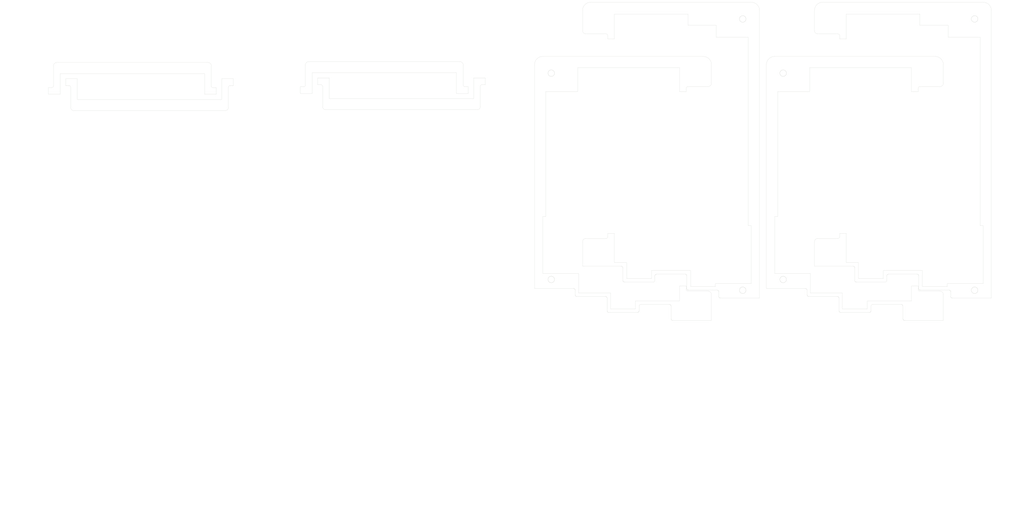
<source format=kicad_pcb>
(kicad_pcb (version 20171130) (host pcbnew "(5.1.4)-1")
  (layers (0 F.Cu signal hide) (31 B.Cu signal hide) (34 B.Paste user hide) (35 F.Paste user hide) (36 B.SilkS user) (37 F.SilkS user hide) (38 B.Mask user hide) (39 F.Mask user hide) (44 Edge.Cuts user))
  (net 0 "")
  (gr_line (start 527.3245 163.393) (end 527.3224 163.458) (layer Edge.Cuts) (width 0.1))
  (gr_line (start 527.3346 163.302) (end 527.3245 163.393) (layer Edge.Cuts) (width 0.1))
  (gr_line (start 527.5134 162.871) (end 527.4723 162.932) (layer Edge.Cuts) (width 0.1))
  (gr_line (start 527.3217 163.46) (end 527.3217 166.222) (layer Edge.Cuts) (width 0.1))
  (gr_line (start 508.2138 158.349) (end 508.1844 158.278) (layer Edge.Cuts) (width 0.1))
  (gr_line (start 527.6573 162.712) (end 527.6061 162.761) (layer Edge.Cuts) (width 0.1))
  (gr_line (start 527.8372 162.584) (end 527.773 162.623) (layer Edge.Cuts) (width 0.1))
  (gr_line (start 507.8607 157.884) (end 507.7985 157.842) (layer Edge.Cuts) (width 0.1))
  (gr_line (start 508.2384 158.425) (end 508.2138 158.349) (layer Edge.Cuts) (width 0.1))
  (gr_line (start 508.8066 167.103) (end 508.8778 167.137) (layer Edge.Cuts) (width 0.1))
  (gr_line (start 527.9036 162.55) (end 527.8372 162.584) (layer Edge.Cuts) (width 0.1))
  (gr_line (start 527.558 162.814) (end 527.5134 162.871) (layer Edge.Cuts) (width 0.1))
  (gr_line (start 508.2703 158.595) (end 508.2577 158.507) (layer Edge.Cuts) (width 0.1))
  (gr_line (start 507.7985 157.842) (end 507.7324 157.805) (layer Edge.Cuts) (width 0.1))
  (gr_line (start 528.3224 162.458) (end 528.2257 162.463) (layer Edge.Cuts) (width 0.1))
  (gr_line (start 507.3358 157.696) (end 507.2751 157.694) (layer Edge.Cuts) (width 0.1))
  (gr_line (start 527.3514 163.218) (end 527.3346 163.302) (layer Edge.Cuts) (width 0.1))
  (gr_line (start 509.1112 167.206) (end 509.2071 167.217) (layer Edge.Cuts) (width 0.1))
  (gr_line (start 527.9764 162.52) (end 527.9036 162.55) (layer Edge.Cuts) (width 0.1))
  (gr_line (start 508.8778 167.137) (end 508.9504 167.165) (layer Edge.Cuts) (width 0.1))
  (gr_line (start 508.9504 167.165) (end 509.0278 167.189) (layer Edge.Cuts) (width 0.1))
  (gr_line (start 509.0278 167.189) (end 509.1112 167.206) (layer Edge.Cuts) (width 0.1))
  (gr_line (start 527.6061 162.761) (end 527.558 162.814) (layer Edge.Cuts) (width 0.1))
  (gr_line (start 508.1108 158.145) (end 508.0686 158.086) (layer Edge.Cuts) (width 0.1))
  (gr_line (start 507.9207 157.931) (end 507.8607 157.884) (layer Edge.Cuts) (width 0.1))
  (gr_line (start 527.4723 162.932) (end 527.4357 162.996) (layer Edge.Cuts) (width 0.1))
  (gr_line (start 508.1497 158.209) (end 508.1108 158.145) (layer Edge.Cuts) (width 0.1))
  (gr_line (start 564.4242 171.984) (end 547.3732 171.984) (layer Edge.Cuts) (width 0.1))
  (gr_line (start 507.9734 157.979) (end 507.9207 157.931) (layer Edge.Cuts) (width 0.1))
  (gr_line (start 528.1354 162.476) (end 528.0539 162.495) (layer Edge.Cuts) (width 0.1))
  (gr_line (start 507.6637 157.773) (end 507.5908 157.745) (layer Edge.Cuts) (width 0.1))
  (gr_line (start 508.0686 158.086) (end 508.0232 158.031) (layer Edge.Cuts) (width 0.1))
  (gr_line (start 509.2071 167.217) (end 509.2751 167.219) (layer Edge.Cuts) (width 0.1))
  (gr_line (start 527.4033 163.064) (end 527.3747 163.138) (layer Edge.Cuts) (width 0.1))
  (gr_line (start 507.7324 157.805) (end 507.6637 157.773) (layer Edge.Cuts) (width 0.1))
  (gr_line (start 507.5908 157.745) (end 507.5108 157.722) (layer Edge.Cuts) (width 0.1))
  (gr_line (start 507.4266 157.706) (end 507.3358 157.696) (layer Edge.Cuts) (width 0.1))
  (gr_line (start 508.2577 158.507) (end 508.2384 158.425) (layer Edge.Cuts) (width 0.1))
  (gr_line (start 508.1844 158.278) (end 508.1497 158.209) (layer Edge.Cuts) (width 0.1))
  (gr_line (start 528.0539 162.495) (end 527.9764 162.52) (layer Edge.Cuts) (width 0.1))
  (gr_line (start 527.713 162.665) (end 527.6573 162.712) (layer Edge.Cuts) (width 0.1))
  (gr_line (start 507.5108 157.722) (end 507.4266 157.706) (layer Edge.Cuts) (width 0.1))
  (gr_line (start 589.6199 176.747) (end 566.4232 176.747) (layer Edge.Cuts) (width 0.1))
  (gr_line (start 527.773 162.623) (end 527.713 162.665) (layer Edge.Cuts) (width 0.1))
  (gr_line (start 527.3747 163.138) (end 527.3514 163.218) (layer Edge.Cuts) (width 0.1))
  (gr_line (start 527.4357 162.996) (end 527.4033 163.064) (layer Edge.Cuts) (width 0.1))
  (gr_line (start 528.2257 162.463) (end 528.1354 162.476) (layer Edge.Cuts) (width 0.1))
  (gr_line (start 508.2751 158.694) (end 508.2703 158.595) (layer Edge.Cuts) (width 0.1))
  (gr_line (start 577.8957 11.06) (end 577.8637 10.99) (layer Edge.Cuts) (width 0.1))
  (gr_line (start 578.3331 11.652) (end 578.2818 11.603) (layer Edge.Cuts) (width 0.1))
  (gr_line (start 546.3385 163.189) (end 546.3139 163.113) (layer Edge.Cuts) (width 0.1))
  (gr_line (start 577.8333 10.916) (end 577.8062 10.84) (layer Edge.Cuts) (width 0.1))
  (gr_line (start 577.7605 10.684) (end 577.7421 10.601) (layer Edge.Cuts) (width 0.1))
  (gr_line (start 579.6538 12.167) (end 579.5552 12.164) (layer Edge.Cuts) (width 0.1))
  (gr_line (start 578.0491 11.325) (end 578.0087 11.264) (layer Edge.Cuts) (width 0.1))
  (gr_line (start 579.0339 12.066) (end 578.9594 12.039) (layer Edge.Cuts) (width 0.1))
  (gr_line (start 577.8062 10.84) (end 577.7822 10.764) (layer Edge.Cuts) (width 0.1))
  (gr_line (start 546.2498 162.973) (end 546.2109 162.909) (layer Edge.Cuts) (width 0.1))
  (gr_line (start 564.9486 172.131) (end 564.8825 172.094) (layer Edge.Cuts) (width 0.1))
  (gr_arc (start 526.3217 166.222) (end 526.3217 167.222) (angle -90) (layer Edge.Cuts) (width 0.1))
  (gr_line (start 577.7421 10.601) (end 577.7262 10.511) (layer Edge.Cuts) (width 0.1))
  (gr_line (start 545.8325 162.569) (end 545.7638 162.537) (layer Edge.Cuts) (width 0.1))
  (gr_line (start 577.9707 11.202) (end 577.9651 11.192) (layer Edge.Cuts) (width 0.1))
  (gr_line (start 577.8278 9.532) (end 577.8566 9.46) (layer Edge.Cuts) (width 0.1))
  (gr_line (start 578.182 11.496) (end 578.1358 11.441) (layer Edge.Cuts) (width 0.1))
  (gr_line (start 546.3139 163.113) (end 546.2845 163.042) (layer Edge.Cuts) (width 0.1))
  (gr_line (start 545.3742 162.459) (end 528.3207 162.459) (layer Edge.Cuts) (width 0.1))
  (gr_line (start 545.4359 162.46) (end 545.3752 162.458) (layer Edge.Cuts) (width 0.1))
  (gr_line (start 565.2998 172.498) (end 565.2609 172.434) (layer Edge.Cuts) (width 0.1))
  (gr_arc (start 584.7199 5.148) (end 589.6199 5.148) (angle -90) (layer Edge.Cuts) (width 0.1))
  (gr_line (start 546.2845 163.042) (end 546.2498 162.973) (layer Edge.Cuts) (width 0.1))
  (gr_line (start 578.1358 11.441) (end 578.0918 11.384) (layer Edge.Cuts) (width 0.1))
  (gr_line (start 577.7038 10.226) (end 577.7059 10.127) (layer Edge.Cuts) (width 0.1))
  (gr_line (start 578.5583 11.83) (end 578.4996 11.789) (layer Edge.Cuts) (width 0.1))
  (gr_line (start 579.3687 12.146) (end 579.2799 12.131) (layer Edge.Cuts) (width 0.1))
  (gr_line (start 577.8566 9.46) (end 577.8877 9.39) (layer Edge.Cuts) (width 0.1))
  (gr_line (start 578.0087 11.264) (end 577.9707 11.202) (layer Edge.Cuts) (width 0.1))
  (gr_line (start 545.6909 162.509) (end 545.6109 162.486) (layer Edge.Cuts) (width 0.1))
  (gr_line (start 545.7638 162.537) (end 545.6909 162.509) (layer Edge.Cuts) (width 0.1))
  (gr_line (start 565.1733 172.32) (end 565.1235 172.268) (layer Edge.Cuts) (width 0.1))
  (gr_line (start 578.4415 11.744) (end 578.3865 11.699) (layer Edge.Cuts) (width 0.1))
  (gr_line (start 577.9596 9.251) (end 577.9651 9.242) (layer Edge.Cuts) (width 0.1))
  (gr_line (start 578.8177 11.978) (end 578.7506 11.945) (layer Edge.Cuts) (width 0.1))
  (gr_line (start 565.4204 172.884) (end 565.4078 172.796) (layer Edge.Cuts) (width 0.1))
  (gr_line (start 507.2742 157.697) (end 484.2199 157.697) (layer Edge.Cuts) (width 0.1))
  (gr_line (start 545.5267 162.47) (end 545.4359 162.46) (layer Edge.Cuts) (width 0.1))
  (gr_line (start 577.7125 10.033) (end 577.7238 9.938) (layer Edge.Cuts) (width 0.1))
  (gr_line (start 577.7238 9.938) (end 577.7385 9.851) (layer Edge.Cuts) (width 0.1))
  (gr_line (start 577.9294 11.127) (end 577.8957 11.06) (layer Edge.Cuts) (width 0.1))
  (gr_line (start 577.7773 9.686) (end 577.8018 9.606) (layer Edge.Cuts) (width 0.1))
  (gr_line (start 578.6188 11.869) (end 578.5583 11.83) (layer Edge.Cuts) (width 0.1))
  (gr_line (start 578.0918 11.384) (end 578.0491 11.325) (layer Edge.Cuts) (width 0.1))
  (gr_line (start 546.2109 162.909) (end 546.1687 162.85) (layer Edge.Cuts) (width 0.1))
  (gr_line (start 546.3704 163.359) (end 546.3578 163.271) (layer Edge.Cuts) (width 0.1))
  (gr_line (start 578.2318 11.551) (end 578.182 11.496) (layer Edge.Cuts) (width 0.1))
  (gr_line (start 579.1942 12.112) (end 579.1135 12.091) (layer Edge.Cuts) (width 0.1))
  (gr_line (start 579.5552 12.164) (end 579.4585 12.157) (layer Edge.Cuts) (width 0.1))
  (gr_line (start 578.3865 11.699) (end 578.3331 11.652) (layer Edge.Cuts) (width 0.1))
  (gr_line (start 578.8879 12.01) (end 578.8177 11.978) (layer Edge.Cuts) (width 0.1))
  (gr_line (start 579.2799 12.131) (end 579.1942 12.112) (layer Edge.Cuts) (width 0.1))
  (gr_line (start 578.9594 12.039) (end 578.8879 12.01) (layer Edge.Cuts) (width 0.1))
  (gr_line (start 579.4585 12.157) (end 579.3687 12.146) (layer Edge.Cuts) (width 0.1))
  (gr_line (start 565.4252 172.983) (end 565.4204 172.884) (layer Edge.Cuts) (width 0.1))
  (gr_line (start 578.6848 11.909) (end 578.6188 11.869) (layer Edge.Cuts) (width 0.1))
  (gr_line (start 578.4996 11.789) (end 578.4415 11.744) (layer Edge.Cuts) (width 0.1))
  (gr_line (start 577.7059 10.127) (end 577.7125 10.033) (layer Edge.Cuts) (width 0.1))
  (gr_line (start 547.0399 7.299) (end 547.0399 14.02) (layer Edge.Cuts) (width 0.1))
  (gr_line (start 577.7563 9.767) (end 577.7773 9.686) (layer Edge.Cuts) (width 0.1))
  (gr_line (start 578.7506 11.945) (end 578.6848 11.909) (layer Edge.Cuts) (width 0.1))
  (gr_line (start 508.275 166.221) (end 508.275 158.695) (layer Edge.Cuts) (width 0.1))
  (gr_line (start 579.1135 12.091) (end 579.0339 12.066) (layer Edge.Cuts) (width 0.1))
  (gr_line (start 584.7199 168.056) (end 584.7199 133.509) (layer Edge.Cuts) (width 0.1))
  (gr_line (start 580.039 12.129) (end 579.9523 12.144) (layer Edge.Cuts) (width 0.1))
  (gr_line (start 579.5613 8.269) (end 579.6538 8.267) (layer Edge.Cuts) (width 0.1))
  (gr_line (start 577.7385 9.851) (end 577.7563 9.767) (layer Edge.Cuts) (width 0.1))
  (gr_line (start 577.7069 10.326) (end 577.7038 10.226) (layer Edge.Cuts) (width 0.1))
  (gr_line (start 579.2838 8.302) (end 579.3707 8.287) (layer Edge.Cuts) (width 0.1))
  (gr_line (start 581.2212 11.377) (end 581.1775 11.434) (layer Edge.Cuts) (width 0.1))
  (gr_line (start 580.7568 11.825) (end 580.6956 11.866) (layer Edge.Cuts) (width 0.1))
  (gr_line (start 581.5944 10.409) (end 581.5833 10.501) (layer Edge.Cuts) (width 0.1))
  (gr_line (start 577.8637 10.99) (end 577.8333 10.916) (layer Edge.Cuts) (width 0.1))
  (gr_line (start 577.7262 10.511) (end 577.7145 10.421) (layer Edge.Cuts) (width 0.1))
  (gr_line (start 579.0414 8.365) (end 579.1187 8.342) (layer Edge.Cuts) (width 0.1))
  (gr_line (start 577.7822 10.764) (end 577.7605 10.684) (layer Edge.Cuts) (width 0.1))
  (gr_line (start 525.2926 160.338) (end 525.2926 165.1) (layer Edge.Cuts) (width 0.1))
  (gr_line (start 580.5012 11.974) (end 580.4326 12.005) (layer Edge.Cuts) (width 0.1))
  (gr_line (start 579.7705 12.163) (end 579.6712 12.167) (layer Edge.Cuts) (width 0.1))
  (gr_line (start 579.8632 12.156) (end 579.7705 12.163) (layer Edge.Cuts) (width 0.1))
  (gr_line (start 577.8018 9.606) (end 577.8278 9.532) (layer Edge.Cuts) (width 0.1))
  (gr_line (start 578.2818 11.603) (end 578.2318 11.551) (layer Edge.Cuts) (width 0.1))
  (gr_line (start 577.9651 11.192) (end 577.9294 11.127) (layer Edge.Cuts) (width 0.1))
  (gr_line (start 579.4665 8.276) (end 579.5613 8.269) (layer Edge.Cuts) (width 0.1))
  (gr_line (start 581.3813 11.122) (end 581.3436 11.191) (layer Edge.Cuts) (width 0.1))
  (gr_line (start 582.9426 133.509) (end 582.9426 21.162) (layer Edge.Cuts) (width 0.1))
  (gr_line (start 581.5833 10.501) (end 581.5682 10.59) (layer Edge.Cuts) (width 0.1))
  (gr_line (start 581.5503 10.673) (end 581.5292 10.753) (layer Edge.Cuts) (width 0.1))
  (gr_line (start 578.327 8.788) (end 578.3831 8.738) (layer Edge.Cuts) (width 0.1))
  (gr_line (start 581.1319 11.489) (end 581.0839 11.543) (layer Edge.Cuts) (width 0.1))
  (gr_line (start 581.2634 11.318) (end 581.2212 11.377) (layer Edge.Cuts) (width 0.1))
  (gr_line (start 579.1187 8.342) (end 579.198 8.321) (layer Edge.Cuts) (width 0.1))
  (gr_line (start 578.4948 8.649) (end 578.5544 8.606) (layer Edge.Cuts) (width 0.1))
  (gr_line (start 578.6861 8.524) (end 578.7541 8.487) (layer Edge.Cuts) (width 0.1))
  (gr_line (start 578.7541 8.487) (end 578.8226 8.453) (layer Edge.Cuts) (width 0.1))
  (gr_line (start 563.8926 21.162) (end 582.9426 21.162) (layer Edge.Cuts) (width 0.1))
  (gr_line (start 580.9288 11.692) (end 580.8732 11.739) (layer Edge.Cuts) (width 0.1))
  (gr_line (start 580.6327 11.904) (end 580.568 11.94) (layer Edge.Cuts) (width 0.1))
  (gr_line (start 581.0342 11.594) (end 580.9819 11.645) (layer Edge.Cuts) (width 0.1))
  (gr_line (start 579.198 8.321) (end 579.2838 8.302) (layer Edge.Cuts) (width 0.1))
  (gr_line (start 581.6014 10.315) (end 581.5944 10.409) (layer Edge.Cuts) (width 0.1))
  (gr_line (start 578.3831 8.738) (end 578.438 8.692) (layer Edge.Cuts) (width 0.1))
  (gr_line (start 580.568 11.94) (end 580.5012 11.974) (layer Edge.Cuts) (width 0.1))
  (gr_line (start 580.8155 11.783) (end 580.7568 11.825) (layer Edge.Cuts) (width 0.1))
  (gr_line (start 578.438 8.692) (end 578.4948 8.649) (layer Edge.Cuts) (width 0.1))
  (gr_line (start 578.8933 8.421) (end 578.9668 8.392) (layer Edge.Cuts) (width 0.1))
  (gr_line (start 580.2835 12.063) (end 580.2046 12.088) (layer Edge.Cuts) (width 0.1))
  (gr_line (start 580.6956 11.866) (end 580.6327 11.904) (layer Edge.Cuts) (width 0.1))
  (gr_line (start 580.2046 12.088) (end 580.1254 12.109) (layer Edge.Cuts) (width 0.1))
  (gr_line (start 581.0839 11.543) (end 581.0342 11.594) (layer Edge.Cuts) (width 0.1))
  (gr_line (start 581.4766 10.911) (end 581.4468 10.985) (layer Edge.Cuts) (width 0.1))
  (gr_line (start 579.6712 12.167) (end 579.6538 12.167) (layer Edge.Cuts) (width 0.1))
  (gr_line (start 578.9668 8.392) (end 579.0414 8.365) (layer Edge.Cuts) (width 0.1))
  (gr_line (start 578.8226 8.453) (end 578.8933 8.421) (layer Edge.Cuts) (width 0.1))
  (gr_line (start 580.9819 11.645) (end 580.9288 11.692) (layer Edge.Cuts) (width 0.1))
  (gr_line (start 581.6038 10.217) (end 581.6014 10.315) (layer Edge.Cuts) (width 0.1))
  (gr_line (start 582.9426 133.509) (end 584.7199 133.509) (layer Edge.Cuts) (width 0.1))
  (gr_line (start 577.7145 10.421) (end 577.7069 10.326) (layer Edge.Cuts) (width 0.1))
  (gr_line (start 581.3436 11.191) (end 581.3053 11.254) (layer Edge.Cuts) (width 0.1))
  (gr_line (start 577.8877 9.39) (end 577.9209 9.323) (layer Edge.Cuts) (width 0.1))
  (gr_line (start 580.4326 12.005) (end 580.3602 12.035) (layer Edge.Cuts) (width 0.1))
  (gr_line (start 578.6155 8.566) (end 578.6861 8.524) (layer Edge.Cuts) (width 0.1))
  (gr_line (start 581.5682 10.59) (end 581.5503 10.673) (layer Edge.Cuts) (width 0.1))
  (gr_line (start 581.3053 11.254) (end 581.2634 11.318) (layer Edge.Cuts) (width 0.1))
  (gr_line (start 581.1775 11.434) (end 581.1319 11.489) (layer Edge.Cuts) (width 0.1))
  (gr_line (start 577.9209 9.323) (end 577.9596 9.251) (layer Edge.Cuts) (width 0.1))
  (gr_line (start 503.2199 7.299) (end 547.0399 7.299) (layer Edge.Cuts) (width 0.1))
  (gr_line (start 578.4948 170.458) (end 578.5544 170.416) (layer Edge.Cuts) (width 0.1))
  (gr_line (start 578.226 170.698) (end 578.2758 170.647) (layer Edge.Cuts) (width 0.1))
  (gr_line (start 578.0034 170.988) (end 578.0434 170.927) (layer Edge.Cuts) (width 0.1))
  (gr_line (start 581.2999 170.981) (end 581.3398 171.047) (layer Edge.Cuts) (width 0.1))
  (gr_line (start 578.1755 170.755) (end 578.226 170.698) (layer Edge.Cuts) (width 0.1))
  (gr_line (start 581.2631 173.128) (end 581.2201 173.188) (layer Edge.Cuts) (width 0.1))
  (gr_line (start 577.9651 9.242) (end 578.0034 9.178) (layer Edge.Cuts) (width 0.1))
  (gr_line (start 579.8512 173.967) (end 579.757 173.974) (layer Edge.Cuts) (width 0.1))
  (gr_line (start 581.5036 10.836) (end 581.4766 10.911) (layer Edge.Cuts) (width 0.1))
  (gr_line (start 580.9196 173.51) (end 580.8646 173.555) (layer Edge.Cuts) (width 0.1))
  (gr_line (start 578.0034 9.178) (end 578.0434 9.117) (layer Edge.Cuts) (width 0.1))
  (gr_line (start 580.5588 173.754) (end 580.4918 173.787) (layer Edge.Cuts) (width 0.1))
  (gr_line (start 581.3398 171.047) (end 581.3426 171.052) (layer Edge.Cuts) (width 0.1))
  (gr_line (start 579.9523 12.144) (end 579.8632 12.156) (layer Edge.Cuts) (width 0.1))
  (gr_line (start 580.1254 12.109) (end 580.039 12.129) (layer Edge.Cuts) (width 0.1))
  (gr_line (start 581.4468 10.985) (end 581.415 11.055) (layer Edge.Cuts) (width 0.1))
  (gr_line (start 578.0852 9.058) (end 578.1295 9.001) (layer Edge.Cuts) (width 0.1))
  (gr_line (start 579.2838 170.112) (end 579.3707 170.097) (layer Edge.Cuts) (width 0.1))
  (gr_line (start 579.5613 170.079) (end 579.6538 170.077) (layer Edge.Cuts) (width 0.1))
  (gr_line (start 578.8226 170.263) (end 578.8933 170.231) (layer Edge.Cuts) (width 0.1))
  (gr_line (start 579.3707 8.287) (end 579.4665 8.276) (layer Edge.Cuts) (width 0.1))
  (gr_line (start 581.0276 173.411) (end 580.973 173.463) (layer Edge.Cuts) (width 0.1))
  (gr_line (start 579.9409 173.955) (end 579.8512 173.967) (layer Edge.Cuts) (width 0.1))
  (gr_line (start 581.1706 173.252) (end 581.1246 173.307) (layer Edge.Cuts) (width 0.1))
  (gr_line (start 578.2758 170.647) (end 578.327 170.598) (layer Edge.Cuts) (width 0.1))
  (gr_line (start 580.1923 173.901) (end 580.1115 173.922) (layer Edge.Cuts) (width 0.1))
  (gr_line (start 581.415 11.055) (end 581.3813 11.122) (layer Edge.Cuts) (width 0.1))
  (gr_line (start 578.1295 170.81) (end 578.1755 170.755) (layer Edge.Cuts) (width 0.1))
  (gr_line (start 580.27 173.877) (end 580.1923 173.901) (layer Edge.Cuts) (width 0.1))
  (gr_line (start 581.3031 173.067) (end 581.2631 173.128) (layer Edge.Cuts) (width 0.1))
  (gr_line (start 580.8732 11.739) (end 580.8155 11.783) (layer Edge.Cuts) (width 0.1))
  (gr_line (start 580.3602 12.035) (end 580.2835 12.063) (layer Edge.Cuts) (width 0.1))
  (gr_line (start 580.3446 173.85) (end 580.27 173.877) (layer Edge.Cuts) (width 0.1))
  (gr_line (start 578.6861 170.334) (end 578.7541 170.297) (layer Edge.Cuts) (width 0.1))
  (gr_line (start 581.0772 173.36) (end 581.0276 173.411) (layer Edge.Cuts) (width 0.1))
  (gr_line (start 578.1295 9.001) (end 578.1755 8.945) (layer Edge.Cuts) (width 0.1))
  (gr_line (start 577.9651 171.052) (end 578.0034 170.988) (layer Edge.Cuts) (width 0.1))
  (gr_line (start 580.4161 173.821) (end 580.3446 173.85) (layer Edge.Cuts) (width 0.1))
  (gr_line (start 581.5292 10.753) (end 581.5036 10.836) (layer Edge.Cuts) (width 0.1))
  (gr_line (start 578.5544 8.606) (end 578.6155 8.566) (layer Edge.Cuts) (width 0.1))
  (gr_line (start 579.1187 170.151) (end 579.198 170.131) (layer Edge.Cuts) (width 0.1))
  (gr_line (start 578.0434 9.117) (end 578.0852 9.058) (layer Edge.Cuts) (width 0.1))
  (gr_line (start 580.1115 173.922) (end 580.0275 173.941) (layer Edge.Cuts) (width 0.1))
  (gr_line (start 581.1246 173.307) (end 581.0772 173.36) (layer Edge.Cuts) (width 0.1))
  (gr_line (start 578.1755 8.945) (end 578.226 8.889) (layer Edge.Cuts) (width 0.1))
  (gr_line (start 580.8646 173.555) (end 580.8076 173.599) (layer Edge.Cuts) (width 0.1))
  (gr_line (start 579.4665 170.086) (end 579.5613 170.079) (layer Edge.Cuts) (width 0.1))
  (gr_line (start 578.3831 170.547) (end 578.438 170.502) (layer Edge.Cuts) (width 0.1))
  (gr_line (start 579.6589 173.977) (end 579.6538 173.977) (layer Edge.Cuts) (width 0.1))
  (gr_line (start 580.6241 173.718) (end 580.5588 173.754) (layer Edge.Cuts) (width 0.1))
  (gr_line (start 578.8933 170.231) (end 578.9668 170.202) (layer Edge.Cuts) (width 0.1))
  (gr_line (start 580.7483 173.64) (end 580.6872 173.68) (layer Edge.Cuts) (width 0.1))
  (gr_line (start 578.6155 170.376) (end 578.6861 170.334) (layer Edge.Cuts) (width 0.1))
  (gr_line (start 578.0434 170.927) (end 578.0852 170.868) (layer Edge.Cuts) (width 0.1))
  (gr_line (start 580.0275 173.941) (end 579.9409 173.955) (layer Edge.Cuts) (width 0.1))
  (gr_line (start 578.9668 170.202) (end 579.0414 170.175) (layer Edge.Cuts) (width 0.1))
  (gr_line (start 580.8076 173.599) (end 580.7483 173.64) (layer Edge.Cuts) (width 0.1))
  (gr_line (start 578.0852 170.868) (end 578.1295 170.81) (layer Edge.Cuts) (width 0.1))
  (gr_line (start 578.5544 170.416) (end 578.6155 170.376) (layer Edge.Cuts) (width 0.1))
  (gr_line (start 579.0414 170.175) (end 579.1187 170.151) (layer Edge.Cuts) (width 0.1))
  (gr_line (start 579.198 170.131) (end 579.2838 170.112) (layer Edge.Cuts) (width 0.1))
  (gr_line (start 579.757 173.974) (end 579.6589 173.977) (layer Edge.Cuts) (width 0.1))
  (gr_line (start 580.4918 173.787) (end 580.4161 173.821) (layer Edge.Cuts) (width 0.1))
  (gr_line (start 580.973 173.463) (end 580.9196 173.51) (layer Edge.Cuts) (width 0.1))
  (gr_line (start 563.3926 169.863) (end 563.3926 168.056) (layer Edge.Cuts) (width 0.1))
  (gr_line (start 580.808 170.455) (end 580.8661 170.499) (layer Edge.Cuts) (width 0.1))
  (gr_line (start 579.3707 170.097) (end 579.4665 170.086) (layer Edge.Cuts) (width 0.1))
  (gr_line (start 581.0276 170.643) (end 581.0775 170.694) (layer Edge.Cuts) (width 0.1))
  (gr_line (start 580.4882 170.264) (end 580.5553 170.298) (layer Edge.Cuts) (width 0.1))
  (gr_line (start 581.4736 171.326) (end 581.5015 171.403) (layer Edge.Cuts) (width 0.1))
  (gr_line (start 580.7483 170.413) (end 580.808 170.455) (layer Edge.Cuts) (width 0.1))
  (gr_line (start 580.8661 170.499) (end 580.9211 170.545) (layer Edge.Cuts) (width 0.1))
  (gr_line (start 578.3331 173.461) (end 578.2818 173.412) (layer Edge.Cuts) (width 0.1))
  (gr_line (start 510.4445 165.1) (end 510.4445 155.575) (layer Edge.Cuts) (width 0.1))
  (gr_line (start 578.2758 8.837) (end 578.327 8.788) (layer Edge.Cuts) (width 0.1))
  (gr_line (start 581.4802 172.71) (end 581.4511 172.783) (layer Edge.Cuts) (width 0.1))
  (gr_line (start 581.3864 172.922) (end 581.3492 172.99) (layer Edge.Cuts) (width 0.1))
  (gr_line (start 581.5931 171.823) (end 581.6008 171.917) (layer Edge.Cuts) (width 0.1))
  (gr_line (start 579.7519 170.079) (end 579.8492 170.086) (layer Edge.Cuts) (width 0.1))
  (gr_line (start 581.0775 170.694) (end 581.1256 170.747) (layer Edge.Cuts) (width 0.1))
  (gr_line (start 581.6008 171.917) (end 581.6038 172.016) (layer Edge.Cuts) (width 0.1))
  (gr_line (start 578.7541 170.297) (end 578.8226 170.263) (layer Edge.Cuts) (width 0.1))
  (gr_line (start 581.3426 173.002) (end 581.3031 173.067) (layer Edge.Cuts) (width 0.1))
  (gr_line (start 581.1256 170.747) (end 581.1719 170.803) (layer Edge.Cuts) (width 0.1))
  (gr_line (start 581.53 172.558) (end 581.5065 172.635) (layer Edge.Cuts) (width 0.1))
  (gr_line (start 581.42 172.853) (end 581.3864 172.922) (layer Edge.Cuts) (width 0.1))
  (gr_line (start 581.5513 172.476) (end 581.53 172.558) (layer Edge.Cuts) (width 0.1))
  (gr_line (start 580.111 170.131) (end 580.1904 170.152) (layer Edge.Cuts) (width 0.1))
  (gr_line (start 581.6038 172.016) (end 581.6016 172.12) (layer Edge.Cuts) (width 0.1))
  (gr_line (start 579.939 170.098) (end 580.0277 170.113) (layer Edge.Cuts) (width 0.1))
  (gr_line (start 581.4511 172.783) (end 581.42 172.853) (layer Edge.Cuts) (width 0.1))
  (gr_line (start 581.5657 171.643) (end 581.5809 171.729) (layer Edge.Cuts) (width 0.1))
  (gr_line (start 578.0087 173.074) (end 577.9707 173.011) (layer Edge.Cuts) (width 0.1))
  (gr_line (start 581.2582 170.918) (end 581.2999 170.981) (layer Edge.Cuts) (width 0.1))
  (gr_line (start 578.438 170.502) (end 578.4948 170.458) (layer Edge.Cuts) (width 0.1))
  (gr_line (start 581.2201 173.188) (end 581.1706 173.252) (layer Edge.Cuts) (width 0.1))
  (gr_line (start 578.2818 173.412) (end 578.2318 173.361) (layer Edge.Cuts) (width 0.1))
  (gr_line (start 580.1904 170.152) (end 580.2676 170.176) (layer Edge.Cuts) (width 0.1))
  (gr_line (start 581.5065 172.635) (end 581.4802 172.71) (layer Edge.Cuts) (width 0.1))
  (gr_line (start 578.327 170.598) (end 578.3831 170.547) (layer Edge.Cuts) (width 0.1))
  (gr_line (start 580.6865 170.373) (end 580.7483 170.413) (layer Edge.Cuts) (width 0.1))
  (gr_line (start 580.2676 170.176) (end 580.342 170.202) (layer Edge.Cuts) (width 0.1))
  (gr_line (start 581.4122 171.184) (end 581.444 171.253) (layer Edge.Cuts) (width 0.1))
  (gr_line (start 581.444 171.253) (end 581.4736 171.326) (layer Edge.Cuts) (width 0.1))
  (gr_line (start 581.6016 172.12) (end 581.5946 172.216) (layer Edge.Cuts) (width 0.1))
  (gr_line (start 581.3426 171.052) (end 581.3785 171.117) (layer Edge.Cuts) (width 0.1))
  (gr_line (start 581.5946 172.216) (end 581.5836 172.307) (layer Edge.Cuts) (width 0.1))
  (gr_line (start 578.226 8.889) (end 578.2758 8.837) (layer Edge.Cuts) (width 0.1))
  (gr_line (start 580.9211 170.545) (end 580.9745 170.592) (layer Edge.Cuts) (width 0.1))
  (gr_line (start 581.5692 172.393) (end 581.5513 172.476) (layer Edge.Cuts) (width 0.1))
  (gr_line (start 581.2159 170.859) (end 581.2582 170.918) (layer Edge.Cuts) (width 0.1))
  (gr_line (start 581.1719 170.803) (end 581.2159 170.859) (layer Edge.Cuts) (width 0.1))
  (gr_line (start 581.3785 171.117) (end 581.4122 171.184) (layer Edge.Cuts) (width 0.1))
  (gr_line (start 581.5809 171.729) (end 581.5931 171.823) (layer Edge.Cuts) (width 0.1))
  (gr_line (start 581.3492 172.99) (end 581.3426 173.002) (layer Edge.Cuts) (width 0.1))
  (gr_line (start 577.9707 173.011) (end 577.9651 173.002) (layer Edge.Cuts) (width 0.1))
  (gr_line (start 581.547 171.559) (end 581.5657 171.643) (layer Edge.Cuts) (width 0.1))
  (gr_line (start 579.8492 170.086) (end 579.939 170.098) (layer Edge.Cuts) (width 0.1))
  (gr_line (start 580.0277 170.113) (end 580.111 170.131) (layer Edge.Cuts) (width 0.1))
  (gr_line (start 578.0491 173.135) (end 578.0087 173.074) (layer Edge.Cuts) (width 0.1))
  (gr_line (start 581.5015 171.403) (end 581.5255 171.48) (layer Edge.Cuts) (width 0.1))
  (gr_line (start 578.1358 173.251) (end 578.0918 173.194) (layer Edge.Cuts) (width 0.1))
  (gr_line (start 578.182 173.306) (end 578.1358 173.251) (layer Edge.Cuts) (width 0.1))
  (gr_line (start 578.2318 173.361) (end 578.182 173.306) (layer Edge.Cuts) (width 0.1))
  (gr_line (start 589.6199 176.747) (end 589.6199 5.148) (layer Edge.Cuts) (width 0.1))
  (gr_arc (start 489.1199 5.148) (end 489.1199 0.248) (angle -90) (layer Edge.Cuts) (width 0.1))
  (gr_line (start 580.6872 173.68) (end 580.6241 173.718) (layer Edge.Cuts) (width 0.1))
  (gr_line (start 548.5445 169.863) (end 563.3926 169.863) (layer Edge.Cuts) (width 0.1))
  (gr_line (start 577.8278 171.342) (end 577.8566 171.27) (layer Edge.Cuts) (width 0.1))
  (gr_line (start 579.2799 173.94) (end 579.1942 173.922) (layer Edge.Cuts) (width 0.1))
  (gr_line (start 581.565 9.828) (end 581.5807 9.915) (layer Edge.Cuts) (width 0.1))
  (gr_line (start 580.4143 170.231) (end 580.4882 170.264) (layer Edge.Cuts) (width 0.1))
  (gr_line (start 577.9596 171.061) (end 577.9651 171.052) (layer Edge.Cuts) (width 0.1))
  (gr_line (start 577.7238 171.748) (end 577.7385 171.66) (layer Edge.Cuts) (width 0.1))
  (gr_line (start 581.5249 9.666) (end 581.5463 9.745) (layer Edge.Cuts) (width 0.1))
  (gr_line (start 563.3926 168.056) (end 584.7199 168.056) (layer Edge.Cuts) (width 0.1))
  (gr_line (start 577.7145 172.231) (end 577.7069 172.136) (layer Edge.Cuts) (width 0.1))
  (gr_line (start 581.5836 172.307) (end 581.5692 172.393) (layer Edge.Cuts) (width 0.1))
  (gr_line (start 579.0339 173.876) (end 578.9594 173.849) (layer Edge.Cuts) (width 0.1))
  (gr_line (start 581.4734 9.514) (end 581.5009 9.59) (layer Edge.Cuts) (width 0.1))
  (gr_line (start 578.0918 173.194) (end 578.0491 173.135) (layer Edge.Cuts) (width 0.1))
  (gr_line (start 581.4106 9.369) (end 581.4427 9.439) (layer Edge.Cuts) (width 0.1))
  (gr_line (start 581.3021 9.174) (end 581.3401 9.237) (layer Edge.Cuts) (width 0.1))
  (gr_line (start 577.7069 172.136) (end 577.7038 172.035) (layer Edge.Cuts) (width 0.1))
  (gr_line (start 577.7125 171.843) (end 577.7238 171.748) (layer Edge.Cuts) (width 0.1))
  (gr_line (start 579.6538 170.077) (end 579.7519 170.079) (layer Edge.Cuts) (width 0.1))
  (gr_line (start 581.5009 9.59) (end 581.5249 9.666) (layer Edge.Cuts) (width 0.1))
  (gr_line (start 510.4445 155.575) (end 503.2199 155.575) (layer Edge.Cuts) (width 0.1))
  (gr_line (start 581.6037 10.196) (end 581.6038 10.217) (layer Edge.Cuts) (width 0.1))
  (gr_line (start 578.6188 173.679) (end 578.5583 173.64) (layer Edge.Cuts) (width 0.1))
  (gr_line (start 577.7822 172.574) (end 577.7605 172.494) (layer Edge.Cuts) (width 0.1))
  (gr_line (start 578.4996 173.598) (end 578.4415 173.554) (layer Edge.Cuts) (width 0.1))
  (gr_line (start 547.0399 14.02) (end 563.8926 14.02) (layer Edge.Cuts) (width 0.1))
  (gr_line (start 548.5445 169.863) (end 548.5445 160.338) (layer Edge.Cuts) (width 0.1))
  (gr_line (start 579.4585 173.967) (end 579.3687 173.956) (layer Edge.Cuts) (width 0.1))
  (gr_line (start 578.3865 173.509) (end 578.3331 173.461) (layer Edge.Cuts) (width 0.1))
  (gr_line (start 578.5583 173.64) (end 578.4996 173.598) (layer Edge.Cuts) (width 0.1))
  (gr_line (start 577.8957 172.87) (end 577.8637 172.8) (layer Edge.Cuts) (width 0.1))
  (gr_line (start 579.1942 173.922) (end 579.1135 173.9) (layer Edge.Cuts) (width 0.1))
  (gr_line (start 577.7563 171.577) (end 577.7773 171.496) (layer Edge.Cuts) (width 0.1))
  (gr_line (start 577.7605 172.494) (end 577.7421 172.411) (layer Edge.Cuts) (width 0.1))
  (gr_line (start 578.6848 173.719) (end 578.6188 173.679) (layer Edge.Cuts) (width 0.1))
  (gr_line (start 577.9294 172.937) (end 577.8957 172.87) (layer Edge.Cuts) (width 0.1))
  (gr_line (start 579.6538 173.977) (end 579.5552 173.974) (layer Edge.Cuts) (width 0.1))
  (gr_line (start 578.9594 173.849) (end 578.8879 173.82) (layer Edge.Cuts) (width 0.1))
  (gr_line (start 577.8566 171.27) (end 577.8877 171.2) (layer Edge.Cuts) (width 0.1))
  (gr_line (start 577.8333 172.726) (end 577.8062 172.65) (layer Edge.Cuts) (width 0.1))
  (gr_line (start 579.3687 173.956) (end 579.2799 173.94) (layer Edge.Cuts) (width 0.1))
  (gr_line (start 577.7262 172.321) (end 577.7145 172.231) (layer Edge.Cuts) (width 0.1))
  (gr_line (start 581.5807 9.915) (end 581.5924 10.004) (layer Edge.Cuts) (width 0.1))
  (gr_line (start 577.9651 173.002) (end 577.9294 172.937) (layer Edge.Cuts) (width 0.1))
  (gr_line (start 577.7038 172.035) (end 577.7059 171.937) (layer Edge.Cuts) (width 0.1))
  (gr_line (start 578.8879 173.82) (end 578.8177 173.788) (layer Edge.Cuts) (width 0.1))
  (gr_line (start 578.7506 173.755) (end 578.6848 173.719) (layer Edge.Cuts) (width 0.1))
  (gr_line (start 581.3401 9.237) (end 581.3763 9.302) (layer Edge.Cuts) (width 0.1))
  (gr_line (start 577.7421 172.411) (end 577.7262 172.321) (layer Edge.Cuts) (width 0.1))
  (gr_line (start 577.8877 171.2) (end 577.9209 171.132) (layer Edge.Cuts) (width 0.1))
  (gr_line (start 577.8018 171.416) (end 577.8278 171.342) (layer Edge.Cuts) (width 0.1))
  (gr_line (start 581.6002 10.097) (end 581.6037 10.196) (layer Edge.Cuts) (width 0.1))
  (gr_line (start 563.8926 14.02) (end 563.8926 21.162) (layer Edge.Cuts) (width 0.1))
  (gr_line (start 579.1135 173.9) (end 579.0339 173.876) (layer Edge.Cuts) (width 0.1))
  (gr_line (start 577.8062 172.65) (end 577.7822 172.574) (layer Edge.Cuts) (width 0.1))
  (gr_line (start 580.9745 170.592) (end 581.0276 170.643) (layer Edge.Cuts) (width 0.1))
  (gr_line (start 581.4427 9.439) (end 581.4734 9.514) (layer Edge.Cuts) (width 0.1))
  (gr_line (start 580.6207 170.333) (end 580.6865 170.373) (layer Edge.Cuts) (width 0.1))
  (gr_line (start 581.5463 9.745) (end 581.565 9.828) (layer Edge.Cuts) (width 0.1))
  (gr_line (start 580.342 170.202) (end 580.4143 170.231) (layer Edge.Cuts) (width 0.1))
  (gr_line (start 578.4415 173.554) (end 578.3865 173.509) (layer Edge.Cuts) (width 0.1))
  (gr_line (start 548.5445 160.338) (end 525.2926 160.338) (layer Edge.Cuts) (width 0.1))
  (gr_line (start 580.5553 170.298) (end 580.6207 170.333) (layer Edge.Cuts) (width 0.1))
  (gr_line (start 581.5255 171.48) (end 581.547 171.559) (layer Edge.Cuts) (width 0.1))
  (gr_line (start 577.8637 172.8) (end 577.8333 172.726) (layer Edge.Cuts) (width 0.1))
  (gr_line (start 467.4679 165.225) (end 467.4838 165.315) (layer Edge.Cuts) (width 0.1))
  (gr_line (start 466.9782 164.275) (end 467.028 164.329999) (layer Edge.Cuts) (width 0.1))
  (gr_line (start 460.4901 128.1269) (end 460.4901 162.027) (layer Edge.Cuts) (width 0.1))
  (gr_line (start 467.1609 164.501) (end 467.2013 164.561999) (layer Edge.Cuts) (width 0.1))
  (gr_line (start 467.4495 165.142) (end 467.4679 165.225) (layer Edge.Cuts) (width 0.1))
  (gr_line (start 467.4838 165.315) (end 467.4955 165.405) (layer Edge.Cuts) (width 0.1))
  (gr_line (start 577.7773 171.496) (end 577.8018 171.416) (layer Edge.Cuts) (width 0.1))
  (gr_line (start 481.3174 39.25062) (end 541.9901 39.25062) (layer Edge.Cuts) (width 0.1))
  (gr_line (start 465.9301 163.695) (end 466.0158 163.714) (layer Edge.Cuts) (width 0.1))
  (gr_line (start 466.0965 163.736) (end 466.1761 163.76) (layer Edge.Cuts) (width 0.1))
  (gr_line (start 515.7155 178.426) (end 541.9901 178.426) (layer Edge.Cuts) (width 0.1))
  (gr_line (start 462.2674 128.1269) (end 460.4901 128.1269) (layer Edge.Cuts) (width 0.1))
  (gr_line (start 467.2891 166.504) (end 467.2504 166.575) (layer Edge.Cuts) (width 0.1))
  (gr_line (start 467.3534 166.365999) (end 467.3223 166.436) (layer Edge.Cuts) (width 0.1))
  (gr_line (start 467.3143 164.766) (end 467.3463 164.835999) (layer Edge.Cuts) (width 0.1))
  (gr_line (start 467.3463 164.835999) (end 467.3767 164.91) (layer Edge.Cuts) (width 0.1))
  (gr_line (start 466.6517 163.995999) (end 466.7104 164.037999) (layer Edge.Cuts) (width 0.1))
  (gr_line (start 467.1182 164.442) (end 467.1609 164.501) (layer Edge.Cuts) (width 0.1))
  (gr_line (start 466.8769 164.174999) (end 466.9282 164.224) (layer Edge.Cuts) (width 0.1))
  (gr_line (start 467.0742 164.385) (end 467.1182 164.442) (layer Edge.Cuts) (width 0.1))
  (gr_line (start 466.7104 164.037999) (end 466.7685 164.082) (layer Edge.Cuts) (width 0.1))
  (gr_line (start 466.1761 163.76) (end 466.2506 163.787) (layer Edge.Cuts) (width 0.1))
  (gr_line (start 581.3763 9.302) (end 581.4106 9.369) (layer Edge.Cuts) (width 0.1))
  (gr_line (start 467.4038 164.986) (end 467.4278 165.061999) (layer Edge.Cuts) (width 0.1))
  (gr_line (start 466.8235 164.126999) (end 466.8769 164.174999) (layer Edge.Cuts) (width 0.1))
  (gr_line (start 467.4955 165.405) (end 467.5031 165.5) (layer Edge.Cuts) (width 0.1))
  (gr_line (start 467.4278 165.061999) (end 467.4495 165.142) (layer Edge.Cuts) (width 0.1))
  (gr_line (start 466.3923 163.847999) (end 466.4594 163.881) (layer Edge.Cuts) (width 0.1))
  (gr_line (start 467.4537 166.059) (end 467.4327 166.14) (layer Edge.Cuts) (width 0.1))
  (gr_line (start 467.2504 166.575) (end 467.2449 166.584) (layer Edge.Cuts) (width 0.1))
  (gr_line (start 466.7685 164.082) (end 466.8235 164.126999) (layer Edge.Cuts) (width 0.1))
  (gr_line (start 577.9209 171.132) (end 577.9596 171.061) (layer Edge.Cuts) (width 0.1))
  (gr_line (start 462.2674 53.5381) (end 481.3174 53.5381) (layer Edge.Cuts) (width 0.1))
  (gr_line (start 462.2674 53.5381) (end 462.2674 128.1269) (layer Edge.Cuts) (width 0.1))
  (gr_line (start 467.2806 164.698999) (end 467.3143 164.766) (layer Edge.Cuts) (width 0.1))
  (gr_line (start 467.3223 166.436) (end 467.2891 166.504) (layer Edge.Cuts) (width 0.1))
  (gr_line (start 481.8174 173.664) (end 500.8674 173.664) (layer Edge.Cuts) (width 0.1))
  (gr_line (start 481.8174 162.027) (end 481.8174 173.664) (layer Edge.Cuts) (width 0.1))
  (gr_line (start 500.8674 183.189) (end 515.7155 183.189) (layer Edge.Cuts) (width 0.1))
  (gr_line (start 467.2449 164.634) (end 467.2806 164.698999) (layer Edge.Cuts) (width 0.1))
  (gr_line (start 466.3221 163.816) (end 466.3923 163.847999) (layer Edge.Cuts) (width 0.1))
  (gr_line (start 467.2393 164.625) (end 467.2449 164.634) (layer Edge.Cuts) (width 0.1))
  (gr_line (start 467.3822 166.293999) (end 467.3534 166.365999) (layer Edge.Cuts) (width 0.1))
  (gr_line (start 467.4862 165.888) (end 467.4715 165.976) (layer Edge.Cuts) (width 0.1))
  (gr_line (start 467.028 164.329999) (end 467.0742 164.385) (layer Edge.Cuts) (width 0.1))
  (gr_line (start 467.2013 164.561999) (end 467.2393 164.625) (layer Edge.Cuts) (width 0.1))
  (gr_line (start 466.5252 163.917) (end 466.5912 163.957) (layer Edge.Cuts) (width 0.1))
  (gr_line (start 466.4594 163.881) (end 466.5252 163.917) (layer Edge.Cuts) (width 0.1))
  (gr_line (start 467.4715 165.976) (end 467.4537 166.059) (layer Edge.Cuts) (width 0.1))
  (gr_line (start 466.5912 163.957) (end 466.6517 163.995999) (layer Edge.Cuts) (width 0.1))
  (gr_line (start 467.4327 166.14) (end 467.4082 166.22) (layer Edge.Cuts) (width 0.1))
  (gr_line (start 467.5041 165.698999) (end 467.4975 165.793) (layer Edge.Cuts) (width 0.1))
  (gr_line (start 466.9282 164.224) (end 466.9782 164.275) (layer Edge.Cuts) (width 0.1))
  (gr_line (start 467.3767 164.91) (end 467.4038 164.986) (layer Edge.Cuts) (width 0.1))
  (gr_line (start 515.7155 183.189) (end 515.7155 178.426) (layer Edge.Cuts) (width 0.1))
  (gr_line (start 460.4901 162.027) (end 481.8174 162.027) (layer Edge.Cuts) (width 0.1))
  (gr_line (start 500.8674 173.664) (end 500.8674 183.189) (layer Edge.Cuts) (width 0.1))
  (gr_line (start 467.5062 165.6) (end 467.5041 165.698999) (layer Edge.Cuts) (width 0.1))
  (gr_line (start 466.0158 163.714) (end 466.0965 163.736) (layer Edge.Cuts) (width 0.1))
  (gr_line (start 481.3174 53.5381) (end 481.3174 39.25062) (layer Edge.Cuts) (width 0.1))
  (gr_line (start 467.4082 166.22) (end 467.3822 166.293999) (layer Edge.Cuts) (width 0.1))
  (gr_line (start 467.5031 165.5) (end 467.5062 165.6) (layer Edge.Cuts) (width 0.1))
  (gr_line (start 466.2506 163.787) (end 466.3221 163.816) (layer Edge.Cuts) (width 0.1))
  (gr_line (start 467.4975 165.793) (end 467.4862 165.888) (layer Edge.Cuts) (width 0.1))
  (gr_line (start 464.0381 166.833) (end 463.9941 166.777) (layer Edge.Cuts) (width 0.1))
  (gr_line (start 464.1824 166.993) (end 464.1325 166.942) (layer Edge.Cuts) (width 0.1))
  (gr_line (start 464.5235 167.263) (end 464.4617 167.223) (layer Edge.Cuts) (width 0.1))
  (gr_line (start 463.7298 164.926) (end 463.7589 164.852999) (layer Edge.Cuts) (width 0.1))
  (gr_line (start 465.099 167.505) (end 465.0196 167.484) (layer Edge.Cuts) (width 0.1))
  (gr_line (start 463.7035 165.001) (end 463.7298 164.926) (layer Edge.Cuts) (width 0.1))
  (gr_line (start 465.8413 163.68) (end 465.9301 163.695) (layer Edge.Cuts) (width 0.1))
  (gr_line (start 465.7515 163.668999) (end 465.8413 163.68) (layer Edge.Cuts) (width 0.1))
  (gr_line (start 464.2889 167.091) (end 464.2355 167.044) (layer Edge.Cuts) (width 0.1))
  (gr_line (start 465.6548 163.662) (end 465.7515 163.668999) (layer Edge.Cuts) (width 0.1))
  (gr_line (start 464.5859 163.918) (end 464.6512 163.882) (layer Edge.Cuts) (width 0.1))
  (gr_line (start 465.5562 163.659) (end 465.6548 163.662) (layer Edge.Cuts) (width 0.1))
  (gr_line (start 465.5511 163.659) (end 465.5562 163.659) (layer Edge.Cuts) (width 0.1))
  (gr_line (start 465.453 163.662) (end 465.5511 163.659) (layer Edge.Cuts) (width 0.1))
  (gr_line (start 465.2691 163.680999) (end 465.3588 163.668999) (layer Edge.Cuts) (width 0.1))
  (gr_line (start 465.4581 167.557) (end 465.3608 167.55) (layer Edge.Cuts) (width 0.1))
  (gr_line (start 464.7182 163.849) (end 464.7939 163.814) (layer Edge.Cuts) (width 0.1))
  (gr_line (start 463.9469 164.507999) (end 463.9899 164.448) (layer Edge.Cuts) (width 0.1))
  (gr_line (start 465.0177 163.734999) (end 465.0985 163.714) (layer Edge.Cuts) (width 0.1))
  (gr_line (start 463.9518 166.718) (end 463.9101 166.655) (layer Edge.Cuts) (width 0.1))
  (gr_line (start 463.8608 164.646) (end 463.8674 164.634) (layer Edge.Cuts) (width 0.1))
  (gr_line (start 464.94 163.759) (end 465.0177 163.734999) (layer Edge.Cuts) (width 0.1))
  (gr_line (start 465.3608 167.55) (end 465.271 167.538) (layer Edge.Cuts) (width 0.1))
  (gr_line (start 464.1328 164.275999) (end 464.1824 164.225) (layer Edge.Cuts) (width 0.1))
  (gr_line (start 464.1325 166.942) (end 464.0844 166.889) (layer Edge.Cuts) (width 0.1))
  (gr_line (start 465.0196 167.484) (end 464.9424 167.46) (layer Edge.Cuts) (width 0.1))
  (gr_line (start 464.9424 167.46) (end 464.868 167.434) (layer Edge.Cuts) (width 0.1))
  (gr_line (start 463.9069 164.569) (end 463.9469 164.507999) (layer Edge.Cuts) (width 0.1))
  (gr_line (start 464.7939 163.814) (end 464.8654 163.786) (layer Edge.Cuts) (width 0.1))
  (gr_line (start 464.4617 167.223) (end 464.402 167.181) (layer Edge.Cuts) (width 0.1))
  (gr_line (start 464.4617 163.995) (end 464.5228 163.956) (layer Edge.Cuts) (width 0.1))
  (gr_line (start 465.271 167.538) (end 465.1823 167.523) (layer Edge.Cuts) (width 0.1))
  (gr_line (start 464.237 164.173) (end 464.2904 164.126) (layer Edge.Cuts) (width 0.1))
  (gr_line (start 464.7957 167.405) (end 464.7218 167.372) (layer Edge.Cuts) (width 0.1))
  (gr_line (start 464.6547 167.338) (end 464.5893 167.303) (layer Edge.Cuts) (width 0.1))
  (gr_line (start 464.0854 164.328999) (end 464.1328 164.275999) (layer Edge.Cuts) (width 0.1))
  (gr_line (start 463.9101 166.655) (end 463.8702 166.589) (layer Edge.Cuts) (width 0.1))
  (gr_line (start 464.402 167.181) (end 464.3439 167.137) (layer Edge.Cuts) (width 0.1))
  (gr_line (start 463.8236 164.714) (end 463.8608 164.646) (layer Edge.Cuts) (width 0.1))
  (gr_line (start 464.1824 164.225) (end 464.237 164.173) (layer Edge.Cuts) (width 0.1))
  (gr_line (start 464.3454 164.081) (end 464.4024 164.037) (layer Edge.Cuts) (width 0.1))
  (gr_line (start 464.7218 167.372) (end 464.6547 167.338) (layer Edge.Cuts) (width 0.1))
  (gr_line (start 464.4024 164.037) (end 464.4617 163.995) (layer Edge.Cuts) (width 0.1))
  (gr_line (start 464.2904 164.126) (end 464.3454 164.081) (layer Edge.Cuts) (width 0.1))
  (gr_line (start 464.0844 166.889) (end 464.0381 166.833) (layer Edge.Cuts) (width 0.1))
  (gr_line (start 464.5893 167.303) (end 464.5235 167.263) (layer Edge.Cuts) (width 0.1))
  (gr_line (start 464.3439 167.137) (end 464.2889 167.091) (layer Edge.Cuts) (width 0.1))
  (gr_line (start 463.79 164.783) (end 463.8236 164.714) (layer Edge.Cuts) (width 0.1))
  (gr_line (start 463.8702 166.589) (end 463.8674 166.584) (layer Edge.Cuts) (width 0.1))
  (gr_line (start 465.5562 167.559) (end 465.4581 167.557) (layer Edge.Cuts) (width 0.1))
  (gr_line (start 463.7589 164.852999) (end 463.79 164.783) (layer Edge.Cuts) (width 0.1))
  (gr_line (start 465.1825 163.695) (end 465.2691 163.680999) (layer Edge.Cuts) (width 0.1))
  (gr_line (start 464.0394 164.384) (end 464.0854 164.328999) (layer Edge.Cuts) (width 0.1))
  (gr_line (start 463.9941 166.777) (end 463.9518 166.718) (layer Edge.Cuts) (width 0.1))
  (gr_line (start 464.2355 167.044) (end 464.1824 166.993) (layer Edge.Cuts) (width 0.1))
  (gr_line (start 465.1823 167.523) (end 465.099 167.505) (layer Edge.Cuts) (width 0.1))
  (gr_line (start 464.868 167.434) (end 464.7957 167.405) (layer Edge.Cuts) (width 0.1))
  (gr_line (start 465.3588 163.668999) (end 465.453 163.662) (layer Edge.Cuts) (width 0.1))
  (gr_line (start 465.0985 163.714) (end 465.1825 163.695) (layer Edge.Cuts) (width 0.1))
  (gr_line (start 464.8654 163.786) (end 464.94 163.759) (layer Edge.Cuts) (width 0.1))
  (gr_line (start 464.6512 163.882) (end 464.7182 163.849) (layer Edge.Cuts) (width 0.1))
  (gr_line (start 464.5228 163.956) (end 464.5859 163.918) (layer Edge.Cuts) (width 0.1))
  (gr_line (start 463.9899 164.448) (end 464.0394 164.384) (layer Edge.Cuts) (width 0.1))
  (gr_line (start 463.8674 164.634) (end 463.9069 164.569) (layer Edge.Cuts) (width 0.1))
  (gr_line (start 463.8674 166.584) (end 463.8315 166.519) (layer Edge.Cuts) (width 0.1))
  (gr_line (start 463.6062 42.57025) (end 463.6084 42.46573) (layer Edge.Cuts) (width 0.1))
  (gr_line (start 466.0913 167.485) (end 466.012 167.505) (layer Edge.Cuts) (width 0.1))
  (gr_line (start 466.1686 167.461) (end 466.0913 167.485) (layer Edge.Cuts) (width 0.1))
  (gr_line (start 466.2432 167.434) (end 466.1686 167.461) (layer Edge.Cuts) (width 0.1))
  (gr_line (start 463.6169 42.7633) (end 463.6092 42.6688) (layer Edge.Cuts) (width 0.1))
  (gr_line (start 467.1666 166.709) (end 467.1248 166.768) (layer Edge.Cuts) (width 0.1))
  (gr_line (start 463.8608 41.59591) (end 463.8674 41.58441) (layer Edge.Cuts) (width 0.1))
  (gr_line (start 466.9342 166.989) (end 466.883 167.038) (layer Edge.Cuts) (width 0.1))
  (gr_line (start 463.68 165.078) (end 463.7035 165.001) (layer Edge.Cuts) (width 0.1))
  (gr_line (start 463.6587 165.16) (end 463.68 165.078) (layer Edge.Cuts) (width 0.1))
  (gr_line (start 463.6408 165.243) (end 463.6587 165.16) (layer Edge.Cuts) (width 0.1))
  (gr_line (start 466.4559 167.339) (end 466.3874 167.373) (layer Edge.Cuts) (width 0.1))
  (gr_line (start 463.6264 165.328999) (end 463.6408 165.243) (layer Edge.Cuts) (width 0.1))
  (gr_line (start 463.6291 42.8574) (end 463.6169 42.7633) (layer Edge.Cuts) (width 0.1))
  (gr_line (start 466.012 167.505) (end 465.9262 167.524) (layer Edge.Cuts) (width 0.1))
  (gr_line (start 463.6264 42.27905) (end 463.6408 42.19319) (layer Edge.Cuts) (width 0.1))
  (gr_line (start 463.6092 165.719) (end 463.6062 165.62) (layer Edge.Cuts) (width 0.1))
  (gr_line (start 463.6845 166.156) (end 463.663 166.077) (layer Edge.Cuts) (width 0.1))
  (gr_line (start 463.7085 166.233) (end 463.6845 166.156) (layer Edge.Cuts) (width 0.1))
  (gr_line (start 463.6092 42.6688) (end 463.6062 42.57025) (layer Edge.Cuts) (width 0.1))
  (gr_line (start 463.8315 166.519) (end 463.7978 166.452) (layer Edge.Cuts) (width 0.1))
  (gr_line (start 463.766 166.382999) (end 463.7364 166.31) (layer Edge.Cuts) (width 0.1))
  (gr_line (start 463.6084 42.46573) (end 463.6154 42.36977) (layer Edge.Cuts) (width 0.1))
  (gr_line (start 467.2449 166.584) (end 467.2066 166.648) (layer Edge.Cuts) (width 0.1))
  (gr_line (start 463.7298 41.87593) (end 463.7589 41.80275) (layer Edge.Cuts) (width 0.1))
  (gr_line (start 466.883 167.038) (end 466.8269 167.088) (layer Edge.Cuts) (width 0.1))
  (gr_line (start 463.6154 165.42) (end 463.6264 165.328999) (layer Edge.Cuts) (width 0.1))
  (gr_line (start 466.5239 167.302) (end 466.4559 167.339) (layer Edge.Cuts) (width 0.1))
  (gr_line (start 463.7364 166.31) (end 463.7085 166.233) (layer Edge.Cuts) (width 0.1))
  (gr_line (start 463.6084 165.516) (end 463.6154 165.42) (layer Edge.Cuts) (width 0.1))
  (gr_line (start 466.5945 167.26) (end 466.5239 167.302) (layer Edge.Cuts) (width 0.1))
  (gr_line (start 463.7035 41.95091) (end 463.7298 41.87593) (layer Edge.Cuts) (width 0.1))
  (gr_line (start 466.7152 167.178) (end 466.6556 167.22) (layer Edge.Cuts) (width 0.1))
  (gr_line (start 463.6062 165.62) (end 463.6084 165.516) (layer Edge.Cuts) (width 0.1))
  (gr_line (start 463.7978 166.452) (end 463.766 166.382999) (layer Edge.Cuts) (width 0.1))
  (gr_line (start 463.6169 165.813) (end 463.6092 165.719) (layer Edge.Cuts) (width 0.1))
  (gr_line (start 467.0805 166.825) (end 467.0345 166.881) (layer Edge.Cuts) (width 0.1))
  (gr_line (start 463.6443 42.9431) (end 463.6291 42.8574) (layer Edge.Cuts) (width 0.1))
  (gr_line (start 463.6291 165.906999) (end 463.6169 165.813) (layer Edge.Cuts) (width 0.1))
  (gr_line (start 466.3874 167.373) (end 466.3167 167.405) (layer Edge.Cuts) (width 0.1))
  (gr_line (start 465.9262 167.524) (end 465.8393 167.539) (layer Edge.Cuts) (width 0.1))
  (gr_line (start 466.3167 167.405) (end 466.2432 167.434) (layer Edge.Cuts) (width 0.1))
  (gr_line (start 465.6487 167.557) (end 465.5562 167.559) (layer Edge.Cuts) (width 0.1))
  (gr_line (start 463.6587 42.10983) (end 463.68 42.02761) (layer Edge.Cuts) (width 0.1))
  (gr_line (start 463.6154 42.36977) (end 463.6264 42.27905) (layer Edge.Cuts) (width 0.1))
  (gr_line (start 463.6845 43.1065) (end 463.663 43.0268) (layer Edge.Cuts) (width 0.1))
  (gr_line (start 465.7435 167.55) (end 465.6487 167.557) (layer Edge.Cuts) (width 0.1))
  (gr_line (start 465.8393 167.539) (end 465.7435 167.55) (layer Edge.Cuts) (width 0.1))
  (gr_line (start 466.6556 167.22) (end 466.5945 167.26) (layer Edge.Cuts) (width 0.1))
  (gr_line (start 467.0345 166.881) (end 466.984 166.938) (layer Edge.Cuts) (width 0.1))
  (gr_line (start 467.2066 166.648) (end 467.1666 166.709) (layer Edge.Cuts) (width 0.1))
  (gr_line (start 463.6408 42.19319) (end 463.6587 42.10983) (layer Edge.Cuts) (width 0.1))
  (gr_line (start 463.79 41.73281) (end 463.8236 41.6645) (layer Edge.Cuts) (width 0.1))
  (gr_line (start 466.8269 167.088) (end 466.772 167.134) (layer Edge.Cuts) (width 0.1))
  (gr_line (start 463.663 43.0268) (end 463.6443 42.9431) (layer Edge.Cuts) (width 0.1))
  (gr_line (start 466.772 167.134) (end 466.7152 167.178) (layer Edge.Cuts) (width 0.1))
  (gr_line (start 467.1248 166.768) (end 467.0805 166.825) (layer Edge.Cuts) (width 0.1))
  (gr_line (start 463.8236 41.6645) (end 463.8608 41.59591) (layer Edge.Cuts) (width 0.1))
  (gr_line (start 463.7589 41.80275) (end 463.79 41.73281) (layer Edge.Cuts) (width 0.1))
  (gr_line (start 463.68 42.02761) (end 463.7035 41.95091) (layer Edge.Cuts) (width 0.1))
  (gr_line (start 466.984 166.938) (end 466.9342 166.989) (layer Edge.Cuts) (width 0.1))
  (gr_line (start 463.663 166.077) (end 463.6443 165.993) (layer Edge.Cuts) (width 0.1))
  (gr_line (start 463.6443 165.993) (end 463.6291 165.906999) (layer Edge.Cuts) (width 0.1))
  (gr_line (start 466.0965 40.685719) (end 466.1761 40.71052) (layer Edge.Cuts) (width 0.1))
  (gr_line (start 464.94 40.70927) (end 465.0177 40.68517) (layer Edge.Cuts) (width 0.1))
  (gr_line (start 464.237 41.12332) (end 464.2904 41.07604) (layer Edge.Cuts) (width 0.1))
  (gr_line (start 463.7085 43.1831) (end 463.6845 43.1065) (layer Edge.Cuts) (width 0.1))
  (gr_line (start 463.7364 43.2602) (end 463.7085 43.1831) (layer Edge.Cuts) (width 0.1))
  (gr_line (start 467.0742 41.3354) (end 467.1182 41.39211) (layer Edge.Cuts) (width 0.1))
  (gr_line (start 466.8769 41.12467) (end 466.9282 41.17368) (layer Edge.Cuts) (width 0.1))
  (gr_line (start 463.766 43.3327) (end 463.7364 43.2602) (layer Edge.Cuts) (width 0.1))
  (gr_line (start 463.9069 41.51906) (end 463.9469 41.45812) (layer Edge.Cuts) (width 0.1))
  (gr_line (start 463.7978 43.4024) (end 463.766 43.3327) (layer Edge.Cuts) (width 0.1))
  (gr_line (start 463.8315 43.4694) (end 463.7978 43.4024) (layer Edge.Cuts) (width 0.1))
  (gr_line (start 466.0158 40.6643) (end 466.0965 40.685719) (layer Edge.Cuts) (width 0.1))
  (gr_line (start 466.7104 40.98766) (end 466.7685 41.03203) (layer Edge.Cuts) (width 0.1))
  (gr_line (start 463.8674 43.5344) (end 463.8315 43.4694) (layer Edge.Cuts) (width 0.1))
  (gr_line (start 464.7182 40.798609) (end 464.7939 40.76456) (layer Edge.Cuts) (width 0.1))
  (gr_line (start 467.2393 41.5747) (end 467.2449 41.58441) (layer Edge.Cuts) (width 0.1))
  (gr_line (start 465.8393 44.4888) (end 465.7435 44.5004) (layer Edge.Cuts) (width 0.1))
  (gr_line (start 467.028 41.28016) (end 467.0742 41.3354) (layer Edge.Cuts) (width 0.1))
  (gr_line (start 466.9282 41.17368) (end 466.9782 41.225) (layer Edge.Cuts) (width 0.1))
  (gr_line (start 466.5252 40.867209) (end 466.5912 40.90675) (layer Edge.Cuts) (width 0.1))
  (gr_line (start 464.3454 41.03081) (end 464.4024 40.98737) (layer Edge.Cuts) (width 0.1))
  (gr_line (start 465.5511 40.60941) (end 465.5562 40.60941) (layer Edge.Cuts) (width 0.1))
  (gr_line (start 464.6512 40.83213) (end 464.7182 40.798609) (layer Edge.Cuts) (width 0.1))
  (gr_line (start 464.2904 41.07604) (end 464.3454 41.03081) (layer Edge.Cuts) (width 0.1))
  (gr_line (start 465.9262 44.474) (end 465.8393 44.4888) (layer Edge.Cuts) (width 0.1))
  (gr_line (start 467.2013 41.51241) (end 467.2393 41.5747) (layer Edge.Cuts) (width 0.1))
  (gr_line (start 467.1609 41.45146) (end 467.2013 41.51241) (layer Edge.Cuts) (width 0.1))
  (gr_line (start 465.7515 40.619189) (end 465.8413 40.63033) (layer Edge.Cuts) (width 0.1))
  (gr_line (start 465.453 40.61212) (end 465.5511 40.60941) (layer Edge.Cuts) (width 0.1))
  (gr_line (start 465.1825 40.64549) (end 465.2691 40.63062) (layer Edge.Cuts) (width 0.1))
  (gr_line (start 467.1182 41.39211) (end 467.1609 41.45146) (layer Edge.Cuts) (width 0.1))
  (gr_line (start 466.9782 41.225) (end 467.028 41.28016) (layer Edge.Cuts) (width 0.1))
  (gr_line (start 466.5912 40.90675) (end 466.6517 40.946229) (layer Edge.Cuts) (width 0.1))
  (gr_line (start 465.2691 40.63062) (end 465.3588 40.61939) (layer Edge.Cuts) (width 0.1))
  (gr_line (start 463.9899 41.39776) (end 464.0394 41.33384) (layer Edge.Cuts) (width 0.1))
  (gr_line (start 464.5228 40.9057) (end 464.5859 40.86795) (layer Edge.Cuts) (width 0.1))
  (gr_line (start 466.4594 40.83121) (end 466.5252 40.867209) (layer Edge.Cuts) (width 0.1))
  (gr_line (start 465.3588 40.61939) (end 465.453 40.61212) (layer Edge.Cuts) (width 0.1))
  (gr_line (start 464.4024 40.98737) (end 464.4617 40.94554) (layer Edge.Cuts) (width 0.1))
  (gr_line (start 466.8235 41.07732) (end 466.8769 41.12467) (layer Edge.Cuts) (width 0.1))
  (gr_line (start 466.3221 40.76611) (end 466.3923 40.79776) (layer Edge.Cuts) (width 0.1))
  (gr_line (start 464.0854 41.27903) (end 464.1328 41.22646) (layer Edge.Cuts) (width 0.1))
  (gr_line (start 464.7939 40.76456) (end 464.8654 40.73582) (layer Edge.Cuts) (width 0.1))
  (gr_line (start 463.9469 41.45812) (end 463.9899 41.39776) (layer Edge.Cuts) (width 0.1))
  (gr_line (start 466.7685 41.03203) (end 466.8235 41.07732) (layer Edge.Cuts) (width 0.1))
  (gr_line (start 466.6517 40.946229) (end 466.7104 40.98766) (layer Edge.Cuts) (width 0.1))
  (gr_line (start 465.0985 40.66383) (end 465.1825 40.64549) (layer Edge.Cuts) (width 0.1))
  (gr_line (start 465.0177 40.68517) (end 465.0985 40.66383) (layer Edge.Cuts) (width 0.1))
  (gr_line (start 464.0394 41.33384) (end 464.0854 41.27903) (layer Edge.Cuts) (width 0.1))
  (gr_line (start 464.4617 40.94554) (end 464.5228 40.9057) (layer Edge.Cuts) (width 0.1))
  (gr_line (start 464.5859 40.86795) (end 464.6512 40.83213) (layer Edge.Cuts) (width 0.1))
  (gr_line (start 464.1328 41.22646) (end 464.1824 41.17543) (layer Edge.Cuts) (width 0.1))
  (gr_line (start 463.8674 41.58441) (end 463.9069 41.51906) (layer Edge.Cuts) (width 0.1))
  (gr_line (start 465.6487 44.5072) (end 465.5562 44.5094) (layer Edge.Cuts) (width 0.1))
  (gr_line (start 466.3923 40.79776) (end 466.4594 40.83121) (layer Edge.Cuts) (width 0.1))
  (gr_line (start 466.2506 40.73722) (end 466.3221 40.76611) (layer Edge.Cuts) (width 0.1))
  (gr_line (start 465.5562 40.60941) (end 465.6548 40.61189) (layer Edge.Cuts) (width 0.1))
  (gr_line (start 466.1761 40.71052) (end 466.2506 40.73722) (layer Edge.Cuts) (width 0.1))
  (gr_line (start 465.6548 40.61189) (end 465.7515 40.619189) (layer Edge.Cuts) (width 0.1))
  (gr_line (start 465.9301 40.64554) (end 466.0158 40.6643) (layer Edge.Cuts) (width 0.1))
  (gr_line (start 464.1824 41.17543) (end 464.237 41.12332) (layer Edge.Cuts) (width 0.1))
  (gr_line (start 465.7435 44.5004) (end 465.6487 44.5072) (layer Edge.Cuts) (width 0.1))
  (gr_line (start 464.8654 40.73582) (end 464.94 40.70927) (layer Edge.Cuts) (width 0.1))
  (gr_line (start 465.8413 40.63033) (end 465.9301 40.64554) (layer Edge.Cuts) (width 0.1))
  (gr_line (start 465.0196 44.4342) (end 464.9424 44.4103) (layer Edge.Cuts) (width 0.1))
  (gr_line (start 465.5562 44.5094) (end 465.4581 44.5069) (layer Edge.Cuts) (width 0.1))
  (gr_line (start 467.3822 43.2438) (end 467.3534 43.3161) (layer Edge.Cuts) (width 0.1))
  (gr_line (start 465.271 44.4885) (end 465.1823 44.4733) (layer Edge.Cuts) (width 0.1))
  (gr_line (start 467.3223 43.386) (end 467.2891 43.4536) (layer Edge.Cuts) (width 0.1))
  (gr_line (start 467.4955 42.35552) (end 467.5031 42.44996) (layer Edge.Cuts) (width 0.1))
  (gr_line (start 466.984 43.8876) (end 466.9342 43.9392) (layer Edge.Cuts) (width 0.1))
  (gr_line (start 467.1248 43.7178) (end 467.0805 43.7756) (layer Edge.Cuts) (width 0.1))
  (gr_line (start 464.5235 44.2135) (end 464.4617 44.1733) (layer Edge.Cuts) (width 0.1))
  (gr_line (start 464.402 44.1311) (end 464.3439 44.0868) (layer Edge.Cuts) (width 0.1))
  (gr_line (start 467.3534 43.3161) (end 467.3223 43.386) (layer Edge.Cuts) (width 0.1))
  (gr_line (start 466.012 44.4554) (end 465.9262 44.474) (layer Edge.Cuts) (width 0.1))
  (gr_line (start 466.0913 44.4346) (end 466.012 44.4554) (layer Edge.Cuts) (width 0.1))
  (gr_line (start 466.1686 44.4108) (end 466.0913 44.4346) (layer Edge.Cuts) (width 0.1))
  (gr_line (start 464.6547 44.2885) (end 464.5893 44.2528) (layer Edge.Cuts) (width 0.1))
  (gr_line (start 466.2432 44.3844) (end 466.1686 44.4108) (layer Edge.Cuts) (width 0.1))
  (gr_line (start 467.2891 43.4536) (end 467.2504 43.5249) (layer Edge.Cuts) (width 0.1))
  (gr_line (start 466.3167 44.355) (end 466.2432 44.3844) (layer Edge.Cuts) (width 0.1))
  (gr_line (start 464.5893 44.2528) (end 464.5235 44.2135) (layer Edge.Cuts) (width 0.1))
  (gr_line (start 466.3874 44.3234) (end 466.3167 44.355) (layer Edge.Cuts) (width 0.1))
  (gr_line (start 466.4559 44.2894) (end 466.3874 44.3234) (layer Edge.Cuts) (width 0.1))
  (gr_line (start 464.3439 44.0868) (end 464.2889 44.0415) (layer Edge.Cuts) (width 0.1))
  (gr_line (start 466.5239 44.2523) (end 466.4559 44.2894) (layer Edge.Cuts) (width 0.1))
  (gr_line (start 467.5041 42.6491) (end 467.4975 42.7431) (layer Edge.Cuts) (width 0.1))
  (gr_line (start 467.0805 43.7756) (end 467.0345 43.8311) (layer Edge.Cuts) (width 0.1))
  (gr_line (start 463.8702 43.5393) (end 463.8674 43.5344) (layer Edge.Cuts) (width 0.1))
  (gr_line (start 466.6556 44.1699) (end 466.5945 44.21) (layer Edge.Cuts) (width 0.1))
  (gr_line (start 464.1824 43.9434) (end 464.1325 43.892) (layer Edge.Cuts) (width 0.1))
  (gr_line (start 466.5945 44.21) (end 466.5239 44.2523) (layer Edge.Cuts) (width 0.1))
  (gr_line (start 466.7152 44.1276) (end 466.6556 44.1699) (layer Edge.Cuts) (width 0.1))
  (gr_line (start 466.772 44.084) (end 466.7152 44.1276) (layer Edge.Cuts) (width 0.1))
  (gr_line (start 463.9101 43.6049) (end 463.8702 43.5393) (layer Edge.Cuts) (width 0.1))
  (gr_line (start 464.7218 44.3219) (end 464.6547 44.2885) (layer Edge.Cuts) (width 0.1))
  (gr_line (start 466.883 43.9884) (end 466.8269 44.0386) (layer Edge.Cuts) (width 0.1))
  (gr_line (start 467.2504 43.5249) (end 467.2449 43.5344) (layer Edge.Cuts) (width 0.1))
  (gr_line (start 464.2355 43.9941) (end 464.1824 43.9434) (layer Edge.Cuts) (width 0.1))
  (gr_line (start 467.5062 42.55053) (end 467.5041 42.6491) (layer Edge.Cuts) (width 0.1))
  (gr_line (start 467.4082 43.1698) (end 467.3822 43.2438) (layer Edge.Cuts) (width 0.1))
  (gr_line (start 467.4862 42.838) (end 467.4715 42.9256) (layer Edge.Cuts) (width 0.1))
  (gr_line (start 467.4975 42.7431) (end 467.4862 42.838) (layer Edge.Cuts) (width 0.1))
  (gr_line (start 464.9424 44.4103) (end 464.868 44.3839) (layer Edge.Cuts) (width 0.1))
  (gr_line (start 467.4537 43.009) (end 467.4327 43.0898) (layer Edge.Cuts) (width 0.1))
  (gr_line (start 465.099 44.4551) (end 465.0196 44.4342) (layer Edge.Cuts) (width 0.1))
  (gr_line (start 463.9941 43.7267) (end 463.9518 43.6678) (layer Edge.Cuts) (width 0.1))
  (gr_line (start 465.3608 44.4996) (end 465.271 44.4885) (layer Edge.Cuts) (width 0.1))
  (gr_line (start 465.4581 44.5069) (end 465.3608 44.4996) (layer Edge.Cuts) (width 0.1))
  (gr_line (start 467.4327 43.0898) (end 467.4082 43.1698) (layer Edge.Cuts) (width 0.1))
  (gr_line (start 466.8269 44.0386) (end 466.772 44.084) (layer Edge.Cuts) (width 0.1))
  (gr_line (start 467.0345 43.8311) (end 466.984 43.8876) (layer Edge.Cuts) (width 0.1))
  (gr_line (start 464.868 44.3839) (end 464.7957 44.355) (layer Edge.Cuts) (width 0.1))
  (gr_line (start 467.4715 42.9256) (end 467.4537 43.009) (layer Edge.Cuts) (width 0.1))
  (gr_line (start 464.0381 43.7834) (end 463.9941 43.7267) (layer Edge.Cuts) (width 0.1))
  (gr_line (start 465.1823 44.4733) (end 465.099 44.4551) (layer Edge.Cuts) (width 0.1))
  (gr_line (start 467.2066 43.598) (end 467.1666 43.659) (layer Edge.Cuts) (width 0.1))
  (gr_line (start 467.5031 42.44996) (end 467.5062 42.55053) (layer Edge.Cuts) (width 0.1))
  (gr_line (start 466.9342 43.9392) (end 466.883 43.9884) (layer Edge.Cuts) (width 0.1))
  (gr_line (start 467.1666 43.659) (end 467.1248 43.7178) (layer Edge.Cuts) (width 0.1))
  (gr_line (start 467.2449 43.5344) (end 467.2066 43.598) (layer Edge.Cuts) (width 0.1))
  (gr_line (start 464.4617 44.1733) (end 464.402 44.1311) (layer Edge.Cuts) (width 0.1))
  (gr_line (start 463.9518 43.6678) (end 463.9101 43.6049) (layer Edge.Cuts) (width 0.1))
  (gr_line (start 464.0844 43.8387) (end 464.0381 43.7834) (layer Edge.Cuts) (width 0.1))
  (gr_line (start 464.2889 44.0415) (end 464.2355 43.9941) (layer Edge.Cuts) (width 0.1))
  (gr_line (start 464.7957 44.355) (end 464.7218 44.3219) (layer Edge.Cuts) (width 0.1))
  (gr_line (start 464.1325 43.892) (end 464.0844 43.8387) (layer Edge.Cuts) (width 0.1))
  (gr_line (start 580.6819 8.56) (end 580.7444 8.6) (layer Edge.Cuts) (width 0.1))
  (gr_line (start 499.2199 22.15) (end 503.2199 22.15) (layer Edge.Cuts) (width 0.1))
  (gr_line (start 498.2199 19.15) (end 486.2199 19.15) (layer Edge.Cuts) (width 0.1))
  (gr_line (start 503.2199 22.15) (end 503.2199 7.299) (layer Edge.Cuts) (width 0.1))
  (gr_line (start 579.5552 173.974) (end 579.4585 173.967) (layer Edge.Cuts) (width 0.1))
  (gr_line (start 581.0717 8.878) (end 581.1211 8.932) (layer Edge.Cuts) (width 0.1))
  (gr_line (start 581.258 9.108) (end 581.3021 9.174) (layer Edge.Cuts) (width 0.1))
  (gr_line (start 581.216 9.05) (end 581.258 9.108) (layer Edge.Cuts) (width 0.1))
  (gr_line (start 581.1211 8.932) (end 581.172 8.993) (layer Edge.Cuts) (width 0.1))
  (gr_line (start 579.7518 8.269) (end 579.8486 8.276) (layer Edge.Cuts) (width 0.1))
  (gr_line (start 581.0215 8.827) (end 581.0717 8.878) (layer Edge.Cuts) (width 0.1))
  (gr_line (start 580.5527 8.486) (end 580.6184 8.522) (layer Edge.Cuts) (width 0.1))
  (gr_arc (start 498.2199 20.15) (end 499.2199 20.15) (angle -90) (layer Edge.Cuts) (width 0.1))
  (gr_line (start 580.8606 8.685) (end 580.9161 8.73) (layer Edge.Cuts) (width 0.1))
  (gr_line (start 580.2665 8.365) (end 580.3418 8.392) (layer Edge.Cuts) (width 0.1))
  (gr_line (start 499.2199 138.15) (end 503.2199 138.15) (layer Edge.Cuts) (width 0.1))
  (gr_line (start 580.6184 8.522) (end 580.6819 8.56) (layer Edge.Cuts) (width 0.1))
  (gr_line (start 584.7199 0.248) (end 489.1199 0.248) (layer Edge.Cuts) (width 0.1))
  (gr_line (start 579.8486 8.276) (end 579.9379 8.287) (layer Edge.Cuts) (width 0.1))
  (gr_line (start 508.0232 158.031) (end 507.9734 157.979) (layer Edge.Cuts) (width 0.1))
  (gr_line (start 580.7444 8.6) (end 580.8035 8.642) (layer Edge.Cuts) (width 0.1))
  (gr_line (start 499.2199 20.15) (end 499.2199 22.15) (layer Edge.Cuts) (width 0.1))
  (gr_line (start 577.7385 171.66) (end 577.7563 171.577) (layer Edge.Cuts) (width 0.1))
  (gr_line (start 580.8035 8.642) (end 580.8606 8.685) (layer Edge.Cuts) (width 0.1))
  (gr_line (start 579.9379 8.287) (end 580.0237 8.302) (layer Edge.Cuts) (width 0.1))
  (gr_line (start 580.1887 8.341) (end 580.2665 8.365) (layer Edge.Cuts) (width 0.1))
  (gr_line (start 581.5924 10.004) (end 581.6002 10.097) (layer Edge.Cuts) (width 0.1))
  (gr_line (start 503.2199 155.575) (end 503.2199 138.15) (layer Edge.Cuts) (width 0.1))
  (gr_line (start 525.2926 165.1) (end 510.4445 165.1) (layer Edge.Cuts) (width 0.1))
  (gr_line (start 578.8177 173.788) (end 578.7506 173.755) (layer Edge.Cuts) (width 0.1))
  (gr_line (start 577.7059 171.937) (end 577.7125 171.843) (layer Edge.Cuts) (width 0.1))
  (gr_line (start 486.2199 141.15) (end 498.2199 141.15) (layer Edge.Cuts) (width 0.1))
  (gr_line (start 484.2199 17.15) (end 484.2199 5.148) (layer Edge.Cuts) (width 0.1))
  (gr_arc (start 486.2199 17.15) (end 484.2199 17.15) (angle -90) (layer Edge.Cuts) (width 0.1))
  (gr_line (start 580.4135 8.42) (end 580.4839 8.452) (layer Edge.Cuts) (width 0.1))
  (gr_line (start 580.3418 8.392) (end 580.4135 8.42) (layer Edge.Cuts) (width 0.1))
  (gr_line (start 580.1093 8.32) (end 580.1887 8.341) (layer Edge.Cuts) (width 0.1))
  (gr_line (start 580.0237 8.302) (end 580.1093 8.32) (layer Edge.Cuts) (width 0.1))
  (gr_line (start 581.172 8.993) (end 581.216 9.05) (layer Edge.Cuts) (width 0.1))
  (gr_line (start 499.2199 140.15) (end 499.2199 138.15) (layer Edge.Cuts) (width 0.1))
  (gr_line (start 484.2199 157.697) (end 484.2199 143.15) (layer Edge.Cuts) (width 0.1))
  (gr_line (start 579.6538 8.267) (end 579.7518 8.269) (layer Edge.Cuts) (width 0.1))
  (gr_line (start 580.9161 8.73) (end 580.9698 8.778) (layer Edge.Cuts) (width 0.1))
  (gr_arc (start 498.2199 140.15) (end 498.2199 141.15) (angle -90) (layer Edge.Cuts) (width 0.1))
  (gr_line (start 580.4839 8.452) (end 580.5527 8.486) (layer Edge.Cuts) (width 0.1))
  (gr_line (start 580.9698 8.778) (end 581.0215 8.827) (layer Edge.Cuts) (width 0.1))
  (gr_arc (start 486.2199 143.15) (end 486.2199 141.15) (angle -90) (layer Edge.Cuts) (width 0.1))
  (gr_line (start 546.9779 171.901) (end 547.0505 171.93) (layer Edge.Cuts) (width 0.1))
  (gr_line (start 546.8423 171.83) (end 546.9067 171.867) (layer Edge.Cuts) (width 0.1))
  (gr_line (start 508.3353 166.562) (end 508.3644 166.633) (layer Edge.Cuts) (width 0.1))
  (gr_line (start 565.5145 176.158) (end 565.5492 176.227) (layer Edge.Cuts) (width 0.1))
  (gr_line (start 565.8923 176.591) (end 565.9567 176.628) (layer Edge.Cuts) (width 0.1))
  (gr_line (start 547.3072 171.981) (end 547.3752 171.983) (layer Edge.Cuts) (width 0.1))
  (gr_line (start 508.2797 166.316) (end 508.2923 166.405) (layer Edge.Cuts) (width 0.1))
  (gr_line (start 566.0279 176.662) (end 566.1005 176.69) (layer Edge.Cuts) (width 0.1))
  (gr_line (start 546.6732 171.696) (end 546.7259 171.744) (layer Edge.Cuts) (width 0.1))
  (gr_line (start 546.5373 171.529) (end 546.5788 171.588) (layer Edge.Cuts) (width 0.1))
  (gr_line (start 508.4372 166.765) (end 508.4787 166.824) (layer Edge.Cuts) (width 0.1))
  (gr_line (start 565.5873 176.29) (end 565.6288 176.349) (layer Edge.Cuts) (width 0.1))
  (gr_line (start 546.7823 171.789) (end 546.8423 171.83) (layer Edge.Cuts) (width 0.1))
  (gr_line (start 508.4787 166.824) (end 508.5244 166.88) (layer Edge.Cuts) (width 0.1))
  (gr_line (start 508.5244 166.88) (end 508.5731 166.932) (layer Edge.Cuts) (width 0.1))
  (gr_line (start 546.5788 171.588) (end 546.6245 171.644) (layer Edge.Cuts) (width 0.1))
  (gr_line (start 508.7422 167.066) (end 508.8066 167.103) (layer Edge.Cuts) (width 0.1))
  (gr_line (start 508.6822 167.025) (end 508.7422 167.066) (layer Edge.Cuts) (width 0.1))
  (gr_line (start 508.6258 166.98) (end 508.6822 167.025) (layer Edge.Cuts) (width 0.1))
  (gr_line (start 546.9067 171.867) (end 546.9779 171.901) (layer Edge.Cuts) (width 0.1))
  (gr_line (start 566.1779 176.714) (end 566.2613 176.731) (layer Edge.Cuts) (width 0.1))
  (gr_line (start 564.8825 172.094) (end 564.8138 172.062) (layer Edge.Cuts) (width 0.1))
  (gr_line (start 565.4854 176.087) (end 565.5145 176.158) (layer Edge.Cuts) (width 0.1))
  (gr_line (start 547.2113 171.97) (end 547.3072 171.981) (layer Edge.Cuts) (width 0.1))
  (gr_line (start 565.7759 176.505) (end 565.8323 176.55) (layer Edge.Cuts) (width 0.1))
  (gr_line (start 545.6109 162.486) (end 545.5267 162.47) (layer Edge.Cuts) (width 0.1))
  (gr_line (start 546.7259 171.744) (end 546.7823 171.789) (layer Edge.Cuts) (width 0.1))
  (gr_line (start 565.6288 176.349) (end 565.6745 176.405) (layer Edge.Cuts) (width 0.1))
  (gr_line (start 565.4298 175.841) (end 565.4424 175.93) (layer Edge.Cuts) (width 0.1))
  (gr_line (start 565.6745 176.405) (end 565.7232 176.457) (layer Edge.Cuts) (width 0.1))
  (gr_line (start 565.3885 172.714) (end 565.3639 172.638) (layer Edge.Cuts) (width 0.1))
  (gr_line (start 565.8323 176.55) (end 565.8923 176.591) (layer Edge.Cuts) (width 0.1))
  (gr_line (start 546.4112 171.25) (end 546.4355 171.326) (layer Edge.Cuts) (width 0.1))
  (gr_line (start 565.5492 176.227) (end 565.5873 176.29) (layer Edge.Cuts) (width 0.1))
  (gr_line (start 508.2751 166.219) (end 508.2797 166.316) (layer Edge.Cuts) (width 0.1))
  (gr_line (start 508.5731 166.932) (end 508.6258 166.98) (layer Edge.Cuts) (width 0.1))
  (gr_line (start 546.3798 171.08) (end 546.3924 171.169) (layer Edge.Cuts) (width 0.1))
  (gr_line (start 564.7409 172.034) (end 564.6609 172.011) (layer Edge.Cuts) (width 0.1))
  (gr_line (start 546.4992 171.466) (end 546.5373 171.529) (layer Edge.Cuts) (width 0.1))
  (gr_line (start 546.4645 171.397) (end 546.4992 171.466) (layer Edge.Cuts) (width 0.1))
  (gr_line (start 546.4355 171.326) (end 546.4645 171.397) (layer Edge.Cuts) (width 0.1))
  (gr_line (start 565.9567 176.628) (end 566.0279 176.662) (layer Edge.Cuts) (width 0.1))
  (gr_line (start 546.1233 162.795) (end 546.0735 162.743) (layer Edge.Cuts) (width 0.1))
  (gr_line (start 526.3217 167.222) (end 509.2732 167.222) (layer Edge.Cuts) (width 0.1))
  (gr_line (start 508.3111 166.486) (end 508.3353 166.562) (layer Edge.Cuts) (width 0.1))
  (gr_line (start 565.0108 172.173) (end 564.9486 172.131) (layer Edge.Cuts) (width 0.1))
  (gr_line (start 545.8986 162.606) (end 545.8325 162.569) (layer Edge.Cuts) (width 0.1))
  (gr_line (start 565.3345 172.567) (end 565.2998 172.498) (layer Edge.Cuts) (width 0.1))
  (gr_line (start 566.1005 176.69) (end 566.1779 176.714) (layer Edge.Cuts) (width 0.1))
  (gr_line (start 508.3991 166.702) (end 508.4372 166.765) (layer Edge.Cuts) (width 0.1))
  (gr_line (start 508.2923 166.405) (end 508.3111 166.486) (layer Edge.Cuts) (width 0.1))
  (gr_line (start 565.4252 175.744) (end 565.4298 175.841) (layer Edge.Cuts) (width 0.1))
  (gr_line (start 545.9608 162.648) (end 545.8986 162.606) (layer Edge.Cuts) (width 0.1))
  (gr_line (start 565.425 175.746) (end 565.425 172.985) (layer Edge.Cuts) (width 0.1))
  (gr_line (start 565.7232 176.457) (end 565.7759 176.505) (layer Edge.Cuts) (width 0.1))
  (gr_line (start 547.0505 171.93) (end 547.1279 171.953) (layer Edge.Cuts) (width 0.1))
  (gr_line (start 546.375 170.986) (end 546.375 163.46) (layer Edge.Cuts) (width 0.1))
  (gr_line (start 564.8138 172.062) (end 564.7409 172.034) (layer Edge.Cuts) (width 0.1))
  (gr_line (start 565.2187 172.375) (end 565.1733 172.32) (layer Edge.Cuts) (width 0.1))
  (gr_line (start 546.1687 162.85) (end 546.1233 162.795) (layer Edge.Cuts) (width 0.1))
  (gr_line (start 508.3644 166.633) (end 508.3991 166.702) (layer Edge.Cuts) (width 0.1))
  (gr_line (start 546.6245 171.644) (end 546.6732 171.696) (layer Edge.Cuts) (width 0.1))
  (gr_line (start 565.4424 175.93) (end 565.4612 176.011) (layer Edge.Cuts) (width 0.1))
  (gr_line (start 565.3639 172.638) (end 565.3345 172.567) (layer Edge.Cuts) (width 0.1))
  (gr_line (start 566.3572 176.742) (end 566.4252 176.744) (layer Edge.Cuts) (width 0.1))
  (gr_line (start 564.5767 171.995) (end 564.4859 171.985) (layer Edge.Cuts) (width 0.1))
  (gr_line (start 565.0708 172.22) (end 565.0108 172.173) (layer Edge.Cuts) (width 0.1))
  (gr_line (start 566.2613 176.731) (end 566.3572 176.742) (layer Edge.Cuts) (width 0.1))
  (gr_line (start 564.4859 171.985) (end 564.4252 171.983) (layer Edge.Cuts) (width 0.1))
  (gr_line (start 546.0735 162.743) (end 546.0208 162.695) (layer Edge.Cuts) (width 0.1))
  (gr_line (start 564.6609 172.011) (end 564.5767 171.995) (layer Edge.Cuts) (width 0.1))
  (gr_line (start 546.3578 163.271) (end 546.3385 163.189) (layer Edge.Cuts) (width 0.1))
  (gr_line (start 547.1279 171.953) (end 547.2113 171.97) (layer Edge.Cuts) (width 0.1))
  (gr_line (start 565.1235 172.268) (end 565.0708 172.22) (layer Edge.Cuts) (width 0.1))
  (gr_line (start 565.4612 176.011) (end 565.4854 176.087) (layer Edge.Cuts) (width 0.1))
  (gr_line (start 546.3752 170.983) (end 546.3798 171.08) (layer Edge.Cuts) (width 0.1))
  (gr_line (start 546.0208 162.695) (end 545.9608 162.648) (layer Edge.Cuts) (width 0.1))
  (gr_line (start 546.3924 171.169) (end 546.4112 171.25) (layer Edge.Cuts) (width 0.1))
  (gr_line (start 565.4078 172.796) (end 565.3885 172.714) (layer Edge.Cuts) (width 0.1))
  (gr_line (start 565.2609 172.434) (end 565.2187 172.375) (layer Edge.Cuts) (width 0.1))
  (gr_line (start 546.3752 163.458) (end 546.3704 163.359) (layer Edge.Cuts) (width 0.1))
  (gr_line (start 498.3677 175.896) (end 498.3033 175.859) (layer Edge.Cuts) (width 0.1))
  (gr_line (start 497.9028 175.745) (end 497.8348 175.743) (layer Edge.Cuts) (width 0.1))
  (gr_line (start 479.0321 171.012) (end 478.9487 170.995) (layer Edge.Cuts) (width 0.1))
  (gr_line (start 498.4277 175.937) (end 498.3677 175.896) (layer Edge.Cuts) (width 0.1))
  (gr_line (start 498.3033 175.859) (end 498.2321 175.825) (layer Edge.Cuts) (width 0.1))
  (gr_line (start 536.6856 180.846) (end 536.6369 180.794) (layer Edge.Cuts) (width 0.1))
  (gr_line (start 536.7313 180.902) (end 536.6856 180.846) (layer Edge.Cuts) (width 0.1))
  (gr_line (start 479.1821 171.064) (end 479.1095 171.036) (layer Edge.Cuts) (width 0.1))
  (gr_line (start 479.3177 171.135) (end 479.2533 171.098) (layer Edge.Cuts) (width 0.1))
  (gr_line (start 479.6227 171.436) (end 479.5812 171.377) (layer Edge.Cuts) (width 0.1))
  (gr_line (start 479.6955 171.568) (end 479.6608 171.499) (layer Edge.Cuts) (width 0.1))
  (gr_line (start 498.6727 176.197) (end 498.6312 176.138) (layer Edge.Cuts) (width 0.1))
  (gr_line (start 536.8747 181.164) (end 536.8456 181.093) (layer Edge.Cuts) (width 0.1))
  (gr_line (start 498.6312 176.138) (end 498.5855 176.082) (layer Edge.Cuts) (width 0.1))
  (gr_line (start 536.4678 180.66) (end 536.4034 180.623) (layer Edge.Cuts) (width 0.1))
  (gr_line (start 536.7728 180.961) (end 536.7313 180.902) (layer Edge.Cuts) (width 0.1))
  (gr_line (start 536.5278 180.701) (end 536.4678 180.66) (layer Edge.Cuts) (width 0.1))
  (gr_line (start 536.5842 180.746) (end 536.5278 180.701) (layer Edge.Cuts) (width 0.1))
  (gr_line (start 498.5368 176.03) (end 498.4841 175.982) (layer Edge.Cuts) (width 0.1))
  (gr_line (start 536.9303 181.41) (end 536.9177 181.321) (layer Edge.Cuts) (width 0.1))
  (gr_line (start 498.2321 175.825) (end 498.1595 175.796) (layer Edge.Cuts) (width 0.1))
  (gr_line (start 498.4841 175.982) (end 498.4277 175.937) (layer Edge.Cuts) (width 0.1))
  (gr_line (start 479.5812 171.377) (end 479.5355 171.321) (layer Edge.Cuts) (width 0.1))
  (gr_line (start 479.7802 171.885) (end 479.7676 171.796) (layer Edge.Cuts) (width 0.1))
  (gr_line (start 479.5355 171.321) (end 479.4868 171.269) (layer Edge.Cuts) (width 0.1))
  (gr_line (start 536.6369 180.794) (end 536.5842 180.746) (layer Edge.Cuts) (width 0.1))
  (gr_line (start 479.6608 171.499) (end 479.6227 171.436) (layer Edge.Cuts) (width 0.1))
  (gr_line (start 498.7108 176.26) (end 498.6727 176.197) (layer Edge.Cuts) (width 0.1))
  (gr_line (start 479.1095 171.036) (end 479.0321 171.012) (layer Edge.Cuts) (width 0.1))
  (gr_line (start 536.8109 181.024) (end 536.7728 180.961) (layer Edge.Cuts) (width 0.1))
  (gr_line (start 536.8456 181.093) (end 536.8109 181.024) (layer Edge.Cuts) (width 0.1))
  (gr_line (start 536.9177 181.321) (end 536.8989 181.24) (layer Edge.Cuts) (width 0.1))
  (gr_line (start 498.7455 176.329) (end 498.7108 176.26) (layer Edge.Cuts) (width 0.1))
  (gr_line (start 498.7745 176.4) (end 498.7455 176.329) (layer Edge.Cuts) (width 0.1))
  (gr_line (start 536.8989 181.24) (end 536.8747 181.164) (layer Edge.Cuts) (width 0.1))
  (gr_line (start 518.8883 180.504) (end 535.9368 180.504) (layer Edge.Cuts) (width 0.1))
  (gr_line (start 479.3777 171.176) (end 479.3177 171.135) (layer Edge.Cuts) (width 0.1))
  (gr_line (start 479.7246 171.639) (end 479.6955 171.568) (layer Edge.Cuts) (width 0.1))
  (gr_line (start 479.4341 171.221) (end 479.3777 171.176) (layer Edge.Cuts) (width 0.1))
  (gr_line (start 479.7848 171.982) (end 479.7802 171.885) (layer Edge.Cuts) (width 0.1))
  (gr_line (start 479.4868 171.269) (end 479.4341 171.221) (layer Edge.Cuts) (width 0.1))
  (gr_line (start 497.9987 175.756) (end 497.9028 175.745) (layer Edge.Cuts) (width 0.1))
  (gr_line (start 498.5855 176.082) (end 498.5368 176.03) (layer Edge.Cuts) (width 0.1))
  (gr_line (start 479.7676 171.796) (end 479.7488 171.715) (layer Edge.Cuts) (width 0.1))
  (gr_line (start 478.8528 170.984) (end 478.7848 170.982) (layer Edge.Cuts) (width 0.1))
  (gr_line (start 478.9487 170.995) (end 478.8528 170.984) (layer Edge.Cuts) (width 0.1))
  (gr_line (start 498.0821 175.773) (end 497.9987 175.756) (layer Edge.Cuts) (width 0.1))
  (gr_line (start 536.9349 181.507) (end 536.9303 181.41) (layer Edge.Cuts) (width 0.1))
  (gr_line (start 479.2533 171.098) (end 479.1821 171.064) (layer Edge.Cuts) (width 0.1))
  (gr_line (start 498.1595 175.796) (end 498.0821 175.773) (layer Edge.Cuts) (width 0.1))
  (gr_line (start 479.7488 171.715) (end 479.7246 171.639) (layer Edge.Cuts) (width 0.1))
  (gr_line (start 499.0867 184.931) (end 499.1365 184.983) (layer Edge.Cuts) (width 0.1))
  (gr_line (start 545.9901 169.576) (end 541.9901 169.576) (layer Edge.Cuts) (width 0.1))
  (gr_line (start 480.1992 175.553) (end 480.2614 175.595) (layer Edge.Cuts) (width 0.1))
  (gr_line (start 499.1892 185.031) (end 499.2492 185.078) (layer Edge.Cuts) (width 0.1))
  (gr_line (start 499.5991 185.24) (end 499.6833 185.256) (layer Edge.Cuts) (width 0.1))
  (gr_line (start 479.9491 175.292) (end 479.9913 175.351) (layer Edge.Cuts) (width 0.1))
  (gr_line (start 479.8755 175.159) (end 479.9102 175.228) (layer Edge.Cuts) (width 0.1))
  (gr_line (start 546.9901 172.576) (end 558.9901 172.576) (layer Edge.Cuts) (width 0.1))
  (gr_line (start 499.1365 184.983) (end 499.1892 185.031) (layer Edge.Cuts) (width 0.1))
  (gr_line (start 498.7988 176.476) (end 498.7745 176.4) (layer Edge.Cuts) (width 0.1))
  (gr_line (start 498.8302 176.646) (end 498.8176 176.557) (layer Edge.Cuts) (width 0.1))
  (gr_line (start 480.3275 175.632) (end 480.3962 175.664) (layer Edge.Cuts) (width 0.1))
  (gr_line (start 479.8215 175.012) (end 479.8461 175.088) (layer Edge.Cuts) (width 0.1))
  (gr_line (start 498.8348 176.743) (end 498.8302 176.646) (layer Edge.Cuts) (width 0.1))
  (gr_line (start 499.2492 185.078) (end 499.3114 185.12) (layer Edge.Cuts) (width 0.1))
  (gr_line (start 480.7241 175.741) (end 480.7848 175.743) (layer Edge.Cuts) (width 0.1))
  (gr_line (start 479.8461 175.088) (end 479.8755 175.159) (layer Edge.Cuts) (width 0.1))
  (gr_line (start 541.9901 169.576) (end 541.9901 178.426) (layer Edge.Cuts) (width 0.1))
  (gr_line (start 480.4691 175.692) (end 480.5491 175.715) (layer Edge.Cuts) (width 0.1))
  (gr_line (start 479.9913 175.351) (end 480.0367 175.406) (layer Edge.Cuts) (width 0.1))
  (gr_line (start 498.8176 176.557) (end 498.7988 176.476) (layer Edge.Cuts) (width 0.1))
  (gr_line (start 498.8522 184.455) (end 498.8715 184.537) (layer Edge.Cuts) (width 0.1))
  (gr_line (start 480.6333 175.731) (end 480.7241 175.741) (layer Edge.Cuts) (width 0.1))
  (gr_line (start 480.1392 175.506) (end 480.1992 175.553) (layer Edge.Cuts) (width 0.1))
  (gr_arc (start 558.9901 174.576) (end 560.9901 174.576) (angle -90) (layer Edge.Cuts) (width 0.1))
  (gr_line (start 498.835 176.74) (end 498.835 184.266) (layer Edge.Cuts) (width 0.1))
  (gr_line (start 479.785 171.98) (end 479.785 174.741) (layer Edge.Cuts) (width 0.1))
  (gr_line (start 480.5491 175.715) (end 480.6333 175.731) (layer Edge.Cuts) (width 0.1))
  (gr_line (start 480.3962 175.664) (end 480.4691 175.692) (layer Edge.Cuts) (width 0.1))
  (gr_line (start 479.8022 174.93) (end 479.8215 175.012) (layer Edge.Cuts) (width 0.1))
  (gr_line (start 480.0865 175.458) (end 480.1392 175.506) (layer Edge.Cuts) (width 0.1))
  (gr_line (start 499.3114 185.12) (end 499.3775 185.157) (layer Edge.Cuts) (width 0.1))
  (gr_line (start 498.8348 184.268) (end 498.8396 184.367) (layer Edge.Cuts) (width 0.1))
  (gr_line (start 499.0413 184.876) (end 499.0867 184.931) (layer Edge.Cuts) (width 0.1))
  (gr_line (start 498.8961 184.613) (end 498.9255 184.684) (layer Edge.Cuts) (width 0.1))
  (gr_line (start 498.8715 184.537) (end 498.8961 184.613) (layer Edge.Cuts) (width 0.1))
  (gr_line (start 499.8358 185.267) (end 516.8893 185.267) (layer Edge.Cuts) (width 0.1))
  (gr_line (start 498.9602 184.753) (end 498.9991 184.817) (layer Edge.Cuts) (width 0.1))
  (gr_line (start 499.7741 185.266) (end 499.8348 185.268) (layer Edge.Cuts) (width 0.1))
  (gr_line (start 499.5191 185.217) (end 499.5991 185.24) (layer Edge.Cuts) (width 0.1))
  (gr_line (start 499.4462 185.189) (end 499.5191 185.217) (layer Edge.Cuts) (width 0.1))
  (gr_line (start 498.9991 184.817) (end 499.0413 184.876) (layer Edge.Cuts) (width 0.1))
  (gr_line (start 545.9901 169.576) (end 545.9901 171.576) (layer Edge.Cuts) (width 0.1))
  (gr_line (start 479.7848 174.743) (end 479.7896 174.842) (layer Edge.Cuts) (width 0.1))
  (gr_line (start 498.9255 184.684) (end 498.9602 184.753) (layer Edge.Cuts) (width 0.1))
  (gr_line (start 537.9358 190.029) (end 560.9901 190.029) (layer Edge.Cuts) (width 0.1))
  (gr_line (start 499.6833 185.256) (end 499.7741 185.266) (layer Edge.Cuts) (width 0.1))
  (gr_line (start 480.2614 175.595) (end 480.3275 175.632) (layer Edge.Cuts) (width 0.1))
  (gr_line (start 480.0367 175.406) (end 480.0865 175.458) (layer Edge.Cuts) (width 0.1))
  (gr_arc (start 518.8883 181.504) (end 518.8883 180.504) (angle -90) (layer Edge.Cuts) (width 0.1))
  (gr_line (start 479.9102 175.228) (end 479.9491 175.292) (layer Edge.Cuts) (width 0.1))
  (gr_line (start 479.7896 174.842) (end 479.8022 174.93) (layer Edge.Cuts) (width 0.1))
  (gr_line (start 536.935 181.505) (end 536.935 189.031) (layer Edge.Cuts) (width 0.1))
  (gr_line (start 499.3775 185.157) (end 499.4462 185.189) (layer Edge.Cuts) (width 0.1))
  (gr_line (start 498.8396 184.367) (end 498.8522 184.455) (layer Edge.Cuts) (width 0.1))
  (gr_line (start 560.9901 48.576) (end 560.9901 37.476) (layer Edge.Cuts) (width 0.1))
  (gr_line (start 541.9901 39.25062) (end 541.9901 53.576) (layer Edge.Cuts) (width 0.1))
  (gr_line (start 558.9901 50.576) (end 546.9901 50.576) (layer Edge.Cuts) (width 0.1))
  (gr_arc (start 558.9901 48.576) (end 558.9901 50.576) (angle -90) (layer Edge.Cuts) (width 0.1))
  (gr_line (start 545.9901 51.576) (end 545.9901 53.576) (layer Edge.Cuts) (width 0.1))
  (gr_line (start 545.9901 53.576) (end 541.9901 53.576) (layer Edge.Cuts) (width 0.1))
  (gr_arc (start 546.9901 171.576) (end 545.9901 171.576) (angle -90) (layer Edge.Cuts) (width 0.1))
  (gr_arc (start 546.9901 51.576) (end 546.9901 50.576) (angle -90) (layer Edge.Cuts) (width 0.1))
  (gr_line (start 537.1868 189.695) (end 537.2366 189.747) (layer Edge.Cuts) (width 0.1))
  (gr_line (start 536.9397 189.131) (end 536.9523 189.219) (layer Edge.Cuts) (width 0.1))
  (gr_line (start 537.4115 189.884) (end 537.4776 189.921) (layer Edge.Cuts) (width 0.1))
  (gr_line (start 467.4838 42.26487) (end 467.4955 42.35552) (layer Edge.Cuts) (width 0.1))
  (gr_line (start 467.4495 42.09246) (end 467.4679 42.17497) (layer Edge.Cuts) (width 0.1))
  (gr_line (start 517.2336 185.206) (end 517.3064 185.176) (layer Edge.Cuts) (width 0.1))
  (gr_line (start 536.3322 180.589) (end 536.2596 180.561) (layer Edge.Cuts) (width 0.1))
  (gr_line (start 536.2596 180.561) (end 536.1822 180.537) (layer Edge.Cuts) (width 0.1))
  (gr_line (start 536.1822 180.537) (end 536.0988 180.52) (layer Edge.Cuts) (width 0.1))
  (gr_line (start 467.3767 41.86048) (end 467.4038 41.93575) (layer Edge.Cuts) (width 0.1))
  (gr_line (start 467.3463 41.78611) (end 467.3767 41.86048) (layer Edge.Cuts) (width 0.1))
  (gr_line (start 467.3143 41.71592) (end 467.3463 41.78611) (layer Edge.Cuts) (width 0.1))
  (gr_line (start 467.2806 41.64899) (end 467.3143 41.71592) (layer Edge.Cuts) (width 0.1))
  (gr_line (start 517.8855 184.333) (end 517.8876 184.268) (layer Edge.Cuts) (width 0.1))
  (gr_line (start 517.8754 184.424) (end 517.8855 184.333) (layer Edge.Cuts) (width 0.1))
  (gr_line (start 516.8876 185.268) (end 516.9843 185.263) (layer Edge.Cuts) (width 0.1))
  (gr_line (start 536.0988 180.52) (end 536.0029 180.509) (layer Edge.Cuts) (width 0.1))
  (gr_line (start 537.8742 190.03) (end 537.9349 190.032) (layer Edge.Cuts) (width 0.1))
  (gr_line (start 537.0992 189.581) (end 537.1414 189.64) (layer Edge.Cuts) (width 0.1))
  (gr_line (start 517.7377 184.794) (end 517.7743 184.73) (layer Edge.Cuts) (width 0.1))
  (gr_line (start 517.6966 184.855) (end 517.7377 184.794) (layer Edge.Cuts) (width 0.1))
  (gr_line (start 536.9523 189.219) (end 536.9716 189.301) (layer Edge.Cuts) (width 0.1))
  (gr_line (start 517.8883 184.266) (end 517.8883 181.504) (layer Edge.Cuts) (width 0.1))
  (gr_line (start 536.9962 189.377) (end 537.0256 189.448) (layer Edge.Cuts) (width 0.1))
  (gr_line (start 537.3493 189.842) (end 537.4115 189.884) (layer Edge.Cuts) (width 0.1))
  (gr_line (start 537.0603 189.517) (end 537.0992 189.581) (layer Edge.Cuts) (width 0.1))
  (gr_line (start 467.2449 41.58441) (end 467.2806 41.64899) (layer Edge.Cuts) (width 0.1))
  (gr_line (start 455.5901 37.476) (end 455.5901 170.979) (layer Edge.Cuts) (width 0.1))
  (gr_line (start 556.0901 32.576) (end 460.4901 32.576) (layer Edge.Cuts) (width 0.1))
  (gr_line (start 537.0256 189.448) (end 537.0603 189.517) (layer Edge.Cuts) (width 0.1))
  (gr_arc (start 556.0901 37.476) (end 560.9901 37.476) (angle -90) (layer Edge.Cuts) (width 0.1))
  (gr_line (start 517.8586 184.508) (end 517.8754 184.424) (layer Edge.Cuts) (width 0.1))
  (gr_line (start 517.8353 184.588) (end 517.8586 184.508) (layer Edge.Cuts) (width 0.1))
  (gr_line (start 517.8067 184.662) (end 517.8353 184.588) (layer Edge.Cuts) (width 0.1))
  (gr_line (start 517.3728 185.142) (end 517.437 185.103) (layer Edge.Cuts) (width 0.1))
  (gr_line (start 536.9716 189.301) (end 536.9962 189.377) (layer Edge.Cuts) (width 0.1))
  (gr_line (start 517.7743 184.73) (end 517.8067 184.662) (layer Edge.Cuts) (width 0.1))
  (gr_line (start 517.5527 185.014) (end 517.6039 184.965) (layer Edge.Cuts) (width 0.1))
  (gr_line (start 517.497 185.061) (end 517.5527 185.014) (layer Edge.Cuts) (width 0.1))
  (gr_line (start 537.2893 189.795) (end 537.3493 189.842) (layer Edge.Cuts) (width 0.1))
  (gr_line (start 537.7834 190.02) (end 537.8742 190.03) (layer Edge.Cuts) (width 0.1))
  (gr_line (start 536.0029 180.509) (end 535.9349 180.507) (layer Edge.Cuts) (width 0.1))
  (gr_line (start 536.4034 180.623) (end 536.3322 180.589) (layer Edge.Cuts) (width 0.1))
  (gr_line (start 517.3064 185.176) (end 517.3728 185.142) (layer Edge.Cuts) (width 0.1))
  (gr_line (start 537.2366 189.747) (end 537.2893 189.795) (layer Edge.Cuts) (width 0.1))
  (gr_line (start 517.437 185.103) (end 517.497 185.061) (layer Edge.Cuts) (width 0.1))
  (gr_line (start 517.1561 185.231) (end 517.2336 185.206) (layer Edge.Cuts) (width 0.1))
  (gr_line (start 537.4776 189.921) (end 537.5463 189.953) (layer Edge.Cuts) (width 0.1))
  (gr_line (start 537.6192 189.981) (end 537.6992 190.004) (layer Edge.Cuts) (width 0.1))
  (gr_line (start 536.9349 189.032) (end 536.9397 189.131) (layer Edge.Cuts) (width 0.1))
  (gr_line (start 517.0746 185.25) (end 517.1561 185.231) (layer Edge.Cuts) (width 0.1))
  (gr_line (start 480.7858 175.742) (end 497.8368 175.742) (layer Edge.Cuts) (width 0.1))
  (gr_line (start 537.6992 190.004) (end 537.7834 190.02) (layer Edge.Cuts) (width 0.1))
  (gr_line (start 537.5463 189.953) (end 537.6192 189.981) (layer Edge.Cuts) (width 0.1))
  (gr_line (start 467.4679 42.17497) (end 467.4838 42.26487) (layer Edge.Cuts) (width 0.1))
  (gr_line (start 467.4278 42.01183) (end 467.4495 42.09246) (layer Edge.Cuts) (width 0.1))
  (gr_line (start 467.4038 41.93575) (end 467.4278 42.01183) (layer Edge.Cuts) (width 0.1))
  (gr_line (start 560.9901 174.576) (end 560.9901 190.029) (layer Edge.Cuts) (width 0.1))
  (gr_arc (start 460.4901 37.476) (end 460.4901 32.576) (angle -90) (layer Edge.Cuts) (width 0.1))
  (gr_line (start 455.5901 170.979) (end 478.7868 170.979) (layer Edge.Cuts) (width 0.1))
  (gr_line (start 517.6039 184.965) (end 517.652 184.912) (layer Edge.Cuts) (width 0.1))
  (gr_line (start 516.9843 185.263) (end 517.0746 185.25) (layer Edge.Cuts) (width 0.1))
  (gr_line (start 537.1414 189.64) (end 537.1868 189.695) (layer Edge.Cuts) (width 0.1))
  (gr_line (start 517.652 184.912) (end 517.6966 184.855) (layer Edge.Cuts) (width 0.1))
  (gr_line (start 41.024 62.9281) (end 41.024 50.9281) (layer Edge.Cuts) (width 0.1))
  (gr_arc (start 40.024 50.9281) (end 41.024 50.9281) (angle -90) (layer Edge.Cuts) (width 0.1))
  (gr_arc (start 136.024 50.9281) (end 136.024 49.9281) (angle -90) (layer Edge.Cuts) (width 0.1))
  (gr_line (start 131.024 45.9281) (end 131.024 58.25348) (layer Edge.Cuts) (width 0.1))
  (gr_arc (start 43.024 62.9281) (end 41.024 62.9281) (angle -90) (layer Edge.Cuts) (width 0.1))
  (gr_line (start 40.024 49.9281) (end 38.024 49.9281) (layer Edge.Cuts) (width 0.1))
  (gr_line (start 138.024 49.9281) (end 136.024 49.9281) (layer Edge.Cuts) (width 0.1))
  (gr_arc (start 133.024 62.9281) (end 133.024 64.9281) (angle -90) (layer Edge.Cuts) (width 0.1))
  (gr_line (start 38.024 49.9281) (end 38.024 45.9281) (layer Edge.Cuts) (width 0.1))
  (gr_line (start 133.024 64.9281) (end 43.024 64.9281) (layer Edge.Cuts) (width 0.1))
  (gr_line (start 135.024 50.9281) (end 135.024 62.9281) (layer Edge.Cuts) (width 0.1))
  (gr_line (start 138.024 49.9281) (end 138.024 45.9281) (layer Edge.Cuts) (width 0.1))
  (gr_line (start 131.024 58.25348) (end 45.024 58.25348) (layer Edge.Cuts) (width 0.1))
  (gr_line (start 138.024 45.9281) (end 131.024 45.9281) (layer Edge.Cuts) (width 0.1))
  (gr_line (start 45.024 58.25348) (end 45.024 45.9281) (layer Edge.Cuts) (width 0.1))
  (gr_line (start 45.024 45.9281) (end 38.024 45.9281) (layer Edge.Cuts) (width 0.1))
  (gr_line (start 34.794 42.83852) (end 120.794 42.83852) (layer Edge.Cuts) (width 0.1))
  (gr_arc (start 122.794 38.1639) (end 124.794 38.1639) (angle -90) (layer Edge.Cuts) (width 0.1))
  (gr_line (start 34.794 55.1639) (end 34.794 42.83852) (layer Edge.Cuts) (width 0.1))
  (gr_line (start 125.794 51.1639) (end 127.794 51.1639) (layer Edge.Cuts) (width 0.1))
  (gr_line (start 30.794 50.1639) (end 30.794 38.1639) (layer Edge.Cuts) (width 0.1))
  (gr_line (start 120.794 55.1639) (end 127.794 55.1639) (layer Edge.Cuts) (width 0.1))
  (gr_line (start 127.794 51.1639) (end 127.794 55.1639) (layer Edge.Cuts) (width 0.1))
  (gr_line (start 124.794 38.1639) (end 124.794 50.1639) (layer Edge.Cuts) (width 0.1))
  (gr_line (start 120.794 42.83852) (end 120.794 55.1639) (layer Edge.Cuts) (width 0.1))
  (gr_line (start 34.794 55.1639) (end 27.794 55.1639) (layer Edge.Cuts) (width 0.1))
  (gr_line (start 27.794 51.1639) (end 27.794 55.1639) (layer Edge.Cuts) (width 0.1))
  (gr_line (start 122.794 36.1639) (end 32.794 36.1639) (layer Edge.Cuts) (width 0.1))
  (gr_line (start 27.794 51.1639) (end 29.794 51.1639) (layer Edge.Cuts) (width 0.1))
  (gr_arc (start 32.794 38.1639) (end 32.794 36.1639) (angle -90) (layer Edge.Cuts) (width 0.1))
  (gr_arc (start 125.794 50.1639) (end 124.794 50.1639) (angle -90) (layer Edge.Cuts) (width 0.1))
  (gr_arc (start 29.794 50.1639) (end 29.794 51.1639) (angle -90) (layer Edge.Cuts) (width 0.1))
  (gr_line (start 398.9654 189.64) (end 399.0108 189.695) (layer Edge.Cuts) (width 0.1))
  (gr_line (start 422.8141 174.576) (end 422.8141 190.029) (layer Edge.Cuts) (width 0.1))
  (gr_line (start 399.3703 189.953) (end 399.4432 189.981) (layer Edge.Cuts) (width 0.1))
  (gr_line (start 399.5232 190.004) (end 399.6074 190.02) (layer Edge.Cuts) (width 0.1))
  (gr_line (start 398.7589 189.032) (end 398.7637 189.131) (layer Edge.Cuts) (width 0.1))
  (gr_line (start 399.4432 189.981) (end 399.5232 190.004) (layer Edge.Cuts) (width 0.1))
  (gr_line (start 399.3016 189.921) (end 399.3703 189.953) (layer Edge.Cuts) (width 0.1))
  (gr_line (start 399.0606 189.747) (end 399.1133 189.795) (layer Edge.Cuts) (width 0.1))
  (gr_line (start 399.6074 190.02) (end 399.6982 190.03) (layer Edge.Cuts) (width 0.1))
  (gr_line (start 399.1133 189.795) (end 399.1733 189.842) (layer Edge.Cuts) (width 0.1))
  (gr_line (start 398.7956 189.301) (end 398.8202 189.377) (layer Edge.Cuts) (width 0.1))
  (gr_line (start 398.8496 189.448) (end 398.8843 189.517) (layer Edge.Cuts) (width 0.1))
  (gr_line (start 398.8843 189.517) (end 398.9232 189.581) (layer Edge.Cuts) (width 0.1))
  (gr_line (start 399.1733 189.842) (end 399.2355 189.884) (layer Edge.Cuts) (width 0.1))
  (gr_line (start 398.8202 189.377) (end 398.8496 189.448) (layer Edge.Cuts) (width 0.1))
  (gr_line (start 398.7763 189.219) (end 398.7956 189.301) (layer Edge.Cuts) (width 0.1))
  (gr_line (start 398.9232 189.581) (end 398.9654 189.64) (layer Edge.Cuts) (width 0.1))
  (gr_line (start 399.6982 190.03) (end 399.7589 190.032) (layer Edge.Cuts) (width 0.1))
  (gr_line (start 399.2355 189.884) (end 399.3016 189.921) (layer Edge.Cuts) (width 0.1))
  (gr_line (start 398.7637 189.131) (end 398.7763 189.219) (layer Edge.Cuts) (width 0.1))
  (gr_line (start 399.0108 189.695) (end 399.0606 189.747) (layer Edge.Cuts) (width 0.1))
  (gr_line (start 398.759 181.505) (end 398.759 189.031) (layer Edge.Cuts) (width 0.1))
  (gr_line (start 399.7598 190.029) (end 422.8141 190.029) (layer Edge.Cuts) (width 0.1))
  (gr_line (start 408.6663 171.83) (end 408.7307 171.867) (layer Edge.Cuts) (width 0.1))
  (gr_line (start 409.1312 171.981) (end 409.1992 171.983) (layer Edge.Cuts) (width 0.1))
  (gr_line (start 428.0019 176.714) (end 428.0853 176.731) (layer Edge.Cuts) (width 0.1))
  (gr_line (start 408.6063 171.789) (end 408.6663 171.83) (layer Edge.Cuts) (width 0.1))
  (gr_line (start 408.7307 171.867) (end 408.8019 171.901) (layer Edge.Cuts) (width 0.1))
  (gr_line (start 370.3484 166.88) (end 370.3971 166.932) (layer Edge.Cuts) (width 0.1))
  (gr_line (start 370.3027 166.824) (end 370.3484 166.88) (layer Edge.Cuts) (width 0.1))
  (gr_line (start 427.8519 176.662) (end 427.9245 176.69) (layer Edge.Cuts) (width 0.1))
  (gr_line (start 427.7163 176.591) (end 427.7807 176.628) (layer Edge.Cuts) (width 0.1))
  (gr_line (start 427.4113 176.29) (end 427.4528 176.349) (layer Edge.Cuts) (width 0.1))
  (gr_line (start 427.3385 176.158) (end 427.3732 176.227) (layer Edge.Cuts) (width 0.1))
  (gr_line (start 408.3613 171.529) (end 408.4028 171.588) (layer Edge.Cuts) (width 0.1))
  (gr_line (start 370.1593 166.562) (end 370.1884 166.633) (layer Edge.Cuts) (width 0.1))
  (gr_line (start 408.4028 171.588) (end 408.4485 171.644) (layer Edge.Cuts) (width 0.1))
  (gr_line (start 370.5662 167.066) (end 370.6306 167.103) (layer Edge.Cuts) (width 0.1))
  (gr_line (start 370.2612 166.765) (end 370.3027 166.824) (layer Edge.Cuts) (width 0.1))
  (gr_line (start 370.5062 167.025) (end 370.5662 167.066) (layer Edge.Cuts) (width 0.1))
  (gr_line (start 370.4498 166.98) (end 370.5062 167.025) (layer Edge.Cuts) (width 0.1))
  (gr_line (start 408.4972 171.696) (end 408.5499 171.744) (layer Edge.Cuts) (width 0.1))
  (gr_line (start 370.1037 166.316) (end 370.1163 166.405) (layer Edge.Cuts) (width 0.1))
  (gr_line (start 408.8019 171.901) (end 408.8745 171.93) (layer Edge.Cuts) (width 0.1))
  (gr_line (start 408.5499 171.744) (end 408.6063 171.789) (layer Edge.Cuts) (width 0.1))
  (gr_line (start 427.4528 176.349) (end 427.4985 176.405) (layer Edge.Cuts) (width 0.1))
  (gr_line (start 427.2538 175.841) (end 427.2664 175.93) (layer Edge.Cuts) (width 0.1))
  (gr_line (start 427.4985 176.405) (end 427.5472 176.457) (layer Edge.Cuts) (width 0.1))
  (gr_line (start 370.3971 166.932) (end 370.4498 166.98) (layer Edge.Cuts) (width 0.1))
  (gr_line (start 427.3732 176.227) (end 427.4113 176.29) (layer Edge.Cuts) (width 0.1))
  (gr_line (start 408.3232 171.466) (end 408.3613 171.529) (layer Edge.Cuts) (width 0.1))
  (gr_line (start 427.9245 176.69) (end 428.0019 176.714) (layer Edge.Cuts) (width 0.1))
  (gr_line (start 370.2231 166.702) (end 370.2612 166.765) (layer Edge.Cuts) (width 0.1))
  (gr_line (start 370.1884 166.633) (end 370.2231 166.702) (layer Edge.Cuts) (width 0.1))
  (gr_line (start 370.1163 166.405) (end 370.1351 166.486) (layer Edge.Cuts) (width 0.1))
  (gr_line (start 408.2885 171.397) (end 408.3232 171.466) (layer Edge.Cuts) (width 0.1))
  (gr_line (start 408.2595 171.326) (end 408.2885 171.397) (layer Edge.Cuts) (width 0.1))
  (gr_line (start 370.1351 166.486) (end 370.1593 166.562) (layer Edge.Cuts) (width 0.1))
  (gr_line (start 388.1457 167.222) (end 371.0972 167.222) (layer Edge.Cuts) (width 0.1))
  (gr_line (start 427.6563 176.55) (end 427.7163 176.591) (layer Edge.Cuts) (width 0.1))
  (gr_line (start 427.3094 176.087) (end 427.3385 176.158) (layer Edge.Cuts) (width 0.1))
  (gr_line (start 427.5999 176.505) (end 427.6563 176.55) (layer Edge.Cuts) (width 0.1))
  (gr_line (start 427.2492 175.744) (end 427.2538 175.841) (layer Edge.Cuts) (width 0.1))
  (gr_line (start 427.5472 176.457) (end 427.5999 176.505) (layer Edge.Cuts) (width 0.1))
  (gr_line (start 409.0353 171.97) (end 409.1312 171.981) (layer Edge.Cuts) (width 0.1))
  (gr_line (start 408.4485 171.644) (end 408.4972 171.696) (layer Edge.Cuts) (width 0.1))
  (gr_line (start 427.2664 175.93) (end 427.2852 176.011) (layer Edge.Cuts) (width 0.1))
  (gr_line (start 428.1812 176.742) (end 428.2492 176.744) (layer Edge.Cuts) (width 0.1))
  (gr_line (start 428.0853 176.731) (end 428.1812 176.742) (layer Edge.Cuts) (width 0.1))
  (gr_line (start 408.9519 171.953) (end 409.0353 171.97) (layer Edge.Cuts) (width 0.1))
  (gr_line (start 370.0991 166.219) (end 370.1037 166.316) (layer Edge.Cuts) (width 0.1))
  (gr_line (start 427.7807 176.628) (end 427.8519 176.662) (layer Edge.Cuts) (width 0.1))
  (gr_line (start 408.8745 171.93) (end 408.9519 171.953) (layer Edge.Cuts) (width 0.1))
  (gr_line (start 427.2852 176.011) (end 427.3094 176.087) (layer Edge.Cuts) (width 0.1))
  (gr_line (start 407.9473 162.795) (end 407.8975 162.743) (layer Edge.Cuts) (width 0.1))
  (gr_line (start 426.8348 172.173) (end 426.7726 172.131) (layer Edge.Cuts) (width 0.1))
  (gr_line (start 407.8448 162.695) (end 407.7848 162.648) (layer Edge.Cuts) (width 0.1))
  (gr_line (start 407.4349 162.486) (end 407.3507 162.47) (layer Edge.Cuts) (width 0.1))
  (gr_line (start 427.0849 172.434) (end 427.0427 172.375) (layer Edge.Cuts) (width 0.1))
  (gr_line (start 427.1585 172.567) (end 427.1238 172.498) (layer Edge.Cuts) (width 0.1))
  (gr_line (start 407.8975 162.743) (end 407.8448 162.695) (layer Edge.Cuts) (width 0.1))
  (gr_line (start 408.2352 171.25) (end 408.2595 171.326) (layer Edge.Cuts) (width 0.1))
  (gr_line (start 408.2038 171.08) (end 408.2164 171.169) (layer Edge.Cuts) (width 0.1))
  (gr_line (start 426.7065 172.094) (end 426.6378 172.062) (layer Edge.Cuts) (width 0.1))
  (gr_line (start 427.2125 172.714) (end 427.1879 172.638) (layer Edge.Cuts) (width 0.1))
  (gr_line (start 408.1992 170.983) (end 408.2038 171.08) (layer Edge.Cuts) (width 0.1))
  (gr_line (start 407.7848 162.648) (end 407.7226 162.606) (layer Edge.Cuts) (width 0.1))
  (gr_line (start 426.3099 171.985) (end 426.2492 171.983) (layer Edge.Cuts) (width 0.1))
  (gr_line (start 427.1879 172.638) (end 427.1585 172.567) (layer Edge.Cuts) (width 0.1))
  (gr_line (start 426.5649 172.034) (end 426.4849 172.011) (layer Edge.Cuts) (width 0.1))
  (gr_line (start 427.0427 172.375) (end 426.9973 172.32) (layer Edge.Cuts) (width 0.1))
  (gr_line (start 408.2164 171.169) (end 408.2352 171.25) (layer Edge.Cuts) (width 0.1))
  (gr_line (start 408.1818 163.271) (end 408.1625 163.189) (layer Edge.Cuts) (width 0.1))
  (gr_line (start 426.4007 171.995) (end 426.3099 171.985) (layer Edge.Cuts) (width 0.1))
  (gr_line (start 426.8948 172.22) (end 426.8348 172.173) (layer Edge.Cuts) (width 0.1))
  (gr_line (start 408.199 170.986) (end 408.199 163.46) (layer Edge.Cuts) (width 0.1))
  (gr_line (start 427.249 175.746) (end 427.249 172.985) (layer Edge.Cuts) (width 0.1))
  (gr_line (start 426.4849 172.011) (end 426.4007 171.995) (layer Edge.Cuts) (width 0.1))
  (gr_line (start 426.6378 172.062) (end 426.5649 172.034) (layer Edge.Cuts) (width 0.1))
  (gr_line (start 427.2318 172.796) (end 427.2125 172.714) (layer Edge.Cuts) (width 0.1))
  (gr_line (start 426.9475 172.268) (end 426.8948 172.22) (layer Edge.Cuts) (width 0.1))
  (gr_line (start 407.7226 162.606) (end 407.6565 162.569) (layer Edge.Cuts) (width 0.1))
  (gr_line (start 408.1992 163.458) (end 408.1944 163.359) (layer Edge.Cuts) (width 0.1))
  (gr_line (start 407.9927 162.85) (end 407.9473 162.795) (layer Edge.Cuts) (width 0.1))
  (gr_line (start 408.1379 163.113) (end 408.1085 163.042) (layer Edge.Cuts) (width 0.1))
  (gr_line (start 408.1625 163.189) (end 408.1379 163.113) (layer Edge.Cuts) (width 0.1))
  (gr_line (start 407.1982 162.459) (end 390.1447 162.459) (layer Edge.Cuts) (width 0.1))
  (gr_line (start 408.0738 162.973) (end 408.0349 162.909) (layer Edge.Cuts) (width 0.1))
  (gr_line (start 407.2599 162.46) (end 407.1992 162.458) (layer Edge.Cuts) (width 0.1))
  (gr_line (start 407.5149 162.509) (end 407.4349 162.486) (layer Edge.Cuts) (width 0.1))
  (gr_line (start 407.5878 162.537) (end 407.5149 162.509) (layer Edge.Cuts) (width 0.1))
  (gr_line (start 408.0349 162.909) (end 407.9927 162.85) (layer Edge.Cuts) (width 0.1))
  (gr_line (start 427.2492 172.983) (end 427.2444 172.884) (layer Edge.Cuts) (width 0.1))
  (gr_line (start 408.1085 163.042) (end 408.0738 162.973) (layer Edge.Cuts) (width 0.1))
  (gr_line (start 369.0982 157.697) (end 346.0439 157.697) (layer Edge.Cuts) (width 0.1))
  (gr_line (start 407.3507 162.47) (end 407.2599 162.46) (layer Edge.Cuts) (width 0.1))
  (gr_line (start 426.7726 172.131) (end 426.7065 172.094) (layer Edge.Cuts) (width 0.1))
  (gr_line (start 426.9973 172.32) (end 426.9475 172.268) (layer Edge.Cuts) (width 0.1))
  (gr_arc (start 388.1457 166.222) (end 388.1457 167.222) (angle -90) (layer Edge.Cuts) (width 0.1))
  (gr_line (start 427.1238 172.498) (end 427.0849 172.434) (layer Edge.Cuts) (width 0.1))
  (gr_line (start 427.2444 172.884) (end 427.2318 172.796) (layer Edge.Cuts) (width 0.1))
  (gr_line (start 370.099 166.221) (end 370.099 158.695) (layer Edge.Cuts) (width 0.1))
  (gr_line (start 407.6565 162.569) (end 407.5878 162.537) (layer Edge.Cuts) (width 0.1))
  (gr_line (start 408.1944 163.359) (end 408.1818 163.271) (layer Edge.Cuts) (width 0.1))
  (gr_line (start 440.0558 11.551) (end 440.006 11.496) (layer Edge.Cuts) (width 0.1))
  (gr_line (start 440.5088 11.909) (end 440.4428 11.869) (layer Edge.Cuts) (width 0.1))
  (gr_line (start 440.9375 12.091) (end 440.8579 12.066) (layer Edge.Cuts) (width 0.1))
  (gr_line (start 441.0182 12.112) (end 440.9375 12.091) (layer Edge.Cuts) (width 0.1))
  (gr_line (start 441.1039 12.131) (end 441.0182 12.112) (layer Edge.Cuts) (width 0.1))
  (gr_line (start 439.5478 9.938) (end 439.5625 9.851) (layer Edge.Cuts) (width 0.1))
  (gr_line (start 439.5278 10.226) (end 439.5299 10.127) (layer Edge.Cuts) (width 0.1))
  (gr_line (start 439.6518 9.532) (end 439.6806 9.46) (layer Edge.Cuts) (width 0.1))
  (gr_line (start 441.3792 12.164) (end 441.2825 12.157) (layer Edge.Cuts) (width 0.1))
  (gr_line (start 439.6573 10.916) (end 439.6302 10.84) (layer Edge.Cuts) (width 0.1))
  (gr_line (start 439.9158 11.384) (end 439.8731 11.325) (layer Edge.Cuts) (width 0.1))
  (gr_line (start 440.8579 12.066) (end 440.7834 12.039) (layer Edge.Cuts) (width 0.1))
  (gr_line (start 440.1571 11.652) (end 440.1058 11.603) (layer Edge.Cuts) (width 0.1))
  (gr_line (start 439.8731 11.325) (end 439.8327 11.264) (layer Edge.Cuts) (width 0.1))
  (gr_line (start 440.2105 11.699) (end 440.1571 11.652) (layer Edge.Cuts) (width 0.1))
  (gr_line (start 440.4428 11.869) (end 440.3823 11.83) (layer Edge.Cuts) (width 0.1))
  (gr_line (start 440.3236 11.789) (end 440.2655 11.744) (layer Edge.Cuts) (width 0.1))
  (gr_line (start 439.7534 11.127) (end 439.7197 11.06) (layer Edge.Cuts) (width 0.1))
  (gr_line (start 439.5299 10.127) (end 439.5365 10.033) (layer Edge.Cuts) (width 0.1))
  (gr_line (start 439.5661 10.601) (end 439.5502 10.511) (layer Edge.Cuts) (width 0.1))
  (gr_line (start 439.6806 9.46) (end 439.7117 9.39) (layer Edge.Cuts) (width 0.1))
  (gr_line (start 439.8327 11.264) (end 439.7947 11.202) (layer Edge.Cuts) (width 0.1))
  (gr_line (start 441.4778 12.167) (end 441.3792 12.164) (layer Edge.Cuts) (width 0.1))
  (gr_line (start 440.2655 11.744) (end 440.2105 11.699) (layer Edge.Cuts) (width 0.1))
  (gr_line (start 439.7197 11.06) (end 439.6877 10.99) (layer Edge.Cuts) (width 0.1))
  (gr_line (start 408.8639 7.299) (end 408.8639 14.02) (layer Edge.Cuts) (width 0.1))
  (gr_line (start 439.5845 10.684) (end 439.5661 10.601) (layer Edge.Cuts) (width 0.1))
  (gr_line (start 439.7836 9.251) (end 439.7891 9.242) (layer Edge.Cuts) (width 0.1))
  (gr_line (start 440.3823 11.83) (end 440.3236 11.789) (layer Edge.Cuts) (width 0.1))
  (gr_line (start 439.5803 9.767) (end 439.6013 9.686) (layer Edge.Cuts) (width 0.1))
  (gr_line (start 439.9598 11.441) (end 439.9158 11.384) (layer Edge.Cuts) (width 0.1))
  (gr_line (start 441.2825 12.157) (end 441.1927 12.146) (layer Edge.Cuts) (width 0.1))
  (gr_line (start 440.7834 12.039) (end 440.7119 12.01) (layer Edge.Cuts) (width 0.1))
  (gr_line (start 441.1927 12.146) (end 441.1039 12.131) (layer Edge.Cuts) (width 0.1))
  (gr_line (start 440.006 11.496) (end 439.9598 11.441) (layer Edge.Cuts) (width 0.1))
  (gr_line (start 439.6302 10.84) (end 439.6062 10.764) (layer Edge.Cuts) (width 0.1))
  (gr_line (start 439.7947 11.202) (end 439.7891 11.192) (layer Edge.Cuts) (width 0.1))
  (gr_line (start 440.5746 11.945) (end 440.5088 11.909) (layer Edge.Cuts) (width 0.1))
  (gr_line (start 440.6417 11.978) (end 440.5746 11.945) (layer Edge.Cuts) (width 0.1))
  (gr_line (start 440.7119 12.01) (end 440.6417 11.978) (layer Edge.Cuts) (width 0.1))
  (gr_line (start 439.6013 9.686) (end 439.6258 9.606) (layer Edge.Cuts) (width 0.1))
  (gr_line (start 439.5365 10.033) (end 439.5478 9.938) (layer Edge.Cuts) (width 0.1))
  (gr_arc (start 446.5439 5.148) (end 451.4439 5.148) (angle -90) (layer Edge.Cuts) (width 0.1))
  (gr_line (start 439.5385 10.421) (end 439.5309 10.326) (layer Edge.Cuts) (width 0.1))
  (gr_line (start 439.7117 9.39) (end 439.7449 9.323) (layer Edge.Cuts) (width 0.1))
  (gr_line (start 439.7449 9.323) (end 439.7836 9.251) (layer Edge.Cuts) (width 0.1))
  (gr_line (start 439.5625 9.851) (end 439.5803 9.767) (layer Edge.Cuts) (width 0.1))
  (gr_line (start 439.5309 10.326) (end 439.5278 10.226) (layer Edge.Cuts) (width 0.1))
  (gr_line (start 439.6877 10.99) (end 439.6573 10.916) (layer Edge.Cuts) (width 0.1))
  (gr_line (start 439.5502 10.511) (end 439.5385 10.421) (layer Edge.Cuts) (width 0.1))
  (gr_line (start 439.6062 10.764) (end 439.5845 10.684) (layer Edge.Cuts) (width 0.1))
  (gr_line (start 439.6258 9.606) (end 439.6518 9.532) (layer Edge.Cuts) (width 0.1))
  (gr_line (start 440.1058 11.603) (end 440.0558 11.551) (layer Edge.Cuts) (width 0.1))
  (gr_line (start 443.0015 11.434) (end 442.9559 11.489) (layer Edge.Cuts) (width 0.1))
  (gr_line (start 441.2905 8.276) (end 441.3853 8.269) (layer Edge.Cuts) (width 0.1))
  (gr_line (start 440.4395 8.566) (end 440.5101 8.524) (layer Edge.Cuts) (width 0.1))
  (gr_line (start 387.1166 160.338) (end 387.1166 165.1) (layer Edge.Cuts) (width 0.1))
  (gr_line (start 442.3252 11.974) (end 442.2566 12.005) (layer Edge.Cuts) (width 0.1))
  (gr_line (start 443.2053 11.122) (end 443.1676 11.191) (layer Edge.Cuts) (width 0.1))
  (gr_line (start 442.5808 11.825) (end 442.5196 11.866) (layer Edge.Cuts) (width 0.1))
  (gr_line (start 439.7891 11.192) (end 439.7534 11.127) (layer Edge.Cuts) (width 0.1))
  (gr_line (start 365.0439 7.299) (end 408.8639 7.299) (layer Edge.Cuts) (width 0.1))
  (gr_line (start 425.7166 21.162) (end 444.7666 21.162) (layer Edge.Cuts) (width 0.1))
  (gr_line (start 444.7666 133.509) (end 444.7666 21.162) (layer Edge.Cuts) (width 0.1))
  (gr_line (start 444.7666 133.509) (end 446.5439 133.509) (layer Edge.Cuts) (width 0.1))
  (gr_line (start 442.7528 11.692) (end 442.6972 11.739) (layer Edge.Cuts) (width 0.1))
  (gr_line (start 441.5945 12.163) (end 441.4952 12.167) (layer Edge.Cuts) (width 0.1))
  (gr_line (start 441.022 8.321) (end 441.1078 8.302) (layer Edge.Cuts) (width 0.1))
  (gr_line (start 441.4952 12.167) (end 441.4778 12.167) (layer Edge.Cuts) (width 0.1))
  (gr_line (start 441.6872 12.156) (end 441.5945 12.163) (layer Edge.Cuts) (width 0.1))
  (gr_line (start 442.392 11.94) (end 442.3252 11.974) (layer Edge.Cuts) (width 0.1))
  (gr_line (start 442.5196 11.866) (end 442.4567 11.904) (layer Edge.Cuts) (width 0.1))
  (gr_line (start 442.9079 11.543) (end 442.8582 11.594) (layer Edge.Cuts) (width 0.1))
  (gr_line (start 440.5781 8.487) (end 440.6466 8.453) (layer Edge.Cuts) (width 0.1))
  (gr_line (start 443.0874 11.318) (end 443.0452 11.377) (layer Edge.Cuts) (width 0.1))
  (gr_line (start 440.9427 8.342) (end 441.022 8.321) (layer Edge.Cuts) (width 0.1))
  (gr_line (start 440.5101 8.524) (end 440.5781 8.487) (layer Edge.Cuts) (width 0.1))
  (gr_line (start 443.3743 10.673) (end 443.3532 10.753) (layer Edge.Cuts) (width 0.1))
  (gr_line (start 446.5439 168.056) (end 446.5439 133.509) (layer Edge.Cuts) (width 0.1))
  (gr_line (start 442.0286 12.088) (end 441.9494 12.109) (layer Edge.Cuts) (width 0.1))
  (gr_line (start 443.3006 10.911) (end 443.2708 10.985) (layer Edge.Cuts) (width 0.1))
  (gr_line (start 443.3922 10.59) (end 443.3743 10.673) (layer Edge.Cuts) (width 0.1))
  (gr_line (start 443.4254 10.315) (end 443.4184 10.409) (layer Edge.Cuts) (width 0.1))
  (gr_line (start 442.2566 12.005) (end 442.1842 12.035) (layer Edge.Cuts) (width 0.1))
  (gr_line (start 442.8582 11.594) (end 442.8059 11.645) (layer Edge.Cuts) (width 0.1))
  (gr_line (start 442.9559 11.489) (end 442.9079 11.543) (layer Edge.Cuts) (width 0.1))
  (gr_line (start 443.4184 10.409) (end 443.4073 10.501) (layer Edge.Cuts) (width 0.1))
  (gr_line (start 440.151 8.788) (end 440.2071 8.738) (layer Edge.Cuts) (width 0.1))
  (gr_line (start 440.7908 8.392) (end 440.8654 8.365) (layer Edge.Cuts) (width 0.1))
  (gr_line (start 443.1676 11.191) (end 443.1293 11.254) (layer Edge.Cuts) (width 0.1))
  (gr_line (start 443.4073 10.501) (end 443.3922 10.59) (layer Edge.Cuts) (width 0.1))
  (gr_line (start 440.6466 8.453) (end 440.7173 8.421) (layer Edge.Cuts) (width 0.1))
  (gr_line (start 441.863 12.129) (end 441.7763 12.144) (layer Edge.Cuts) (width 0.1))
  (gr_line (start 442.4567 11.904) (end 442.392 11.94) (layer Edge.Cuts) (width 0.1))
  (gr_line (start 440.262 8.692) (end 440.3188 8.649) (layer Edge.Cuts) (width 0.1))
  (gr_line (start 443.0452 11.377) (end 443.0015 11.434) (layer Edge.Cuts) (width 0.1))
  (gr_line (start 441.1078 8.302) (end 441.1947 8.287) (layer Edge.Cuts) (width 0.1))
  (gr_line (start 442.1075 12.063) (end 442.0286 12.088) (layer Edge.Cuts) (width 0.1))
  (gr_line (start 442.6395 11.783) (end 442.5808 11.825) (layer Edge.Cuts) (width 0.1))
  (gr_line (start 443.1293 11.254) (end 443.0874 11.318) (layer Edge.Cuts) (width 0.1))
  (gr_line (start 441.3853 8.269) (end 441.4778 8.267) (layer Edge.Cuts) (width 0.1))
  (gr_line (start 440.2071 8.738) (end 440.262 8.692) (layer Edge.Cuts) (width 0.1))
  (gr_line (start 440.7173 8.421) (end 440.7908 8.392) (layer Edge.Cuts) (width 0.1))
  (gr_line (start 442.8059 11.645) (end 442.7528 11.692) (layer Edge.Cuts) (width 0.1))
  (gr_line (start 443.4278 10.217) (end 443.4254 10.315) (layer Edge.Cuts) (width 0.1))
  (gr_line (start 440.3188 8.649) (end 440.3784 8.606) (layer Edge.Cuts) (width 0.1))
  (gr_line (start 440.8654 8.365) (end 440.9427 8.342) (layer Edge.Cuts) (width 0.1))
  (gr_line (start 441.7763 12.144) (end 441.6872 12.156) (layer Edge.Cuts) (width 0.1))
  (gr_line (start 442.6972 11.739) (end 442.6395 11.783) (layer Edge.Cuts) (width 0.1))
  (gr_line (start 443.3532 10.753) (end 443.3276 10.836) (layer Edge.Cuts) (width 0.1))
  (gr_line (start 441.9494 12.109) (end 441.863 12.129) (layer Edge.Cuts) (width 0.1))
  (gr_line (start 443.3276 10.836) (end 443.3006 10.911) (layer Edge.Cuts) (width 0.1))
  (gr_line (start 443.239 11.055) (end 443.2053 11.122) (layer Edge.Cuts) (width 0.1))
  (gr_line (start 440.3784 8.606) (end 440.4395 8.566) (layer Edge.Cuts) (width 0.1))
  (gr_line (start 442.1842 12.035) (end 442.1075 12.063) (layer Edge.Cuts) (width 0.1))
  (gr_line (start 441.1947 8.287) (end 441.2905 8.276) (layer Edge.Cuts) (width 0.1))
  (gr_line (start 443.2708 10.985) (end 443.239 11.055) (layer Edge.Cuts) (width 0.1))
  (gr_line (start 440.9427 170.151) (end 441.022 170.131) (layer Edge.Cuts) (width 0.1))
  (gr_line (start 439.9995 170.755) (end 440.05 170.698) (layer Edge.Cuts) (width 0.1))
  (gr_line (start 441.9355 173.922) (end 441.8515 173.941) (layer Edge.Cuts) (width 0.1))
  (gr_line (start 442.7436 173.51) (end 442.6886 173.555) (layer Edge.Cuts) (width 0.1))
  (gr_line (start 440.7908 170.202) (end 440.8654 170.175) (layer Edge.Cuts) (width 0.1))
  (gr_line (start 439.9092 170.868) (end 439.9535 170.81) (layer Edge.Cuts) (width 0.1))
  (gr_line (start 443.1638 171.047) (end 443.1666 171.052) (layer Edge.Cuts) (width 0.1))
  (gr_line (start 442.9012 173.36) (end 442.8516 173.411) (layer Edge.Cuts) (width 0.1))
  (gr_line (start 442.4481 173.718) (end 442.3828 173.754) (layer Edge.Cuts) (width 0.1))
  (gr_line (start 439.9995 8.945) (end 440.05 8.889) (layer Edge.Cuts) (width 0.1))
  (gr_line (start 439.9535 9.001) (end 439.9995 8.945) (layer Edge.Cuts) (width 0.1))
  (gr_line (start 439.8674 9.117) (end 439.9092 9.058) (layer Edge.Cuts) (width 0.1))
  (gr_line (start 441.2905 170.086) (end 441.3853 170.079) (layer Edge.Cuts) (width 0.1))
  (gr_line (start 440.7173 170.231) (end 440.7908 170.202) (layer Edge.Cuts) (width 0.1))
  (gr_line (start 440.3784 170.416) (end 440.4395 170.376) (layer Edge.Cuts) (width 0.1))
  (gr_line (start 439.8274 9.178) (end 439.8674 9.117) (layer Edge.Cuts) (width 0.1))
  (gr_line (start 439.7891 9.242) (end 439.8274 9.178) (layer Edge.Cuts) (width 0.1))
  (gr_line (start 442.0163 173.901) (end 441.9355 173.922) (layer Edge.Cuts) (width 0.1))
  (gr_line (start 440.4395 170.376) (end 440.5101 170.334) (layer Edge.Cuts) (width 0.1))
  (gr_line (start 442.8516 173.411) (end 442.797 173.463) (layer Edge.Cuts) (width 0.1))
  (gr_line (start 440.8654 170.175) (end 440.9427 170.151) (layer Edge.Cuts) (width 0.1))
  (gr_line (start 439.7891 171.052) (end 439.8274 170.988) (layer Edge.Cuts) (width 0.1))
  (gr_line (start 441.022 170.131) (end 441.1078 170.112) (layer Edge.Cuts) (width 0.1))
  (gr_line (start 439.8674 170.927) (end 439.9092 170.868) (layer Edge.Cuts) (width 0.1))
  (gr_line (start 440.3188 170.458) (end 440.3784 170.416) (layer Edge.Cuts) (width 0.1))
  (gr_line (start 443.0871 173.128) (end 443.0441 173.188) (layer Edge.Cuts) (width 0.1))
  (gr_line (start 442.3828 173.754) (end 442.3158 173.787) (layer Edge.Cuts) (width 0.1))
  (gr_line (start 439.9092 9.058) (end 439.9535 9.001) (layer Edge.Cuts) (width 0.1))
  (gr_line (start 441.4829 173.977) (end 441.4778 173.977) (layer Edge.Cuts) (width 0.1))
  (gr_line (start 441.581 173.974) (end 441.4829 173.977) (layer Edge.Cuts) (width 0.1))
  (gr_line (start 441.1078 170.112) (end 441.1947 170.097) (layer Edge.Cuts) (width 0.1))
  (gr_line (start 441.6752 173.967) (end 441.581 173.974) (layer Edge.Cuts) (width 0.1))
  (gr_line (start 443.1271 173.067) (end 443.0871 173.128) (layer Edge.Cuts) (width 0.1))
  (gr_line (start 442.1686 173.85) (end 442.094 173.877) (layer Edge.Cuts) (width 0.1))
  (gr_line (start 441.7649 173.955) (end 441.6752 173.967) (layer Edge.Cuts) (width 0.1))
  (gr_line (start 439.9535 170.81) (end 439.9995 170.755) (layer Edge.Cuts) (width 0.1))
  (gr_line (start 442.6316 173.599) (end 442.5723 173.64) (layer Edge.Cuts) (width 0.1))
  (gr_line (start 440.6466 170.263) (end 440.7173 170.231) (layer Edge.Cuts) (width 0.1))
  (gr_line (start 440.0998 170.647) (end 440.151 170.598) (layer Edge.Cuts) (width 0.1))
  (gr_line (start 441.8515 173.941) (end 441.7649 173.955) (layer Edge.Cuts) (width 0.1))
  (gr_line (start 442.094 173.877) (end 442.0163 173.901) (layer Edge.Cuts) (width 0.1))
  (gr_line (start 439.8274 170.988) (end 439.8674 170.927) (layer Edge.Cuts) (width 0.1))
  (gr_line (start 442.2401 173.821) (end 442.1686 173.85) (layer Edge.Cuts) (width 0.1))
  (gr_line (start 440.2071 170.547) (end 440.262 170.502) (layer Edge.Cuts) (width 0.1))
  (gr_line (start 441.3853 170.079) (end 441.4778 170.077) (layer Edge.Cuts) (width 0.1))
  (gr_line (start 443.1239 170.981) (end 443.1638 171.047) (layer Edge.Cuts) (width 0.1))
  (gr_line (start 440.5101 170.334) (end 440.5781 170.297) (layer Edge.Cuts) (width 0.1))
  (gr_line (start 442.3158 173.787) (end 442.2401 173.821) (layer Edge.Cuts) (width 0.1))
  (gr_line (start 442.5723 173.64) (end 442.5112 173.68) (layer Edge.Cuts) (width 0.1))
  (gr_line (start 442.6886 173.555) (end 442.6316 173.599) (layer Edge.Cuts) (width 0.1))
  (gr_line (start 442.797 173.463) (end 442.7436 173.51) (layer Edge.Cuts) (width 0.1))
  (gr_line (start 442.9486 173.307) (end 442.9012 173.36) (layer Edge.Cuts) (width 0.1))
  (gr_line (start 440.05 170.698) (end 440.0998 170.647) (layer Edge.Cuts) (width 0.1))
  (gr_line (start 442.9946 173.252) (end 442.9486 173.307) (layer Edge.Cuts) (width 0.1))
  (gr_line (start 440.5781 170.297) (end 440.6466 170.263) (layer Edge.Cuts) (width 0.1))
  (gr_line (start 443.0822 170.918) (end 443.1239 170.981) (layer Edge.Cuts) (width 0.1))
  (gr_line (start 440.262 170.502) (end 440.3188 170.458) (layer Edge.Cuts) (width 0.1))
  (gr_line (start 443.0441 173.188) (end 442.9946 173.252) (layer Edge.Cuts) (width 0.1))
  (gr_line (start 441.1947 170.097) (end 441.2905 170.086) (layer Edge.Cuts) (width 0.1))
  (gr_line (start 443.1666 173.002) (end 443.1271 173.067) (layer Edge.Cuts) (width 0.1))
  (gr_line (start 440.151 170.598) (end 440.2071 170.547) (layer Edge.Cuts) (width 0.1))
  (gr_line (start 442.5112 173.68) (end 442.4481 173.718) (layer Edge.Cuts) (width 0.1))
  (gr_line (start 440.0998 8.837) (end 440.151 8.788) (layer Edge.Cuts) (width 0.1))
  (gr_line (start 440.05 8.889) (end 440.0998 8.837) (layer Edge.Cuts) (width 0.1))
  (gr_line (start 443.3932 172.393) (end 443.3753 172.476) (layer Edge.Cuts) (width 0.1))
  (gr_line (start 439.8731 173.135) (end 439.8327 173.074) (layer Edge.Cuts) (width 0.1))
  (gr_line (start 410.3685 169.863) (end 425.2166 169.863) (layer Edge.Cuts) (width 0.1))
  (gr_line (start 443.0399 170.859) (end 443.0822 170.918) (layer Edge.Cuts) (width 0.1))
  (gr_line (start 442.9959 170.803) (end 443.0399 170.859) (layer Edge.Cuts) (width 0.1))
  (gr_line (start 442.5105 170.373) (end 442.5723 170.413) (layer Edge.Cuts) (width 0.1))
  (gr_line (start 442.9496 170.747) (end 442.9959 170.803) (layer Edge.Cuts) (width 0.1))
  (gr_line (start 442.9015 170.694) (end 442.9496 170.747) (layer Edge.Cuts) (width 0.1))
  (gr_line (start 443.4049 171.729) (end 443.4171 171.823) (layer Edge.Cuts) (width 0.1))
  (gr_line (start 442.8516 170.643) (end 442.9015 170.694) (layer Edge.Cuts) (width 0.1))
  (gr_line (start 442.7451 170.545) (end 442.7985 170.592) (layer Edge.Cuts) (width 0.1))
  (gr_line (start 442.6901 170.499) (end 442.7451 170.545) (layer Edge.Cuts) (width 0.1))
  (gr_line (start 442.632 170.455) (end 442.6901 170.499) (layer Edge.Cuts) (width 0.1))
  (gr_line (start 442.5723 170.413) (end 442.632 170.455) (layer Edge.Cuts) (width 0.1))
  (gr_line (start 443.1732 172.99) (end 443.1666 173.002) (layer Edge.Cuts) (width 0.1))
  (gr_line (start 442.0916 170.176) (end 442.166 170.202) (layer Edge.Cuts) (width 0.1))
  (gr_line (start 443.3255 171.403) (end 443.3495 171.48) (layer Edge.Cuts) (width 0.1))
  (gr_line (start 443.268 171.253) (end 443.2976 171.326) (layer Edge.Cuts) (width 0.1))
  (gr_line (start 439.9598 173.251) (end 439.9158 173.194) (layer Edge.Cuts) (width 0.1))
  (gr_line (start 443.2104 172.922) (end 443.1732 172.99) (layer Edge.Cuts) (width 0.1))
  (gr_line (start 443.354 172.558) (end 443.3305 172.635) (layer Edge.Cuts) (width 0.1))
  (gr_line (start 443.3753 172.476) (end 443.354 172.558) (layer Edge.Cuts) (width 0.1))
  (gr_line (start 443.2976 171.326) (end 443.3255 171.403) (layer Edge.Cuts) (width 0.1))
  (gr_line (start 440.1058 173.412) (end 440.0558 173.361) (layer Edge.Cuts) (width 0.1))
  (gr_line (start 425.2166 169.863) (end 425.2166 168.056) (layer Edge.Cuts) (width 0.1))
  (gr_line (start 440.006 173.306) (end 439.9598 173.251) (layer Edge.Cuts) (width 0.1))
  (gr_line (start 442.3122 170.264) (end 442.3793 170.298) (layer Edge.Cuts) (width 0.1))
  (gr_line (start 442.0144 170.152) (end 442.0916 170.176) (layer Edge.Cuts) (width 0.1))
  (gr_line (start 441.763 170.098) (end 441.8517 170.113) (layer Edge.Cuts) (width 0.1))
  (gr_line (start 440.0558 173.361) (end 440.006 173.306) (layer Edge.Cuts) (width 0.1))
  (gr_line (start 441.935 170.131) (end 442.0144 170.152) (layer Edge.Cuts) (width 0.1))
  (gr_line (start 441.8517 170.113) (end 441.935 170.131) (layer Edge.Cuts) (width 0.1))
  (gr_line (start 441.6732 170.086) (end 441.763 170.098) (layer Edge.Cuts) (width 0.1))
  (gr_line (start 443.2751 172.783) (end 443.244 172.853) (layer Edge.Cuts) (width 0.1))
  (gr_line (start 443.4248 171.917) (end 443.4278 172.016) (layer Edge.Cuts) (width 0.1))
  (gr_line (start 440.1571 173.461) (end 440.1058 173.412) (layer Edge.Cuts) (width 0.1))
  (gr_line (start 441.5759 170.079) (end 441.6732 170.086) (layer Edge.Cuts) (width 0.1))
  (gr_line (start 451.4439 176.747) (end 451.4439 5.148) (layer Edge.Cuts) (width 0.1))
  (gr_line (start 443.3305 172.635) (end 443.3042 172.71) (layer Edge.Cuts) (width 0.1))
  (gr_line (start 439.7947 173.011) (end 439.7891 173.002) (layer Edge.Cuts) (width 0.1))
  (gr_line (start 443.4256 172.12) (end 443.4186 172.216) (layer Edge.Cuts) (width 0.1))
  (gr_line (start 443.2362 171.184) (end 443.268 171.253) (layer Edge.Cuts) (width 0.1))
  (gr_line (start 443.244 172.853) (end 443.2104 172.922) (layer Edge.Cuts) (width 0.1))
  (gr_line (start 443.4171 171.823) (end 443.4248 171.917) (layer Edge.Cuts) (width 0.1))
  (gr_line (start 439.8327 173.074) (end 439.7947 173.011) (layer Edge.Cuts) (width 0.1))
  (gr_line (start 443.3042 172.71) (end 443.2751 172.783) (layer Edge.Cuts) (width 0.1))
  (gr_line (start 443.4278 172.016) (end 443.4256 172.12) (layer Edge.Cuts) (width 0.1))
  (gr_line (start 372.2685 165.1) (end 372.2685 155.575) (layer Edge.Cuts) (width 0.1))
  (gr_line (start 443.1666 171.052) (end 443.2025 171.117) (layer Edge.Cuts) (width 0.1))
  (gr_line (start 443.4186 172.216) (end 443.4076 172.307) (layer Edge.Cuts) (width 0.1))
  (gr_line (start 443.3897 171.643) (end 443.4049 171.729) (layer Edge.Cuts) (width 0.1))
  (gr_line (start 443.371 171.559) (end 443.3897 171.643) (layer Edge.Cuts) (width 0.1))
  (gr_line (start 443.2025 171.117) (end 443.2362 171.184) (layer Edge.Cuts) (width 0.1))
  (gr_arc (start 350.9439 5.148) (end 350.9439 0.248) (angle -90) (layer Edge.Cuts) (width 0.1))
  (gr_line (start 442.7985 170.592) (end 442.8516 170.643) (layer Edge.Cuts) (width 0.1))
  (gr_line (start 442.4447 170.333) (end 442.5105 170.373) (layer Edge.Cuts) (width 0.1))
  (gr_line (start 442.166 170.202) (end 442.2383 170.231) (layer Edge.Cuts) (width 0.1))
  (gr_line (start 442.3793 170.298) (end 442.4447 170.333) (layer Edge.Cuts) (width 0.1))
  (gr_line (start 442.2383 170.231) (end 442.3122 170.264) (layer Edge.Cuts) (width 0.1))
  (gr_line (start 425.2166 168.056) (end 446.5439 168.056) (layer Edge.Cuts) (width 0.1))
  (gr_line (start 443.4076 172.307) (end 443.3932 172.393) (layer Edge.Cuts) (width 0.1))
  (gr_line (start 443.3495 171.48) (end 443.371 171.559) (layer Edge.Cuts) (width 0.1))
  (gr_line (start 439.9158 173.194) (end 439.8731 173.135) (layer Edge.Cuts) (width 0.1))
  (gr_line (start 441.4778 170.077) (end 441.5759 170.079) (layer Edge.Cuts) (width 0.1))
  (gr_line (start 439.6302 172.65) (end 439.6062 172.574) (layer Edge.Cuts) (width 0.1))
  (gr_line (start 443.3249 9.59) (end 443.3489 9.666) (layer Edge.Cuts) (width 0.1))
  (gr_line (start 443.2346 9.369) (end 443.2667 9.439) (layer Edge.Cuts) (width 0.1))
  (gr_line (start 372.2685 155.575) (end 365.0439 155.575) (layer Edge.Cuts) (width 0.1))
  (gr_line (start 439.5845 172.494) (end 439.5661 172.411) (layer Edge.Cuts) (width 0.1))
  (gr_line (start 439.5309 172.136) (end 439.5278 172.035) (layer Edge.Cuts) (width 0.1))
  (gr_line (start 440.7834 173.849) (end 440.7119 173.82) (layer Edge.Cuts) (width 0.1))
  (gr_line (start 440.7119 173.82) (end 440.6417 173.788) (layer Edge.Cuts) (width 0.1))
  (gr_line (start 443.1641 9.237) (end 443.2003 9.302) (layer Edge.Cuts) (width 0.1))
  (gr_line (start 443.4277 10.196) (end 443.4278 10.217) (layer Edge.Cuts) (width 0.1))
  (gr_line (start 439.6062 172.574) (end 439.5845 172.494) (layer Edge.Cuts) (width 0.1))
  (gr_line (start 440.2105 173.509) (end 440.1571 173.461) (layer Edge.Cuts) (width 0.1))
  (gr_line (start 441.0182 173.922) (end 440.9375 173.9) (layer Edge.Cuts) (width 0.1))
  (gr_line (start 408.8639 14.02) (end 425.7166 14.02) (layer Edge.Cuts) (width 0.1))
  (gr_line (start 439.6518 171.342) (end 439.6806 171.27) (layer Edge.Cuts) (width 0.1))
  (gr_line (start 440.5746 173.755) (end 440.5088 173.719) (layer Edge.Cuts) (width 0.1))
  (gr_line (start 439.5661 172.411) (end 439.5502 172.321) (layer Edge.Cuts) (width 0.1))
  (gr_line (start 440.2655 173.554) (end 440.2105 173.509) (layer Edge.Cuts) (width 0.1))
  (gr_line (start 439.6806 171.27) (end 439.7117 171.2) (layer Edge.Cuts) (width 0.1))
  (gr_line (start 443.3703 9.745) (end 443.389 9.828) (layer Edge.Cuts) (width 0.1))
  (gr_line (start 441.4778 173.977) (end 441.3792 173.974) (layer Edge.Cuts) (width 0.1))
  (gr_line (start 441.2825 173.967) (end 441.1927 173.956) (layer Edge.Cuts) (width 0.1))
  (gr_line (start 439.5385 172.231) (end 439.5309 172.136) (layer Edge.Cuts) (width 0.1))
  (gr_line (start 410.3685 169.863) (end 410.3685 160.338) (layer Edge.Cuts) (width 0.1))
  (gr_line (start 439.6258 171.416) (end 439.6518 171.342) (layer Edge.Cuts) (width 0.1))
  (gr_line (start 443.2667 9.439) (end 443.2974 9.514) (layer Edge.Cuts) (width 0.1))
  (gr_line (start 440.3236 173.598) (end 440.2655 173.554) (layer Edge.Cuts) (width 0.1))
  (gr_line (start 443.4242 10.097) (end 443.4277 10.196) (layer Edge.Cuts) (width 0.1))
  (gr_line (start 441.1039 173.94) (end 441.0182 173.922) (layer Edge.Cuts) (width 0.1))
  (gr_line (start 440.5088 173.719) (end 440.4428 173.679) (layer Edge.Cuts) (width 0.1))
  (gr_line (start 441.1927 173.956) (end 441.1039 173.94) (layer Edge.Cuts) (width 0.1))
  (gr_line (start 439.7836 171.061) (end 439.7891 171.052) (layer Edge.Cuts) (width 0.1))
  (gr_line (start 439.5478 171.748) (end 439.5625 171.66) (layer Edge.Cuts) (width 0.1))
  (gr_line (start 439.5278 172.035) (end 439.5299 171.937) (layer Edge.Cuts) (width 0.1))
  (gr_line (start 439.5502 172.321) (end 439.5385 172.231) (layer Edge.Cuts) (width 0.1))
  (gr_line (start 410.3685 160.338) (end 387.1166 160.338) (layer Edge.Cuts) (width 0.1))
  (gr_line (start 443.389 9.828) (end 443.4047 9.915) (layer Edge.Cuts) (width 0.1))
  (gr_line (start 439.6573 172.726) (end 439.6302 172.65) (layer Edge.Cuts) (width 0.1))
  (gr_line (start 439.7891 173.002) (end 439.7534 172.937) (layer Edge.Cuts) (width 0.1))
  (gr_line (start 425.7166 14.02) (end 425.7166 21.162) (layer Edge.Cuts) (width 0.1))
  (gr_line (start 440.9375 173.9) (end 440.8579 173.876) (layer Edge.Cuts) (width 0.1))
  (gr_line (start 439.7197 172.87) (end 439.6877 172.8) (layer Edge.Cuts) (width 0.1))
  (gr_line (start 440.8579 173.876) (end 440.7834 173.849) (layer Edge.Cuts) (width 0.1))
  (gr_line (start 439.5803 171.577) (end 439.6013 171.496) (layer Edge.Cuts) (width 0.1))
  (gr_line (start 439.7117 171.2) (end 439.7449 171.132) (layer Edge.Cuts) (width 0.1))
  (gr_line (start 439.6877 172.8) (end 439.6573 172.726) (layer Edge.Cuts) (width 0.1))
  (gr_line (start 443.1261 9.174) (end 443.1641 9.237) (layer Edge.Cuts) (width 0.1))
  (gr_line (start 443.2974 9.514) (end 443.3249 9.59) (layer Edge.Cuts) (width 0.1))
  (gr_line (start 440.3823 173.64) (end 440.3236 173.598) (layer Edge.Cuts) (width 0.1))
  (gr_line (start 443.4047 9.915) (end 443.4164 10.004) (layer Edge.Cuts) (width 0.1))
  (gr_line (start 439.7534 172.937) (end 439.7197 172.87) (layer Edge.Cuts) (width 0.1))
  (gr_line (start 440.4428 173.679) (end 440.3823 173.64) (layer Edge.Cuts) (width 0.1))
  (gr_line (start 439.5365 171.843) (end 439.5478 171.748) (layer Edge.Cuts) (width 0.1))
  (gr_line (start 443.3489 9.666) (end 443.3703 9.745) (layer Edge.Cuts) (width 0.1))
  (gr_line (start 443.2003 9.302) (end 443.2346 9.369) (layer Edge.Cuts) (width 0.1))
  (gr_line (start 439.7449 171.132) (end 439.7836 171.061) (layer Edge.Cuts) (width 0.1))
  (gr_line (start 439.6013 171.496) (end 439.6258 171.416) (layer Edge.Cuts) (width 0.1))
  (gr_line (start 387.1166 165.1) (end 372.2685 165.1) (layer Edge.Cuts) (width 0.1))
  (gr_line (start 440.6417 173.788) (end 440.5746 173.755) (layer Edge.Cuts) (width 0.1))
  (gr_line (start 441.3792 173.974) (end 441.2825 173.967) (layer Edge.Cuts) (width 0.1))
  (gr_line (start 439.5625 171.66) (end 439.5803 171.577) (layer Edge.Cuts) (width 0.1))
  (gr_line (start 439.5299 171.937) (end 439.5365 171.843) (layer Edge.Cuts) (width 0.1))
  (gr_line (start 346.0439 17.15) (end 346.0439 5.148) (layer Edge.Cuts) (width 0.1))
  (gr_line (start 443.4164 10.004) (end 443.4242 10.097) (layer Edge.Cuts) (width 0.1))
  (gr_line (start 288.138 49.4201) (end 288.138 45.4201) (layer Edge.Cuts) (width 0.1))
  (gr_line (start 281.138 57.74548) (end 195.138 57.74548) (layer Edge.Cuts) (width 0.1))
  (gr_arc (start 360.0439 140.15) (end 360.0439 141.15) (angle -90) (layer Edge.Cuts) (width 0.1))
  (gr_line (start 443.082 9.108) (end 443.1261 9.174) (layer Edge.Cuts) (width 0.1))
  (gr_line (start 191.138 62.4201) (end 191.138 50.4201) (layer Edge.Cuts) (width 0.1))
  (gr_line (start 443.04 9.05) (end 443.082 9.108) (layer Edge.Cuts) (width 0.1))
  (gr_line (start 442.996 8.993) (end 443.04 9.05) (layer Edge.Cuts) (width 0.1))
  (gr_line (start 442.9451 8.932) (end 442.996 8.993) (layer Edge.Cuts) (width 0.1))
  (gr_line (start 442.3079 8.452) (end 442.3767 8.486) (layer Edge.Cuts) (width 0.1))
  (gr_line (start 188.138 49.4201) (end 188.138 45.4201) (layer Edge.Cuts) (width 0.1))
  (gr_line (start 195.138 57.74548) (end 195.138 45.4201) (layer Edge.Cuts) (width 0.1))
  (gr_line (start 361.0439 140.15) (end 361.0439 138.15) (layer Edge.Cuts) (width 0.1))
  (gr_arc (start 348.0439 143.15) (end 348.0439 141.15) (angle -90) (layer Edge.Cuts) (width 0.1))
  (gr_line (start 442.8957 8.878) (end 442.9451 8.932) (layer Edge.Cuts) (width 0.1))
  (gr_line (start 441.5758 8.269) (end 441.6726 8.276) (layer Edge.Cuts) (width 0.1))
  (gr_line (start 442.8455 8.827) (end 442.8957 8.878) (layer Edge.Cuts) (width 0.1))
  (gr_line (start 442.1658 8.392) (end 442.2375 8.42) (layer Edge.Cuts) (width 0.1))
  (gr_line (start 442.7938 8.778) (end 442.8455 8.827) (layer Edge.Cuts) (width 0.1))
  (gr_line (start 442.3767 8.486) (end 442.4424 8.522) (layer Edge.Cuts) (width 0.1))
  (gr_arc (start 190.138 50.4201) (end 191.138 50.4201) (angle -90) (layer Edge.Cuts) (width 0.1))
  (gr_line (start 442.6846 8.685) (end 442.7401 8.73) (layer Edge.Cuts) (width 0.1))
  (gr_line (start 442.6275 8.642) (end 442.6846 8.685) (layer Edge.Cuts) (width 0.1))
  (gr_arc (start 286.138 50.4201) (end 286.138 49.4201) (angle -90) (layer Edge.Cuts) (width 0.1))
  (gr_arc (start 283.138 62.4201) (end 283.138 64.4201) (angle -90) (layer Edge.Cuts) (width 0.1))
  (gr_line (start 442.7401 8.73) (end 442.7938 8.778) (layer Edge.Cuts) (width 0.1))
  (gr_line (start 281.138 45.4201) (end 281.138 57.74548) (layer Edge.Cuts) (width 0.1))
  (gr_line (start 442.4424 8.522) (end 442.5059 8.56) (layer Edge.Cuts) (width 0.1))
  (gr_line (start 346.0439 157.697) (end 346.0439 143.15) (layer Edge.Cuts) (width 0.1))
  (gr_line (start 442.5684 8.6) (end 442.6275 8.642) (layer Edge.Cuts) (width 0.1))
  (gr_line (start 442.5059 8.56) (end 442.5684 8.6) (layer Edge.Cuts) (width 0.1))
  (gr_line (start 365.0439 155.575) (end 365.0439 138.15) (layer Edge.Cuts) (width 0.1))
  (gr_line (start 442.2375 8.42) (end 442.3079 8.452) (layer Edge.Cuts) (width 0.1))
  (gr_line (start 442.0905 8.365) (end 442.1658 8.392) (layer Edge.Cuts) (width 0.1))
  (gr_line (start 361.0439 22.15) (end 365.0439 22.15) (layer Edge.Cuts) (width 0.1))
  (gr_line (start 442.0127 8.341) (end 442.0905 8.365) (layer Edge.Cuts) (width 0.1))
  (gr_line (start 441.6726 8.276) (end 441.7619 8.287) (layer Edge.Cuts) (width 0.1))
  (gr_line (start 441.9333 8.32) (end 442.0127 8.341) (layer Edge.Cuts) (width 0.1))
  (gr_line (start 441.8477 8.302) (end 441.9333 8.32) (layer Edge.Cuts) (width 0.1))
  (gr_line (start 446.5439 0.248) (end 350.9439 0.248) (layer Edge.Cuts) (width 0.1))
  (gr_line (start 361.0439 138.15) (end 365.0439 138.15) (layer Edge.Cuts) (width 0.1))
  (gr_line (start 360.0439 19.15) (end 348.0439 19.15) (layer Edge.Cuts) (width 0.1))
  (gr_arc (start 348.0439 17.15) (end 346.0439 17.15) (angle -90) (layer Edge.Cuts) (width 0.1))
  (gr_line (start 195.138 45.4201) (end 188.138 45.4201) (layer Edge.Cuts) (width 0.1))
  (gr_line (start 285.138 50.4201) (end 285.138 62.4201) (layer Edge.Cuts) (width 0.1))
  (gr_line (start 348.0439 141.15) (end 360.0439 141.15) (layer Edge.Cuts) (width 0.1))
  (gr_line (start 361.0439 20.15) (end 361.0439 22.15) (layer Edge.Cuts) (width 0.1))
  (gr_arc (start 360.0439 20.15) (end 361.0439 20.15) (angle -90) (layer Edge.Cuts) (width 0.1))
  (gr_line (start 365.0439 22.15) (end 365.0439 7.299) (layer Edge.Cuts) (width 0.1))
  (gr_line (start 441.7619 8.287) (end 441.8477 8.302) (layer Edge.Cuts) (width 0.1))
  (gr_line (start 288.138 45.4201) (end 281.138 45.4201) (layer Edge.Cuts) (width 0.1))
  (gr_line (start 441.4778 8.267) (end 441.5758 8.269) (layer Edge.Cuts) (width 0.1))
  (gr_line (start 283.138 64.4201) (end 193.138 64.4201) (layer Edge.Cuts) (width 0.1))
  (gr_arc (start 193.138 62.4201) (end 191.138 62.4201) (angle -90) (layer Edge.Cuts) (width 0.1))
  (gr_line (start 190.138 49.4201) (end 188.138 49.4201) (layer Edge.Cuts) (width 0.1))
  (gr_line (start 288.138 49.4201) (end 286.138 49.4201) (layer Edge.Cuts) (width 0.1))
  (gr_line (start 369.8472 158.031) (end 369.7974 157.979) (layer Edge.Cuts) (width 0.1))
  (gr_line (start 370.0943 158.595) (end 370.0817 158.507) (layer Edge.Cuts) (width 0.1))
  (gr_line (start 369.6225 157.842) (end 369.5564 157.805) (layer Edge.Cuts) (width 0.1))
  (gr_line (start 389.8004 162.52) (end 389.7276 162.55) (layer Edge.Cuts) (width 0.1))
  (gr_line (start 370.7018 167.137) (end 370.7744 167.165) (layer Edge.Cuts) (width 0.1))
  (gr_line (start 370.7744 167.165) (end 370.8518 167.189) (layer Edge.Cuts) (width 0.1))
  (gr_line (start 370.8518 167.189) (end 370.9352 167.206) (layer Edge.Cuts) (width 0.1))
  (gr_line (start 389.1485 163.393) (end 389.1464 163.458) (layer Edge.Cuts) (width 0.1))
  (gr_line (start 389.1586 163.302) (end 389.1485 163.393) (layer Edge.Cuts) (width 0.1))
  (gr_line (start 390.1464 162.458) (end 390.0497 162.463) (layer Edge.Cuts) (width 0.1))
  (gr_line (start 370.9352 167.206) (end 371.0311 167.217) (layer Edge.Cuts) (width 0.1))
  (gr_line (start 369.1598 157.696) (end 369.0991 157.694) (layer Edge.Cuts) (width 0.1))
  (gr_line (start 369.9348 158.145) (end 369.8926 158.086) (layer Edge.Cuts) (width 0.1))
  (gr_line (start 389.2963 162.932) (end 389.2597 162.996) (layer Edge.Cuts) (width 0.1))
  (gr_line (start 389.3374 162.871) (end 389.2963 162.932) (layer Edge.Cuts) (width 0.1))
  (gr_line (start 370.0817 158.507) (end 370.0624 158.425) (layer Edge.Cuts) (width 0.1))
  (gr_line (start 389.1457 163.46) (end 389.1457 166.222) (layer Edge.Cuts) (width 0.1))
  (gr_line (start 370.0378 158.349) (end 370.0084 158.278) (layer Edge.Cuts) (width 0.1))
  (gr_line (start 369.6847 157.884) (end 369.6225 157.842) (layer Edge.Cuts) (width 0.1))
  (gr_line (start 369.9737 158.209) (end 369.9348 158.145) (layer Edge.Cuts) (width 0.1))
  (gr_line (start 370.0084 158.278) (end 369.9737 158.209) (layer Edge.Cuts) (width 0.1))
  (gr_line (start 389.1754 163.218) (end 389.1586 163.302) (layer Edge.Cuts) (width 0.1))
  (gr_line (start 389.1987 163.138) (end 389.1754 163.218) (layer Edge.Cuts) (width 0.1))
  (gr_line (start 389.2273 163.064) (end 389.1987 163.138) (layer Edge.Cuts) (width 0.1))
  (gr_line (start 389.6612 162.584) (end 389.597 162.623) (layer Edge.Cuts) (width 0.1))
  (gr_line (start 370.0624 158.425) (end 370.0378 158.349) (layer Edge.Cuts) (width 0.1))
  (gr_line (start 389.2597 162.996) (end 389.2273 163.064) (layer Edge.Cuts) (width 0.1))
  (gr_line (start 389.4813 162.712) (end 389.4301 162.761) (layer Edge.Cuts) (width 0.1))
  (gr_line (start 389.537 162.665) (end 389.4813 162.712) (layer Edge.Cuts) (width 0.1))
  (gr_line (start 369.7447 157.931) (end 369.6847 157.884) (layer Edge.Cuts) (width 0.1))
  (gr_line (start 369.2506 157.706) (end 369.1598 157.696) (layer Edge.Cuts) (width 0.1))
  (gr_line (start 371.0311 167.217) (end 371.0991 167.219) (layer Edge.Cuts) (width 0.1))
  (gr_line (start 370.6306 167.103) (end 370.7018 167.137) (layer Edge.Cuts) (width 0.1))
  (gr_line (start 389.7276 162.55) (end 389.6612 162.584) (layer Edge.Cuts) (width 0.1))
  (gr_line (start 369.7974 157.979) (end 369.7447 157.931) (layer Edge.Cuts) (width 0.1))
  (gr_line (start 389.597 162.623) (end 389.537 162.665) (layer Edge.Cuts) (width 0.1))
  (gr_line (start 389.8779 162.495) (end 389.8004 162.52) (layer Edge.Cuts) (width 0.1))
  (gr_line (start 369.5564 157.805) (end 369.4877 157.773) (layer Edge.Cuts) (width 0.1))
  (gr_line (start 369.4148 157.745) (end 369.3348 157.722) (layer Edge.Cuts) (width 0.1))
  (gr_line (start 370.0991 158.694) (end 370.0943 158.595) (layer Edge.Cuts) (width 0.1))
  (gr_line (start 389.9594 162.476) (end 389.8779 162.495) (layer Edge.Cuts) (width 0.1))
  (gr_line (start 426.2482 171.984) (end 409.1972 171.984) (layer Edge.Cuts) (width 0.1))
  (gr_line (start 369.3348 157.722) (end 369.2506 157.706) (layer Edge.Cuts) (width 0.1))
  (gr_line (start 369.4877 157.773) (end 369.4148 157.745) (layer Edge.Cuts) (width 0.1))
  (gr_line (start 451.4439 176.747) (end 428.2472 176.747) (layer Edge.Cuts) (width 0.1))
  (gr_line (start 389.4301 162.761) (end 389.382 162.814) (layer Edge.Cuts) (width 0.1))
  (gr_line (start 390.0497 162.463) (end 389.9594 162.476) (layer Edge.Cuts) (width 0.1))
  (gr_line (start 369.8926 158.086) (end 369.8472 158.031) (layer Edge.Cuts) (width 0.1))
  (gr_line (start 389.382 162.814) (end 389.3374 162.871) (layer Edge.Cuts) (width 0.1))
  (gr_line (start 329.2919 165.225) (end 329.3078 165.315) (layer Edge.Cuts) (width 0.1))
  (gr_line (start 328.8022 164.275) (end 328.852 164.329999) (layer Edge.Cuts) (width 0.1))
  (gr_line (start 322.3141 128.1269) (end 322.3141 162.027) (layer Edge.Cuts) (width 0.1))
  (gr_line (start 328.9849 164.501) (end 329.0253 164.561999) (layer Edge.Cuts) (width 0.1))
  (gr_line (start 329.2735 165.142) (end 329.2919 165.225) (layer Edge.Cuts) (width 0.1))
  (gr_line (start 329.3078 165.315) (end 329.3195 165.405) (layer Edge.Cuts) (width 0.1))
  (gr_line (start 343.1414 39.25062) (end 403.8141 39.25062) (layer Edge.Cuts) (width 0.1))
  (gr_line (start 327.7541 163.695) (end 327.8398 163.714) (layer Edge.Cuts) (width 0.1))
  (gr_line (start 327.9205 163.736) (end 328.0001 163.76) (layer Edge.Cuts) (width 0.1))
  (gr_line (start 377.5395 178.426) (end 403.8141 178.426) (layer Edge.Cuts) (width 0.1))
  (gr_line (start 324.0914 128.1269) (end 322.3141 128.1269) (layer Edge.Cuts) (width 0.1))
  (gr_line (start 329.1131 166.504) (end 329.0744 166.575) (layer Edge.Cuts) (width 0.1))
  (gr_line (start 329.1774 166.365999) (end 329.1463 166.436) (layer Edge.Cuts) (width 0.1))
  (gr_line (start 329.1383 164.766) (end 329.1703 164.835999) (layer Edge.Cuts) (width 0.1))
  (gr_line (start 329.1703 164.835999) (end 329.2007 164.91) (layer Edge.Cuts) (width 0.1))
  (gr_line (start 328.4757 163.995999) (end 328.5344 164.037999) (layer Edge.Cuts) (width 0.1))
  (gr_line (start 328.9422 164.442) (end 328.9849 164.501) (layer Edge.Cuts) (width 0.1))
  (gr_line (start 328.7009 164.174999) (end 328.7522 164.224) (layer Edge.Cuts) (width 0.1))
  (gr_line (start 328.8982 164.385) (end 328.9422 164.442) (layer Edge.Cuts) (width 0.1))
  (gr_line (start 328.5344 164.037999) (end 328.5925 164.082) (layer Edge.Cuts) (width 0.1))
  (gr_line (start 328.0001 163.76) (end 328.0746 163.787) (layer Edge.Cuts) (width 0.1))
  (gr_line (start 329.2278 164.986) (end 329.2518 165.061999) (layer Edge.Cuts) (width 0.1))
  (gr_line (start 328.6475 164.126999) (end 328.7009 164.174999) (layer Edge.Cuts) (width 0.1))
  (gr_line (start 329.3195 165.405) (end 329.3271 165.5) (layer Edge.Cuts) (width 0.1))
  (gr_line (start 329.2518 165.061999) (end 329.2735 165.142) (layer Edge.Cuts) (width 0.1))
  (gr_line (start 328.2163 163.847999) (end 328.2834 163.881) (layer Edge.Cuts) (width 0.1))
  (gr_line (start 329.2777 166.059) (end 329.2567 166.14) (layer Edge.Cuts) (width 0.1))
  (gr_line (start 329.0744 166.575) (end 329.0689 166.584) (layer Edge.Cuts) (width 0.1))
  (gr_line (start 328.5925 164.082) (end 328.6475 164.126999) (layer Edge.Cuts) (width 0.1))
  (gr_line (start 324.0914 53.5381) (end 343.1414 53.5381) (layer Edge.Cuts) (width 0.1))
  (gr_line (start 324.0914 53.5381) (end 324.0914 128.1269) (layer Edge.Cuts) (width 0.1))
  (gr_line (start 329.1046 164.698999) (end 329.1383 164.766) (layer Edge.Cuts) (width 0.1))
  (gr_line (start 329.1463 166.436) (end 329.1131 166.504) (layer Edge.Cuts) (width 0.1))
  (gr_line (start 343.6414 173.664) (end 362.6914 173.664) (layer Edge.Cuts) (width 0.1))
  (gr_line (start 343.6414 162.027) (end 343.6414 173.664) (layer Edge.Cuts) (width 0.1))
  (gr_line (start 362.6914 183.189) (end 377.5395 183.189) (layer Edge.Cuts) (width 0.1))
  (gr_line (start 329.0689 164.634) (end 329.1046 164.698999) (layer Edge.Cuts) (width 0.1))
  (gr_line (start 328.1461 163.816) (end 328.2163 163.847999) (layer Edge.Cuts) (width 0.1))
  (gr_line (start 329.0633 164.625) (end 329.0689 164.634) (layer Edge.Cuts) (width 0.1))
  (gr_line (start 329.2062 166.293999) (end 329.1774 166.365999) (layer Edge.Cuts) (width 0.1))
  (gr_line (start 329.3102 165.888) (end 329.2955 165.976) (layer Edge.Cuts) (width 0.1))
  (gr_line (start 328.852 164.329999) (end 328.8982 164.385) (layer Edge.Cuts) (width 0.1))
  (gr_line (start 329.0253 164.561999) (end 329.0633 164.625) (layer Edge.Cuts) (width 0.1))
  (gr_line (start 328.3492 163.917) (end 328.4152 163.957) (layer Edge.Cuts) (width 0.1))
  (gr_line (start 328.2834 163.881) (end 328.3492 163.917) (layer Edge.Cuts) (width 0.1))
  (gr_line (start 329.2955 165.976) (end 329.2777 166.059) (layer Edge.Cuts) (width 0.1))
  (gr_line (start 328.4152 163.957) (end 328.4757 163.995999) (layer Edge.Cuts) (width 0.1))
  (gr_line (start 329.2567 166.14) (end 329.2322 166.22) (layer Edge.Cuts) (width 0.1))
  (gr_line (start 329.3281 165.698999) (end 329.3215 165.793) (layer Edge.Cuts) (width 0.1))
  (gr_line (start 328.7522 164.224) (end 328.8022 164.275) (layer Edge.Cuts) (width 0.1))
  (gr_line (start 329.2007 164.91) (end 329.2278 164.986) (layer Edge.Cuts) (width 0.1))
  (gr_line (start 377.5395 183.189) (end 377.5395 178.426) (layer Edge.Cuts) (width 0.1))
  (gr_line (start 322.3141 162.027) (end 343.6414 162.027) (layer Edge.Cuts) (width 0.1))
  (gr_line (start 362.6914 173.664) (end 362.6914 183.189) (layer Edge.Cuts) (width 0.1))
  (gr_line (start 329.3302 165.6) (end 329.3281 165.698999) (layer Edge.Cuts) (width 0.1))
  (gr_line (start 327.8398 163.714) (end 327.9205 163.736) (layer Edge.Cuts) (width 0.1))
  (gr_line (start 343.1414 53.5381) (end 343.1414 39.25062) (layer Edge.Cuts) (width 0.1))
  (gr_line (start 329.2322 166.22) (end 329.2062 166.293999) (layer Edge.Cuts) (width 0.1))
  (gr_line (start 329.3271 165.5) (end 329.3302 165.6) (layer Edge.Cuts) (width 0.1))
  (gr_line (start 328.0746 163.787) (end 328.1461 163.816) (layer Edge.Cuts) (width 0.1))
  (gr_line (start 329.3215 165.793) (end 329.3102 165.888) (layer Edge.Cuts) (width 0.1))
  (gr_line (start 325.8621 166.833) (end 325.8181 166.777) (layer Edge.Cuts) (width 0.1))
  (gr_line (start 326.0064 166.993) (end 325.9565 166.942) (layer Edge.Cuts) (width 0.1))
  (gr_line (start 326.3475 167.263) (end 326.2857 167.223) (layer Edge.Cuts) (width 0.1))
  (gr_line (start 325.5538 164.926) (end 325.5829 164.852999) (layer Edge.Cuts) (width 0.1))
  (gr_line (start 326.923 167.505) (end 326.8436 167.484) (layer Edge.Cuts) (width 0.1))
  (gr_line (start 325.5275 165.001) (end 325.5538 164.926) (layer Edge.Cuts) (width 0.1))
  (gr_line (start 327.6653 163.68) (end 327.7541 163.695) (layer Edge.Cuts) (width 0.1))
  (gr_line (start 327.5755 163.668999) (end 327.6653 163.68) (layer Edge.Cuts) (width 0.1))
  (gr_line (start 326.1129 167.091) (end 326.0595 167.044) (layer Edge.Cuts) (width 0.1))
  (gr_line (start 327.4788 163.662) (end 327.5755 163.668999) (layer Edge.Cuts) (width 0.1))
  (gr_line (start 326.4099 163.918) (end 326.4752 163.882) (layer Edge.Cuts) (width 0.1))
  (gr_line (start 327.3802 163.659) (end 327.4788 163.662) (layer Edge.Cuts) (width 0.1))
  (gr_line (start 327.3751 163.659) (end 327.3802 163.659) (layer Edge.Cuts) (width 0.1))
  (gr_line (start 327.277 163.662) (end 327.3751 163.659) (layer Edge.Cuts) (width 0.1))
  (gr_line (start 327.0931 163.680999) (end 327.1828 163.668999) (layer Edge.Cuts) (width 0.1))
  (gr_line (start 327.2821 167.557) (end 327.1848 167.55) (layer Edge.Cuts) (width 0.1))
  (gr_line (start 326.5422 163.849) (end 326.6179 163.814) (layer Edge.Cuts) (width 0.1))
  (gr_line (start 325.7709 164.507999) (end 325.8139 164.448) (layer Edge.Cuts) (width 0.1))
  (gr_line (start 326.8417 163.734999) (end 326.9225 163.714) (layer Edge.Cuts) (width 0.1))
  (gr_line (start 325.7758 166.718) (end 325.7341 166.655) (layer Edge.Cuts) (width 0.1))
  (gr_line (start 325.6848 164.646) (end 325.6914 164.634) (layer Edge.Cuts) (width 0.1))
  (gr_line (start 326.764 163.759) (end 326.8417 163.734999) (layer Edge.Cuts) (width 0.1))
  (gr_line (start 327.1848 167.55) (end 327.095 167.538) (layer Edge.Cuts) (width 0.1))
  (gr_line (start 325.9568 164.275999) (end 326.0064 164.225) (layer Edge.Cuts) (width 0.1))
  (gr_line (start 325.9565 166.942) (end 325.9084 166.889) (layer Edge.Cuts) (width 0.1))
  (gr_line (start 326.8436 167.484) (end 326.7664 167.46) (layer Edge.Cuts) (width 0.1))
  (gr_line (start 326.7664 167.46) (end 326.692 167.434) (layer Edge.Cuts) (width 0.1))
  (gr_line (start 325.7309 164.569) (end 325.7709 164.507999) (layer Edge.Cuts) (width 0.1))
  (gr_line (start 326.6179 163.814) (end 326.6894 163.786) (layer Edge.Cuts) (width 0.1))
  (gr_line (start 326.2857 167.223) (end 326.226 167.181) (layer Edge.Cuts) (width 0.1))
  (gr_line (start 326.2857 163.995) (end 326.3468 163.956) (layer Edge.Cuts) (width 0.1))
  (gr_line (start 327.095 167.538) (end 327.0063 167.523) (layer Edge.Cuts) (width 0.1))
  (gr_line (start 326.061 164.173) (end 326.1144 164.126) (layer Edge.Cuts) (width 0.1))
  (gr_line (start 326.6197 167.405) (end 326.5458 167.372) (layer Edge.Cuts) (width 0.1))
  (gr_line (start 326.4787 167.338) (end 326.4133 167.303) (layer Edge.Cuts) (width 0.1))
  (gr_line (start 325.9094 164.328999) (end 325.9568 164.275999) (layer Edge.Cuts) (width 0.1))
  (gr_line (start 325.7341 166.655) (end 325.6942 166.589) (layer Edge.Cuts) (width 0.1))
  (gr_line (start 326.226 167.181) (end 326.1679 167.137) (layer Edge.Cuts) (width 0.1))
  (gr_line (start 325.6476 164.714) (end 325.6848 164.646) (layer Edge.Cuts) (width 0.1))
  (gr_line (start 326.0064 164.225) (end 326.061 164.173) (layer Edge.Cuts) (width 0.1))
  (gr_line (start 326.1694 164.081) (end 326.2264 164.037) (layer Edge.Cuts) (width 0.1))
  (gr_line (start 326.5458 167.372) (end 326.4787 167.338) (layer Edge.Cuts) (width 0.1))
  (gr_line (start 326.2264 164.037) (end 326.2857 163.995) (layer Edge.Cuts) (width 0.1))
  (gr_line (start 326.1144 164.126) (end 326.1694 164.081) (layer Edge.Cuts) (width 0.1))
  (gr_line (start 325.9084 166.889) (end 325.8621 166.833) (layer Edge.Cuts) (width 0.1))
  (gr_line (start 326.4133 167.303) (end 326.3475 167.263) (layer Edge.Cuts) (width 0.1))
  (gr_line (start 326.1679 167.137) (end 326.1129 167.091) (layer Edge.Cuts) (width 0.1))
  (gr_line (start 325.614 164.783) (end 325.6476 164.714) (layer Edge.Cuts) (width 0.1))
  (gr_line (start 325.6942 166.589) (end 325.6914 166.584) (layer Edge.Cuts) (width 0.1))
  (gr_line (start 327.3802 167.559) (end 327.2821 167.557) (layer Edge.Cuts) (width 0.1))
  (gr_line (start 325.5829 164.852999) (end 325.614 164.783) (layer Edge.Cuts) (width 0.1))
  (gr_line (start 327.0065 163.695) (end 327.0931 163.680999) (layer Edge.Cuts) (width 0.1))
  (gr_line (start 325.8634 164.384) (end 325.9094 164.328999) (layer Edge.Cuts) (width 0.1))
  (gr_line (start 325.8181 166.777) (end 325.7758 166.718) (layer Edge.Cuts) (width 0.1))
  (gr_line (start 326.0595 167.044) (end 326.0064 166.993) (layer Edge.Cuts) (width 0.1))
  (gr_line (start 327.0063 167.523) (end 326.923 167.505) (layer Edge.Cuts) (width 0.1))
  (gr_line (start 326.692 167.434) (end 326.6197 167.405) (layer Edge.Cuts) (width 0.1))
  (gr_line (start 327.1828 163.668999) (end 327.277 163.662) (layer Edge.Cuts) (width 0.1))
  (gr_line (start 326.9225 163.714) (end 327.0065 163.695) (layer Edge.Cuts) (width 0.1))
  (gr_line (start 326.6894 163.786) (end 326.764 163.759) (layer Edge.Cuts) (width 0.1))
  (gr_line (start 326.4752 163.882) (end 326.5422 163.849) (layer Edge.Cuts) (width 0.1))
  (gr_line (start 326.3468 163.956) (end 326.4099 163.918) (layer Edge.Cuts) (width 0.1))
  (gr_line (start 325.8139 164.448) (end 325.8634 164.384) (layer Edge.Cuts) (width 0.1))
  (gr_line (start 325.6914 164.634) (end 325.7309 164.569) (layer Edge.Cuts) (width 0.1))
  (gr_line (start 325.6914 166.584) (end 325.6555 166.519) (layer Edge.Cuts) (width 0.1))
  (gr_line (start 325.4302 42.57025) (end 325.4324 42.46573) (layer Edge.Cuts) (width 0.1))
  (gr_line (start 327.9153 167.485) (end 327.836 167.505) (layer Edge.Cuts) (width 0.1))
  (gr_line (start 327.9926 167.461) (end 327.9153 167.485) (layer Edge.Cuts) (width 0.1))
  (gr_line (start 328.0672 167.434) (end 327.9926 167.461) (layer Edge.Cuts) (width 0.1))
  (gr_line (start 325.4409 42.7633) (end 325.4332 42.6688) (layer Edge.Cuts) (width 0.1))
  (gr_line (start 328.9906 166.709) (end 328.9488 166.768) (layer Edge.Cuts) (width 0.1))
  (gr_line (start 325.6848 41.59591) (end 325.6914 41.58441) (layer Edge.Cuts) (width 0.1))
  (gr_line (start 328.7582 166.989) (end 328.707 167.038) (layer Edge.Cuts) (width 0.1))
  (gr_line (start 325.504 165.078) (end 325.5275 165.001) (layer Edge.Cuts) (width 0.1))
  (gr_line (start 325.4827 165.16) (end 325.504 165.078) (layer Edge.Cuts) (width 0.1))
  (gr_line (start 325.4648 165.243) (end 325.4827 165.16) (layer Edge.Cuts) (width 0.1))
  (gr_line (start 328.2799 167.339) (end 328.2114 167.373) (layer Edge.Cuts) (width 0.1))
  (gr_line (start 325.4504 165.328999) (end 325.4648 165.243) (layer Edge.Cuts) (width 0.1))
  (gr_line (start 325.4531 42.8574) (end 325.4409 42.7633) (layer Edge.Cuts) (width 0.1))
  (gr_line (start 327.836 167.505) (end 327.7502 167.524) (layer Edge.Cuts) (width 0.1))
  (gr_line (start 325.4504 42.27905) (end 325.4648 42.19319) (layer Edge.Cuts) (width 0.1))
  (gr_line (start 325.4332 165.719) (end 325.4302 165.62) (layer Edge.Cuts) (width 0.1))
  (gr_line (start 325.5085 166.156) (end 325.487 166.077) (layer Edge.Cuts) (width 0.1))
  (gr_line (start 325.5325 166.233) (end 325.5085 166.156) (layer Edge.Cuts) (width 0.1))
  (gr_line (start 325.4332 42.6688) (end 325.4302 42.57025) (layer Edge.Cuts) (width 0.1))
  (gr_line (start 325.6555 166.519) (end 325.6218 166.452) (layer Edge.Cuts) (width 0.1))
  (gr_line (start 325.59 166.382999) (end 325.5604 166.31) (layer Edge.Cuts) (width 0.1))
  (gr_line (start 325.4324 42.46573) (end 325.4394 42.36977) (layer Edge.Cuts) (width 0.1))
  (gr_line (start 329.0689 166.584) (end 329.0306 166.648) (layer Edge.Cuts) (width 0.1))
  (gr_line (start 325.5538 41.87593) (end 325.5829 41.80275) (layer Edge.Cuts) (width 0.1))
  (gr_line (start 328.707 167.038) (end 328.6509 167.088) (layer Edge.Cuts) (width 0.1))
  (gr_line (start 325.4394 165.42) (end 325.4504 165.328999) (layer Edge.Cuts) (width 0.1))
  (gr_line (start 328.3479 167.302) (end 328.2799 167.339) (layer Edge.Cuts) (width 0.1))
  (gr_line (start 325.5604 166.31) (end 325.5325 166.233) (layer Edge.Cuts) (width 0.1))
  (gr_line (start 325.4324 165.516) (end 325.4394 165.42) (layer Edge.Cuts) (width 0.1))
  (gr_line (start 328.4185 167.26) (end 328.3479 167.302) (layer Edge.Cuts) (width 0.1))
  (gr_line (start 325.5275 41.95091) (end 325.5538 41.87593) (layer Edge.Cuts) (width 0.1))
  (gr_line (start 328.5392 167.178) (end 328.4796 167.22) (layer Edge.Cuts) (width 0.1))
  (gr_line (start 325.4302 165.62) (end 325.4324 165.516) (layer Edge.Cuts) (width 0.1))
  (gr_line (start 325.6218 166.452) (end 325.59 166.382999) (layer Edge.Cuts) (width 0.1))
  (gr_line (start 325.4409 165.813) (end 325.4332 165.719) (layer Edge.Cuts) (width 0.1))
  (gr_line (start 328.9045 166.825) (end 328.8585 166.881) (layer Edge.Cuts) (width 0.1))
  (gr_line (start 325.4683 42.9431) (end 325.4531 42.8574) (layer Edge.Cuts) (width 0.1))
  (gr_line (start 325.4531 165.906999) (end 325.4409 165.813) (layer Edge.Cuts) (width 0.1))
  (gr_line (start 328.2114 167.373) (end 328.1407 167.405) (layer Edge.Cuts) (width 0.1))
  (gr_line (start 327.7502 167.524) (end 327.6633 167.539) (layer Edge.Cuts) (width 0.1))
  (gr_line (start 328.1407 167.405) (end 328.0672 167.434) (layer Edge.Cuts) (width 0.1))
  (gr_line (start 327.4727 167.557) (end 327.3802 167.559) (layer Edge.Cuts) (width 0.1))
  (gr_line (start 325.4827 42.10983) (end 325.504 42.02761) (layer Edge.Cuts) (width 0.1))
  (gr_line (start 325.4394 42.36977) (end 325.4504 42.27905) (layer Edge.Cuts) (width 0.1))
  (gr_line (start 325.5085 43.1065) (end 325.487 43.0268) (layer Edge.Cuts) (width 0.1))
  (gr_line (start 327.5675 167.55) (end 327.4727 167.557) (layer Edge.Cuts) (width 0.1))
  (gr_line (start 327.6633 167.539) (end 327.5675 167.55) (layer Edge.Cuts) (width 0.1))
  (gr_line (start 328.4796 167.22) (end 328.4185 167.26) (layer Edge.Cuts) (width 0.1))
  (gr_line (start 328.8585 166.881) (end 328.808 166.938) (layer Edge.Cuts) (width 0.1))
  (gr_line (start 329.0306 166.648) (end 328.9906 166.709) (layer Edge.Cuts) (width 0.1))
  (gr_line (start 325.4648 42.19319) (end 325.4827 42.10983) (layer Edge.Cuts) (width 0.1))
  (gr_line (start 325.614 41.73281) (end 325.6476 41.6645) (layer Edge.Cuts) (width 0.1))
  (gr_line (start 328.6509 167.088) (end 328.596 167.134) (layer Edge.Cuts) (width 0.1))
  (gr_line (start 325.487 43.0268) (end 325.4683 42.9431) (layer Edge.Cuts) (width 0.1))
  (gr_line (start 328.596 167.134) (end 328.5392 167.178) (layer Edge.Cuts) (width 0.1))
  (gr_line (start 328.9488 166.768) (end 328.9045 166.825) (layer Edge.Cuts) (width 0.1))
  (gr_line (start 325.6476 41.6645) (end 325.6848 41.59591) (layer Edge.Cuts) (width 0.1))
  (gr_line (start 325.5829 41.80275) (end 325.614 41.73281) (layer Edge.Cuts) (width 0.1))
  (gr_line (start 325.504 42.02761) (end 325.5275 41.95091) (layer Edge.Cuts) (width 0.1))
  (gr_line (start 328.808 166.938) (end 328.7582 166.989) (layer Edge.Cuts) (width 0.1))
  (gr_line (start 325.487 166.077) (end 325.4683 165.993) (layer Edge.Cuts) (width 0.1))
  (gr_line (start 325.4683 165.993) (end 325.4531 165.906999) (layer Edge.Cuts) (width 0.1))
  (gr_line (start 327.9205 40.685719) (end 328.0001 40.71052) (layer Edge.Cuts) (width 0.1))
  (gr_line (start 326.764 40.70927) (end 326.8417 40.68517) (layer Edge.Cuts) (width 0.1))
  (gr_line (start 326.061 41.12332) (end 326.1144 41.07604) (layer Edge.Cuts) (width 0.1))
  (gr_line (start 325.5325 43.1831) (end 325.5085 43.1065) (layer Edge.Cuts) (width 0.1))
  (gr_line (start 325.5604 43.2602) (end 325.5325 43.1831) (layer Edge.Cuts) (width 0.1))
  (gr_line (start 328.8982 41.3354) (end 328.9422 41.39211) (layer Edge.Cuts) (width 0.1))
  (gr_line (start 328.7009 41.12467) (end 328.7522 41.17368) (layer Edge.Cuts) (width 0.1))
  (gr_line (start 325.59 43.3327) (end 325.5604 43.2602) (layer Edge.Cuts) (width 0.1))
  (gr_line (start 325.7309 41.51906) (end 325.7709 41.45812) (layer Edge.Cuts) (width 0.1))
  (gr_line (start 325.6218 43.4024) (end 325.59 43.3327) (layer Edge.Cuts) (width 0.1))
  (gr_line (start 325.6555 43.4694) (end 325.6218 43.4024) (layer Edge.Cuts) (width 0.1))
  (gr_line (start 327.8398 40.6643) (end 327.9205 40.685719) (layer Edge.Cuts) (width 0.1))
  (gr_line (start 328.5344 40.98766) (end 328.5925 41.03203) (layer Edge.Cuts) (width 0.1))
  (gr_line (start 325.6914 43.5344) (end 325.6555 43.4694) (layer Edge.Cuts) (width 0.1))
  (gr_line (start 326.5422 40.798609) (end 326.6179 40.76456) (layer Edge.Cuts) (width 0.1))
  (gr_line (start 329.0633 41.5747) (end 329.0689 41.58441) (layer Edge.Cuts) (width 0.1))
  (gr_line (start 327.6633 44.4888) (end 327.5675 44.5004) (layer Edge.Cuts) (width 0.1))
  (gr_line (start 328.852 41.28016) (end 328.8982 41.3354) (layer Edge.Cuts) (width 0.1))
  (gr_line (start 328.7522 41.17368) (end 328.8022 41.225) (layer Edge.Cuts) (width 0.1))
  (gr_line (start 328.3492 40.867209) (end 328.4152 40.90675) (layer Edge.Cuts) (width 0.1))
  (gr_line (start 326.1694 41.03081) (end 326.2264 40.98737) (layer Edge.Cuts) (width 0.1))
  (gr_line (start 327.3751 40.60941) (end 327.3802 40.60941) (layer Edge.Cuts) (width 0.1))
  (gr_line (start 326.4752 40.83213) (end 326.5422 40.798609) (layer Edge.Cuts) (width 0.1))
  (gr_line (start 326.1144 41.07604) (end 326.1694 41.03081) (layer Edge.Cuts) (width 0.1))
  (gr_line (start 327.7502 44.474) (end 327.6633 44.4888) (layer Edge.Cuts) (width 0.1))
  (gr_line (start 329.0253 41.51241) (end 329.0633 41.5747) (layer Edge.Cuts) (width 0.1))
  (gr_line (start 328.9849 41.45146) (end 329.0253 41.51241) (layer Edge.Cuts) (width 0.1))
  (gr_line (start 327.5755 40.619189) (end 327.6653 40.63033) (layer Edge.Cuts) (width 0.1))
  (gr_line (start 327.277 40.61212) (end 327.3751 40.60941) (layer Edge.Cuts) (width 0.1))
  (gr_line (start 327.0065 40.64549) (end 327.0931 40.63062) (layer Edge.Cuts) (width 0.1))
  (gr_line (start 328.9422 41.39211) (end 328.9849 41.45146) (layer Edge.Cuts) (width 0.1))
  (gr_line (start 328.8022 41.225) (end 328.852 41.28016) (layer Edge.Cuts) (width 0.1))
  (gr_line (start 328.4152 40.90675) (end 328.4757 40.946229) (layer Edge.Cuts) (width 0.1))
  (gr_line (start 327.0931 40.63062) (end 327.1828 40.61939) (layer Edge.Cuts) (width 0.1))
  (gr_line (start 325.8139 41.39776) (end 325.8634 41.33384) (layer Edge.Cuts) (width 0.1))
  (gr_line (start 326.3468 40.9057) (end 326.4099 40.86795) (layer Edge.Cuts) (width 0.1))
  (gr_line (start 328.2834 40.83121) (end 328.3492 40.867209) (layer Edge.Cuts) (width 0.1))
  (gr_line (start 327.1828 40.61939) (end 327.277 40.61212) (layer Edge.Cuts) (width 0.1))
  (gr_line (start 326.2264 40.98737) (end 326.2857 40.94554) (layer Edge.Cuts) (width 0.1))
  (gr_line (start 328.6475 41.07732) (end 328.7009 41.12467) (layer Edge.Cuts) (width 0.1))
  (gr_line (start 328.1461 40.76611) (end 328.2163 40.79776) (layer Edge.Cuts) (width 0.1))
  (gr_line (start 325.9094 41.27903) (end 325.9568 41.22646) (layer Edge.Cuts) (width 0.1))
  (gr_line (start 326.6179 40.76456) (end 326.6894 40.73582) (layer Edge.Cuts) (width 0.1))
  (gr_line (start 325.7709 41.45812) (end 325.8139 41.39776) (layer Edge.Cuts) (width 0.1))
  (gr_line (start 328.5925 41.03203) (end 328.6475 41.07732) (layer Edge.Cuts) (width 0.1))
  (gr_line (start 328.4757 40.946229) (end 328.5344 40.98766) (layer Edge.Cuts) (width 0.1))
  (gr_line (start 326.9225 40.66383) (end 327.0065 40.64549) (layer Edge.Cuts) (width 0.1))
  (gr_line (start 326.8417 40.68517) (end 326.9225 40.66383) (layer Edge.Cuts) (width 0.1))
  (gr_line (start 325.8634 41.33384) (end 325.9094 41.27903) (layer Edge.Cuts) (width 0.1))
  (gr_line (start 326.2857 40.94554) (end 326.3468 40.9057) (layer Edge.Cuts) (width 0.1))
  (gr_line (start 326.4099 40.86795) (end 326.4752 40.83213) (layer Edge.Cuts) (width 0.1))
  (gr_line (start 325.9568 41.22646) (end 326.0064 41.17543) (layer Edge.Cuts) (width 0.1))
  (gr_line (start 325.6914 41.58441) (end 325.7309 41.51906) (layer Edge.Cuts) (width 0.1))
  (gr_line (start 327.4727 44.5072) (end 327.3802 44.5094) (layer Edge.Cuts) (width 0.1))
  (gr_line (start 328.2163 40.79776) (end 328.2834 40.83121) (layer Edge.Cuts) (width 0.1))
  (gr_line (start 328.0746 40.73722) (end 328.1461 40.76611) (layer Edge.Cuts) (width 0.1))
  (gr_line (start 327.3802 40.60941) (end 327.4788 40.61189) (layer Edge.Cuts) (width 0.1))
  (gr_line (start 328.0001 40.71052) (end 328.0746 40.73722) (layer Edge.Cuts) (width 0.1))
  (gr_line (start 327.4788 40.61189) (end 327.5755 40.619189) (layer Edge.Cuts) (width 0.1))
  (gr_line (start 327.7541 40.64554) (end 327.8398 40.6643) (layer Edge.Cuts) (width 0.1))
  (gr_line (start 326.0064 41.17543) (end 326.061 41.12332) (layer Edge.Cuts) (width 0.1))
  (gr_line (start 327.5675 44.5004) (end 327.4727 44.5072) (layer Edge.Cuts) (width 0.1))
  (gr_line (start 326.6894 40.73582) (end 326.764 40.70927) (layer Edge.Cuts) (width 0.1))
  (gr_line (start 327.6653 40.63033) (end 327.7541 40.64554) (layer Edge.Cuts) (width 0.1))
  (gr_line (start 326.8436 44.4342) (end 326.7664 44.4103) (layer Edge.Cuts) (width 0.1))
  (gr_line (start 327.3802 44.5094) (end 327.2821 44.5069) (layer Edge.Cuts) (width 0.1))
  (gr_line (start 329.2062 43.2438) (end 329.1774 43.3161) (layer Edge.Cuts) (width 0.1))
  (gr_line (start 327.095 44.4885) (end 327.0063 44.4733) (layer Edge.Cuts) (width 0.1))
  (gr_line (start 329.1463 43.386) (end 329.1131 43.4536) (layer Edge.Cuts) (width 0.1))
  (gr_line (start 329.3195 42.35552) (end 329.3271 42.44996) (layer Edge.Cuts) (width 0.1))
  (gr_line (start 328.808 43.8876) (end 328.7582 43.9392) (layer Edge.Cuts) (width 0.1))
  (gr_line (start 328.9488 43.7178) (end 328.9045 43.7756) (layer Edge.Cuts) (width 0.1))
  (gr_line (start 326.3475 44.2135) (end 326.2857 44.1733) (layer Edge.Cuts) (width 0.1))
  (gr_line (start 326.226 44.1311) (end 326.1679 44.0868) (layer Edge.Cuts) (width 0.1))
  (gr_line (start 329.1774 43.3161) (end 329.1463 43.386) (layer Edge.Cuts) (width 0.1))
  (gr_line (start 327.836 44.4554) (end 327.7502 44.474) (layer Edge.Cuts) (width 0.1))
  (gr_line (start 327.9153 44.4346) (end 327.836 44.4554) (layer Edge.Cuts) (width 0.1))
  (gr_line (start 327.9926 44.4108) (end 327.9153 44.4346) (layer Edge.Cuts) (width 0.1))
  (gr_line (start 326.4787 44.2885) (end 326.4133 44.2528) (layer Edge.Cuts) (width 0.1))
  (gr_line (start 328.0672 44.3844) (end 327.9926 44.4108) (layer Edge.Cuts) (width 0.1))
  (gr_line (start 329.1131 43.4536) (end 329.0744 43.5249) (layer Edge.Cuts) (width 0.1))
  (gr_line (start 328.1407 44.355) (end 328.0672 44.3844) (layer Edge.Cuts) (width 0.1))
  (gr_line (start 326.4133 44.2528) (end 326.3475 44.2135) (layer Edge.Cuts) (width 0.1))
  (gr_line (start 328.2114 44.3234) (end 328.1407 44.355) (layer Edge.Cuts) (width 0.1))
  (gr_line (start 328.2799 44.2894) (end 328.2114 44.3234) (layer Edge.Cuts) (width 0.1))
  (gr_line (start 326.1679 44.0868) (end 326.1129 44.0415) (layer Edge.Cuts) (width 0.1))
  (gr_line (start 328.3479 44.2523) (end 328.2799 44.2894) (layer Edge.Cuts) (width 0.1))
  (gr_line (start 329.3281 42.6491) (end 329.3215 42.7431) (layer Edge.Cuts) (width 0.1))
  (gr_line (start 328.9045 43.7756) (end 328.8585 43.8311) (layer Edge.Cuts) (width 0.1))
  (gr_line (start 325.6942 43.5393) (end 325.6914 43.5344) (layer Edge.Cuts) (width 0.1))
  (gr_line (start 328.4796 44.1699) (end 328.4185 44.21) (layer Edge.Cuts) (width 0.1))
  (gr_line (start 326.0064 43.9434) (end 325.9565 43.892) (layer Edge.Cuts) (width 0.1))
  (gr_line (start 328.4185 44.21) (end 328.3479 44.2523) (layer Edge.Cuts) (width 0.1))
  (gr_line (start 328.5392 44.1276) (end 328.4796 44.1699) (layer Edge.Cuts) (width 0.1))
  (gr_line (start 328.596 44.084) (end 328.5392 44.1276) (layer Edge.Cuts) (width 0.1))
  (gr_line (start 325.7341 43.6049) (end 325.6942 43.5393) (layer Edge.Cuts) (width 0.1))
  (gr_line (start 326.5458 44.3219) (end 326.4787 44.2885) (layer Edge.Cuts) (width 0.1))
  (gr_line (start 328.707 43.9884) (end 328.6509 44.0386) (layer Edge.Cuts) (width 0.1))
  (gr_line (start 329.0744 43.5249) (end 329.0689 43.5344) (layer Edge.Cuts) (width 0.1))
  (gr_line (start 326.0595 43.9941) (end 326.0064 43.9434) (layer Edge.Cuts) (width 0.1))
  (gr_line (start 329.3302 42.55053) (end 329.3281 42.6491) (layer Edge.Cuts) (width 0.1))
  (gr_line (start 329.2322 43.1698) (end 329.2062 43.2438) (layer Edge.Cuts) (width 0.1))
  (gr_line (start 329.3102 42.838) (end 329.2955 42.9256) (layer Edge.Cuts) (width 0.1))
  (gr_line (start 329.3215 42.7431) (end 329.3102 42.838) (layer Edge.Cuts) (width 0.1))
  (gr_line (start 326.7664 44.4103) (end 326.692 44.3839) (layer Edge.Cuts) (width 0.1))
  (gr_line (start 329.2777 43.009) (end 329.2567 43.0898) (layer Edge.Cuts) (width 0.1))
  (gr_line (start 326.923 44.4551) (end 326.8436 44.4342) (layer Edge.Cuts) (width 0.1))
  (gr_line (start 325.8181 43.7267) (end 325.7758 43.6678) (layer Edge.Cuts) (width 0.1))
  (gr_line (start 327.1848 44.4996) (end 327.095 44.4885) (layer Edge.Cuts) (width 0.1))
  (gr_line (start 327.2821 44.5069) (end 327.1848 44.4996) (layer Edge.Cuts) (width 0.1))
  (gr_line (start 329.2567 43.0898) (end 329.2322 43.1698) (layer Edge.Cuts) (width 0.1))
  (gr_line (start 328.6509 44.0386) (end 328.596 44.084) (layer Edge.Cuts) (width 0.1))
  (gr_line (start 328.8585 43.8311) (end 328.808 43.8876) (layer Edge.Cuts) (width 0.1))
  (gr_line (start 326.692 44.3839) (end 326.6197 44.355) (layer Edge.Cuts) (width 0.1))
  (gr_line (start 329.2955 42.9256) (end 329.2777 43.009) (layer Edge.Cuts) (width 0.1))
  (gr_line (start 325.8621 43.7834) (end 325.8181 43.7267) (layer Edge.Cuts) (width 0.1))
  (gr_line (start 327.0063 44.4733) (end 326.923 44.4551) (layer Edge.Cuts) (width 0.1))
  (gr_line (start 329.0306 43.598) (end 328.9906 43.659) (layer Edge.Cuts) (width 0.1))
  (gr_line (start 329.3271 42.44996) (end 329.3302 42.55053) (layer Edge.Cuts) (width 0.1))
  (gr_line (start 328.7582 43.9392) (end 328.707 43.9884) (layer Edge.Cuts) (width 0.1))
  (gr_line (start 328.9906 43.659) (end 328.9488 43.7178) (layer Edge.Cuts) (width 0.1))
  (gr_line (start 329.0689 43.5344) (end 329.0306 43.598) (layer Edge.Cuts) (width 0.1))
  (gr_line (start 326.2857 44.1733) (end 326.226 44.1311) (layer Edge.Cuts) (width 0.1))
  (gr_line (start 325.7758 43.6678) (end 325.7341 43.6049) (layer Edge.Cuts) (width 0.1))
  (gr_line (start 325.9084 43.8387) (end 325.8621 43.7834) (layer Edge.Cuts) (width 0.1))
  (gr_line (start 326.1129 44.0415) (end 326.0595 43.9941) (layer Edge.Cuts) (width 0.1))
  (gr_line (start 326.6197 44.355) (end 326.5458 44.3219) (layer Edge.Cuts) (width 0.1))
  (gr_line (start 325.9565 43.892) (end 325.9084 43.8387) (layer Edge.Cuts) (width 0.1))
  (gr_line (start 360.1917 175.896) (end 360.1273 175.859) (layer Edge.Cuts) (width 0.1))
  (gr_line (start 359.7268 175.745) (end 359.6588 175.743) (layer Edge.Cuts) (width 0.1))
  (gr_line (start 340.8561 171.012) (end 340.7727 170.995) (layer Edge.Cuts) (width 0.1))
  (gr_line (start 360.2517 175.937) (end 360.1917 175.896) (layer Edge.Cuts) (width 0.1))
  (gr_line (start 360.1273 175.859) (end 360.0561 175.825) (layer Edge.Cuts) (width 0.1))
  (gr_line (start 398.5096 180.846) (end 398.4609 180.794) (layer Edge.Cuts) (width 0.1))
  (gr_line (start 398.5553 180.902) (end 398.5096 180.846) (layer Edge.Cuts) (width 0.1))
  (gr_line (start 341.0061 171.064) (end 340.9335 171.036) (layer Edge.Cuts) (width 0.1))
  (gr_line (start 341.1417 171.135) (end 341.0773 171.098) (layer Edge.Cuts) (width 0.1))
  (gr_line (start 341.4467 171.436) (end 341.4052 171.377) (layer Edge.Cuts) (width 0.1))
  (gr_line (start 341.5195 171.568) (end 341.4848 171.499) (layer Edge.Cuts) (width 0.1))
  (gr_line (start 360.4967 176.197) (end 360.4552 176.138) (layer Edge.Cuts) (width 0.1))
  (gr_line (start 398.6987 181.164) (end 398.6696 181.093) (layer Edge.Cuts) (width 0.1))
  (gr_line (start 360.4552 176.138) (end 360.4095 176.082) (layer Edge.Cuts) (width 0.1))
  (gr_line (start 398.2918 180.66) (end 398.2274 180.623) (layer Edge.Cuts) (width 0.1))
  (gr_line (start 398.5968 180.961) (end 398.5553 180.902) (layer Edge.Cuts) (width 0.1))
  (gr_line (start 398.3518 180.701) (end 398.2918 180.66) (layer Edge.Cuts) (width 0.1))
  (gr_line (start 398.4082 180.746) (end 398.3518 180.701) (layer Edge.Cuts) (width 0.1))
  (gr_line (start 360.3608 176.03) (end 360.3081 175.982) (layer Edge.Cuts) (width 0.1))
  (gr_line (start 398.7543 181.41) (end 398.7417 181.321) (layer Edge.Cuts) (width 0.1))
  (gr_line (start 360.0561 175.825) (end 359.9835 175.796) (layer Edge.Cuts) (width 0.1))
  (gr_line (start 360.3081 175.982) (end 360.2517 175.937) (layer Edge.Cuts) (width 0.1))
  (gr_line (start 341.4052 171.377) (end 341.3595 171.321) (layer Edge.Cuts) (width 0.1))
  (gr_line (start 341.6042 171.885) (end 341.5916 171.796) (layer Edge.Cuts) (width 0.1))
  (gr_line (start 341.3595 171.321) (end 341.3108 171.269) (layer Edge.Cuts) (width 0.1))
  (gr_line (start 398.4609 180.794) (end 398.4082 180.746) (layer Edge.Cuts) (width 0.1))
  (gr_line (start 341.4848 171.499) (end 341.4467 171.436) (layer Edge.Cuts) (width 0.1))
  (gr_line (start 360.5348 176.26) (end 360.4967 176.197) (layer Edge.Cuts) (width 0.1))
  (gr_line (start 340.9335 171.036) (end 340.8561 171.012) (layer Edge.Cuts) (width 0.1))
  (gr_line (start 398.6349 181.024) (end 398.5968 180.961) (layer Edge.Cuts) (width 0.1))
  (gr_line (start 398.6696 181.093) (end 398.6349 181.024) (layer Edge.Cuts) (width 0.1))
  (gr_line (start 398.7417 181.321) (end 398.7229 181.24) (layer Edge.Cuts) (width 0.1))
  (gr_line (start 360.5695 176.329) (end 360.5348 176.26) (layer Edge.Cuts) (width 0.1))
  (gr_line (start 360.5985 176.4) (end 360.5695 176.329) (layer Edge.Cuts) (width 0.1))
  (gr_line (start 398.7229 181.24) (end 398.6987 181.164) (layer Edge.Cuts) (width 0.1))
  (gr_line (start 380.7123 180.504) (end 397.7608 180.504) (layer Edge.Cuts) (width 0.1))
  (gr_line (start 341.2017 171.176) (end 341.1417 171.135) (layer Edge.Cuts) (width 0.1))
  (gr_line (start 341.5486 171.639) (end 341.5195 171.568) (layer Edge.Cuts) (width 0.1))
  (gr_line (start 341.2581 171.221) (end 341.2017 171.176) (layer Edge.Cuts) (width 0.1))
  (gr_line (start 341.6088 171.982) (end 341.6042 171.885) (layer Edge.Cuts) (width 0.1))
  (gr_line (start 341.3108 171.269) (end 341.2581 171.221) (layer Edge.Cuts) (width 0.1))
  (gr_line (start 359.8227 175.756) (end 359.7268 175.745) (layer Edge.Cuts) (width 0.1))
  (gr_line (start 360.4095 176.082) (end 360.3608 176.03) (layer Edge.Cuts) (width 0.1))
  (gr_line (start 341.5916 171.796) (end 341.5728 171.715) (layer Edge.Cuts) (width 0.1))
  (gr_line (start 340.6768 170.984) (end 340.6088 170.982) (layer Edge.Cuts) (width 0.1))
  (gr_line (start 340.7727 170.995) (end 340.6768 170.984) (layer Edge.Cuts) (width 0.1))
  (gr_line (start 359.9061 175.773) (end 359.8227 175.756) (layer Edge.Cuts) (width 0.1))
  (gr_line (start 398.7589 181.507) (end 398.7543 181.41) (layer Edge.Cuts) (width 0.1))
  (gr_line (start 341.0773 171.098) (end 341.0061 171.064) (layer Edge.Cuts) (width 0.1))
  (gr_line (start 359.9835 175.796) (end 359.9061 175.773) (layer Edge.Cuts) (width 0.1))
  (gr_line (start 341.5728 171.715) (end 341.5486 171.639) (layer Edge.Cuts) (width 0.1))
  (gr_line (start 360.9107 184.931) (end 360.9605 184.983) (layer Edge.Cuts) (width 0.1))
  (gr_line (start 407.8141 169.576) (end 403.8141 169.576) (layer Edge.Cuts) (width 0.1))
  (gr_line (start 184.908 42.33052) (end 270.908 42.33052) (layer Edge.Cuts) (width 0.1))
  (gr_line (start 342.0232 175.553) (end 342.0854 175.595) (layer Edge.Cuts) (width 0.1))
  (gr_line (start 361.0132 185.031) (end 361.0732 185.078) (layer Edge.Cuts) (width 0.1))
  (gr_line (start 361.4231 185.24) (end 361.5073 185.256) (layer Edge.Cuts) (width 0.1))
  (gr_line (start 341.7731 175.292) (end 341.8153 175.351) (layer Edge.Cuts) (width 0.1))
  (gr_line (start 341.6995 175.159) (end 341.7342 175.228) (layer Edge.Cuts) (width 0.1))
  (gr_arc (start 272.908 37.6559) (end 274.908 37.6559) (angle -90) (layer Edge.Cuts) (width 0.1))
  (gr_line (start 408.8141 172.576) (end 420.8141 172.576) (layer Edge.Cuts) (width 0.1))
  (gr_line (start 360.9605 184.983) (end 361.0132 185.031) (layer Edge.Cuts) (width 0.1))
  (gr_line (start 360.6228 176.476) (end 360.5985 176.4) (layer Edge.Cuts) (width 0.1))
  (gr_line (start 360.6542 176.646) (end 360.6416 176.557) (layer Edge.Cuts) (width 0.1))
  (gr_line (start 342.1515 175.632) (end 342.2202 175.664) (layer Edge.Cuts) (width 0.1))
  (gr_line (start 341.6455 175.012) (end 341.6701 175.088) (layer Edge.Cuts) (width 0.1))
  (gr_line (start 360.6588 176.743) (end 360.6542 176.646) (layer Edge.Cuts) (width 0.1))
  (gr_line (start 361.0732 185.078) (end 361.1354 185.12) (layer Edge.Cuts) (width 0.1))
  (gr_line (start 342.5481 175.741) (end 342.6088 175.743) (layer Edge.Cuts) (width 0.1))
  (gr_line (start 341.6701 175.088) (end 341.6995 175.159) (layer Edge.Cuts) (width 0.1))
  (gr_line (start 403.8141 169.576) (end 403.8141 178.426) (layer Edge.Cuts) (width 0.1))
  (gr_line (start 342.2931 175.692) (end 342.3731 175.715) (layer Edge.Cuts) (width 0.1))
  (gr_line (start 341.8153 175.351) (end 341.8607 175.406) (layer Edge.Cuts) (width 0.1))
  (gr_line (start 360.6416 176.557) (end 360.6228 176.476) (layer Edge.Cuts) (width 0.1))
  (gr_line (start 360.6762 184.455) (end 360.6955 184.537) (layer Edge.Cuts) (width 0.1))
  (gr_line (start 342.4573 175.731) (end 342.5481 175.741) (layer Edge.Cuts) (width 0.1))
  (gr_line (start 184.908 54.6559) (end 184.908 42.33052) (layer Edge.Cuts) (width 0.1))
  (gr_line (start 341.9632 175.506) (end 342.0232 175.553) (layer Edge.Cuts) (width 0.1))
  (gr_arc (start 420.8141 174.576) (end 422.8141 174.576) (angle -90) (layer Edge.Cuts) (width 0.1))
  (gr_line (start 360.659 176.74) (end 360.659 184.266) (layer Edge.Cuts) (width 0.1))
  (gr_line (start 341.609 171.98) (end 341.609 174.741) (layer Edge.Cuts) (width 0.1))
  (gr_line (start 342.3731 175.715) (end 342.4573 175.731) (layer Edge.Cuts) (width 0.1))
  (gr_line (start 342.2202 175.664) (end 342.2931 175.692) (layer Edge.Cuts) (width 0.1))
  (gr_line (start 341.6262 174.93) (end 341.6455 175.012) (layer Edge.Cuts) (width 0.1))
  (gr_line (start 341.9105 175.458) (end 341.9632 175.506) (layer Edge.Cuts) (width 0.1))
  (gr_line (start 361.1354 185.12) (end 361.2015 185.157) (layer Edge.Cuts) (width 0.1))
  (gr_line (start 360.6588 184.268) (end 360.6636 184.367) (layer Edge.Cuts) (width 0.1))
  (gr_line (start 275.908 50.6559) (end 277.908 50.6559) (layer Edge.Cuts) (width 0.1))
  (gr_line (start 360.8653 184.876) (end 360.9107 184.931) (layer Edge.Cuts) (width 0.1))
  (gr_line (start 360.7201 184.613) (end 360.7495 184.684) (layer Edge.Cuts) (width 0.1))
  (gr_line (start 360.6955 184.537) (end 360.7201 184.613) (layer Edge.Cuts) (width 0.1))
  (gr_line (start 361.6598 185.267) (end 378.7133 185.267) (layer Edge.Cuts) (width 0.1))
  (gr_line (start 360.7842 184.753) (end 360.8231 184.817) (layer Edge.Cuts) (width 0.1))
  (gr_line (start 361.5981 185.266) (end 361.6588 185.268) (layer Edge.Cuts) (width 0.1))
  (gr_line (start 361.3431 185.217) (end 361.4231 185.24) (layer Edge.Cuts) (width 0.1))
  (gr_line (start 361.2702 185.189) (end 361.3431 185.217) (layer Edge.Cuts) (width 0.1))
  (gr_line (start 360.8231 184.817) (end 360.8653 184.876) (layer Edge.Cuts) (width 0.1))
  (gr_line (start 180.908 49.6559) (end 180.908 37.6559) (layer Edge.Cuts) (width 0.1))
  (gr_line (start 407.8141 169.576) (end 407.8141 171.576) (layer Edge.Cuts) (width 0.1))
  (gr_line (start 341.6088 174.743) (end 341.6136 174.842) (layer Edge.Cuts) (width 0.1))
  (gr_line (start 270.908 54.6559) (end 277.908 54.6559) (layer Edge.Cuts) (width 0.1))
  (gr_line (start 360.7495 184.684) (end 360.7842 184.753) (layer Edge.Cuts) (width 0.1))
  (gr_line (start 361.5073 185.256) (end 361.5981 185.266) (layer Edge.Cuts) (width 0.1))
  (gr_line (start 277.908 50.6559) (end 277.908 54.6559) (layer Edge.Cuts) (width 0.1))
  (gr_line (start 274.908 37.6559) (end 274.908 49.6559) (layer Edge.Cuts) (width 0.1))
  (gr_line (start 342.0854 175.595) (end 342.1515 175.632) (layer Edge.Cuts) (width 0.1))
  (gr_line (start 341.8607 175.406) (end 341.9105 175.458) (layer Edge.Cuts) (width 0.1))
  (gr_arc (start 380.7123 181.504) (end 380.7123 180.504) (angle -90) (layer Edge.Cuts) (width 0.1))
  (gr_line (start 341.7342 175.228) (end 341.7731 175.292) (layer Edge.Cuts) (width 0.1))
  (gr_line (start 341.6136 174.842) (end 341.6262 174.93) (layer Edge.Cuts) (width 0.1))
  (gr_line (start 361.2015 185.157) (end 361.2702 185.189) (layer Edge.Cuts) (width 0.1))
  (gr_line (start 360.6636 184.367) (end 360.6762 184.455) (layer Edge.Cuts) (width 0.1))
  (gr_line (start 270.908 42.33052) (end 270.908 54.6559) (layer Edge.Cuts) (width 0.1))
  (gr_line (start 422.8141 48.576) (end 422.8141 37.476) (layer Edge.Cuts) (width 0.1))
  (gr_line (start 403.8141 39.25062) (end 403.8141 53.576) (layer Edge.Cuts) (width 0.1))
  (gr_line (start 420.8141 50.576) (end 408.8141 50.576) (layer Edge.Cuts) (width 0.1))
  (gr_line (start 184.908 54.6559) (end 177.908 54.6559) (layer Edge.Cuts) (width 0.1))
  (gr_line (start 177.908 50.6559) (end 177.908 54.6559) (layer Edge.Cuts) (width 0.1))
  (gr_line (start 272.908 35.6559) (end 182.908 35.6559) (layer Edge.Cuts) (width 0.1))
  (gr_arc (start 420.8141 48.576) (end 420.8141 50.576) (angle -90) (layer Edge.Cuts) (width 0.1))
  (gr_line (start 177.908 50.6559) (end 179.908 50.6559) (layer Edge.Cuts) (width 0.1))
  (gr_line (start 407.8141 51.576) (end 407.8141 53.576) (layer Edge.Cuts) (width 0.1))
  (gr_arc (start 182.908 37.6559) (end 182.908 35.6559) (angle -90) (layer Edge.Cuts) (width 0.1))
  (gr_line (start 407.8141 53.576) (end 403.8141 53.576) (layer Edge.Cuts) (width 0.1))
  (gr_arc (start 408.8141 171.576) (end 407.8141 171.576) (angle -90) (layer Edge.Cuts) (width 0.1))
  (gr_arc (start 275.908 49.6559) (end 274.908 49.6559) (angle -90) (layer Edge.Cuts) (width 0.1))
  (gr_arc (start 179.908 49.6559) (end 179.908 50.6559) (angle -90) (layer Edge.Cuts) (width 0.1))
  (gr_arc (start 408.8141 51.576) (end 408.8141 50.576) (angle -90) (layer Edge.Cuts) (width 0.1))
  (gr_line (start 329.3078 42.26487) (end 329.3195 42.35552) (layer Edge.Cuts) (width 0.1))
  (gr_line (start 329.2735 42.09246) (end 329.2919 42.17497) (layer Edge.Cuts) (width 0.1))
  (gr_line (start 379.0576 185.206) (end 379.1304 185.176) (layer Edge.Cuts) (width 0.1))
  (gr_line (start 398.1562 180.589) (end 398.0836 180.561) (layer Edge.Cuts) (width 0.1))
  (gr_line (start 398.0836 180.561) (end 398.0062 180.537) (layer Edge.Cuts) (width 0.1))
  (gr_line (start 398.0062 180.537) (end 397.9228 180.52) (layer Edge.Cuts) (width 0.1))
  (gr_line (start 329.2007 41.86048) (end 329.2278 41.93575) (layer Edge.Cuts) (width 0.1))
  (gr_line (start 329.1703 41.78611) (end 329.2007 41.86048) (layer Edge.Cuts) (width 0.1))
  (gr_line (start 329.1383 41.71592) (end 329.1703 41.78611) (layer Edge.Cuts) (width 0.1))
  (gr_line (start 329.1046 41.64899) (end 329.1383 41.71592) (layer Edge.Cuts) (width 0.1))
  (gr_line (start 379.7095 184.333) (end 379.7116 184.268) (layer Edge.Cuts) (width 0.1))
  (gr_line (start 379.6994 184.424) (end 379.7095 184.333) (layer Edge.Cuts) (width 0.1))
  (gr_line (start 378.7116 185.268) (end 378.8083 185.263) (layer Edge.Cuts) (width 0.1))
  (gr_line (start 397.9228 180.52) (end 397.8269 180.509) (layer Edge.Cuts) (width 0.1))
  (gr_line (start 379.5617 184.794) (end 379.5983 184.73) (layer Edge.Cuts) (width 0.1))
  (gr_line (start 379.5206 184.855) (end 379.5617 184.794) (layer Edge.Cuts) (width 0.1))
  (gr_line (start 379.7123 184.266) (end 379.7123 181.504) (layer Edge.Cuts) (width 0.1))
  (gr_line (start 329.0689 41.58441) (end 329.1046 41.64899) (layer Edge.Cuts) (width 0.1))
  (gr_line (start 317.4141 37.476) (end 317.4141 170.979) (layer Edge.Cuts) (width 0.1))
  (gr_line (start 417.9141 32.576) (end 322.3141 32.576) (layer Edge.Cuts) (width 0.1))
  (gr_arc (start 417.9141 37.476) (end 422.8141 37.476) (angle -90) (layer Edge.Cuts) (width 0.1))
  (gr_line (start 379.6826 184.508) (end 379.6994 184.424) (layer Edge.Cuts) (width 0.1))
  (gr_line (start 379.6593 184.588) (end 379.6826 184.508) (layer Edge.Cuts) (width 0.1))
  (gr_line (start 379.6307 184.662) (end 379.6593 184.588) (layer Edge.Cuts) (width 0.1))
  (gr_line (start 379.1968 185.142) (end 379.261 185.103) (layer Edge.Cuts) (width 0.1))
  (gr_line (start 379.5983 184.73) (end 379.6307 184.662) (layer Edge.Cuts) (width 0.1))
  (gr_line (start 379.3767 185.014) (end 379.4279 184.965) (layer Edge.Cuts) (width 0.1))
  (gr_line (start 379.321 185.061) (end 379.3767 185.014) (layer Edge.Cuts) (width 0.1))
  (gr_line (start 397.8269 180.509) (end 397.7589 180.507) (layer Edge.Cuts) (width 0.1))
  (gr_line (start 398.2274 180.623) (end 398.1562 180.589) (layer Edge.Cuts) (width 0.1))
  (gr_line (start 379.1304 185.176) (end 379.1968 185.142) (layer Edge.Cuts) (width 0.1))
  (gr_line (start 379.261 185.103) (end 379.321 185.061) (layer Edge.Cuts) (width 0.1))
  (gr_line (start 378.9801 185.231) (end 379.0576 185.206) (layer Edge.Cuts) (width 0.1))
  (gr_line (start 378.8986 185.25) (end 378.9801 185.231) (layer Edge.Cuts) (width 0.1))
  (gr_line (start 342.6098 175.742) (end 359.6608 175.742) (layer Edge.Cuts) (width 0.1))
  (gr_line (start 329.2919 42.17497) (end 329.3078 42.26487) (layer Edge.Cuts) (width 0.1))
  (gr_line (start 329.2518 42.01183) (end 329.2735 42.09246) (layer Edge.Cuts) (width 0.1))
  (gr_line (start 329.2278 41.93575) (end 329.2518 42.01183) (layer Edge.Cuts) (width 0.1))
  (gr_arc (start 322.3141 37.476) (end 322.3141 32.576) (angle -90) (layer Edge.Cuts) (width 0.1))
  (gr_line (start 317.4141 170.979) (end 340.6108 170.979) (layer Edge.Cuts) (width 0.1))
  (gr_line (start 379.4279 184.965) (end 379.476 184.912) (layer Edge.Cuts) (width 0.1))
  (gr_line (start 378.8083 185.263) (end 378.8986 185.25) (layer Edge.Cuts) (width 0.1))
  (gr_line (start 379.476 184.912) (end 379.5206 184.855) (layer Edge.Cuts) (width 0.1))
  (gr_line (start 8.636 -14.986) (end 75.438 -18.034) (layer F.SilkS) (width 0.15))
)
</source>
